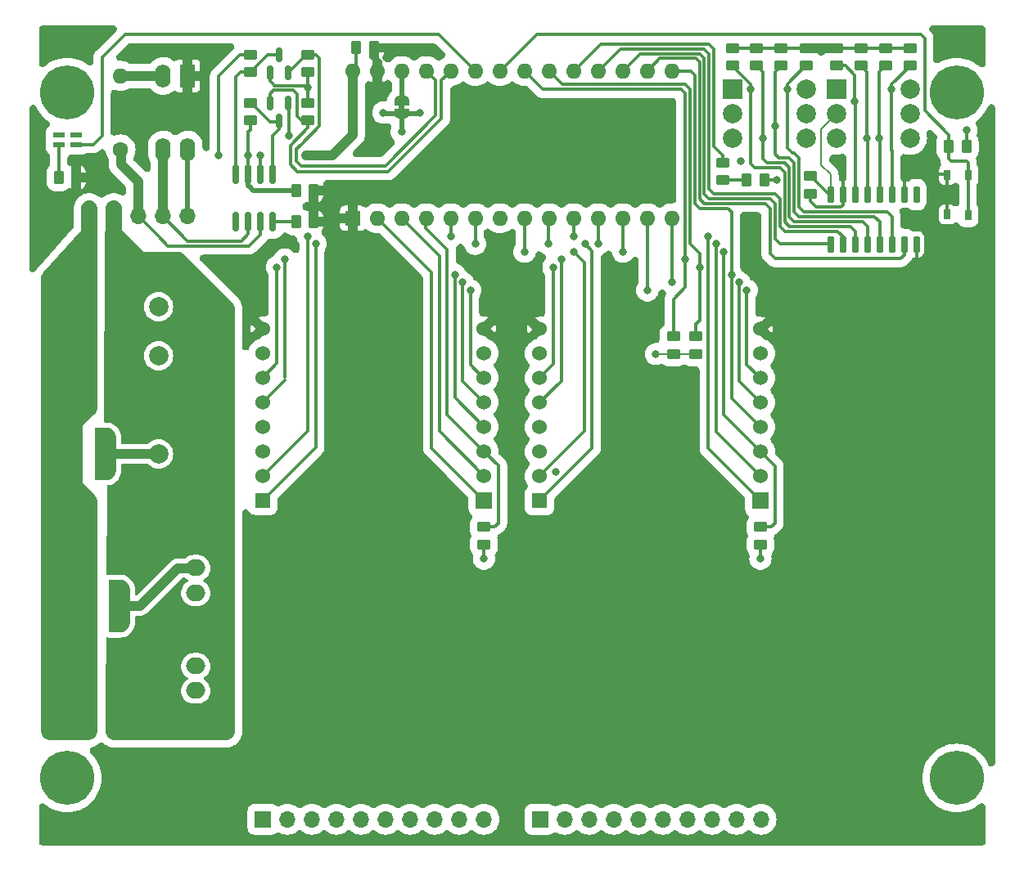
<source format=gtl>
G04 #@! TF.GenerationSoftware,KiCad,Pcbnew,7.0.11*
G04 #@! TF.CreationDate,2024-07-15T12:45:27+02:00*
G04 #@! TF.ProjectId,NOP100,4e4f5031-3030-42e6-9b69-6361645f7063,221101*
G04 #@! TF.SameCoordinates,Original*
G04 #@! TF.FileFunction,Copper,L1,Top*
G04 #@! TF.FilePolarity,Positive*
%FSLAX46Y46*%
G04 Gerber Fmt 4.6, Leading zero omitted, Abs format (unit mm)*
G04 Created by KiCad (PCBNEW 7.0.11) date 2024-07-15 12:45:27*
%MOMM*%
%LPD*%
G01*
G04 APERTURE LIST*
G04 Aperture macros list*
%AMRoundRect*
0 Rectangle with rounded corners*
0 $1 Rounding radius*
0 $2 $3 $4 $5 $6 $7 $8 $9 X,Y pos of 4 corners*
0 Add a 4 corners polygon primitive as box body*
4,1,4,$2,$3,$4,$5,$6,$7,$8,$9,$2,$3,0*
0 Add four circle primitives for the rounded corners*
1,1,$1+$1,$2,$3*
1,1,$1+$1,$4,$5*
1,1,$1+$1,$6,$7*
1,1,$1+$1,$8,$9*
0 Add four rect primitives between the rounded corners*
20,1,$1+$1,$2,$3,$4,$5,0*
20,1,$1+$1,$4,$5,$6,$7,0*
20,1,$1+$1,$6,$7,$8,$9,0*
20,1,$1+$1,$8,$9,$2,$3,0*%
%AMFreePoly0*
4,1,19,0.500000,-0.750000,0.000000,-0.750000,0.000000,-0.744911,-0.071157,-0.744911,-0.207708,-0.704816,-0.327430,-0.627875,-0.420627,-0.520320,-0.479746,-0.390866,-0.500000,-0.250000,-0.500000,0.250000,-0.479746,0.390866,-0.420627,0.520320,-0.327430,0.627875,-0.207708,0.704816,-0.071157,0.744911,0.000000,0.744911,0.000000,0.750000,0.500000,0.750000,0.500000,-0.750000,0.500000,-0.750000,
$1*%
%AMFreePoly1*
4,1,19,0.000000,0.744911,0.071157,0.744911,0.207708,0.704816,0.327430,0.627875,0.420627,0.520320,0.479746,0.390866,0.500000,0.250000,0.500000,-0.250000,0.479746,-0.390866,0.420627,-0.520320,0.327430,-0.627875,0.207708,-0.704816,0.071157,-0.744911,0.000000,-0.744911,0.000000,-0.750000,-0.500000,-0.750000,-0.500000,0.750000,0.000000,0.750000,0.000000,0.744911,0.000000,0.744911,
$1*%
%AMFreePoly2*
4,1,21,-1.075000,1.675000,-1.054344,1.884722,-0.993170,2.086385,-0.893830,2.272238,-0.760140,2.435140,-0.597238,2.568830,-0.411385,2.668170,-0.209722,2.729344,0.000000,2.750000,1.075000,2.750000,1.075000,-2.750000,0.000000,-2.750000,-0.209722,-2.729344,-0.411385,-2.668170,-0.597238,-2.568830,-0.760140,-2.435140,-0.893830,-2.272238,-0.993170,-2.086385,-1.054344,-1.884722,-1.075000,-1.675000,
-1.075000,1.675000,-1.075000,1.675000,$1*%
%AMFreePoly3*
4,1,21,-1.075000,2.750000,0.000000,2.750000,0.209722,2.729344,0.411385,2.668170,0.597238,2.568830,0.760140,2.435140,0.893830,2.272238,0.993170,2.086385,1.054344,1.884722,1.075000,1.675000,1.075000,-1.675000,1.054344,-1.884722,0.993170,-2.086385,0.893830,-2.272238,0.760140,-2.435140,0.597238,-2.568830,0.411385,-2.668170,0.209722,-2.729344,0.000000,-2.750000,-1.075000,-2.750000,
-1.075000,2.750000,-1.075000,2.750000,$1*%
G04 Aperture macros list end*
G04 #@! TA.AperFunction,ComponentPad*
%ADD10C,3.600000*%
G04 #@! TD*
G04 #@! TA.AperFunction,ConnectorPad*
%ADD11C,5.600000*%
G04 #@! TD*
G04 #@! TA.AperFunction,SMDPad,CuDef*
%ADD12RoundRect,0.250000X0.450000X-0.262500X0.450000X0.262500X-0.450000X0.262500X-0.450000X-0.262500X0*%
G04 #@! TD*
G04 #@! TA.AperFunction,ComponentPad*
%ADD13C,2.000000*%
G04 #@! TD*
G04 #@! TA.AperFunction,ComponentPad*
%ADD14R,2.000000X2.000000*%
G04 #@! TD*
G04 #@! TA.AperFunction,SMDPad,CuDef*
%ADD15RoundRect,0.250000X0.262500X0.450000X-0.262500X0.450000X-0.262500X-0.450000X0.262500X-0.450000X0*%
G04 #@! TD*
G04 #@! TA.AperFunction,SMDPad,CuDef*
%ADD16RoundRect,0.250000X-0.450000X0.262500X-0.450000X-0.262500X0.450000X-0.262500X0.450000X0.262500X0*%
G04 #@! TD*
G04 #@! TA.AperFunction,SMDPad,CuDef*
%ADD17RoundRect,0.150000X0.150000X-0.587500X0.150000X0.587500X-0.150000X0.587500X-0.150000X-0.587500X0*%
G04 #@! TD*
G04 #@! TA.AperFunction,SMDPad,CuDef*
%ADD18FreePoly0,90.000000*%
G04 #@! TD*
G04 #@! TA.AperFunction,SMDPad,CuDef*
%ADD19FreePoly1,90.000000*%
G04 #@! TD*
G04 #@! TA.AperFunction,SMDPad,CuDef*
%ADD20R,1.200000X0.600000*%
G04 #@! TD*
G04 #@! TA.AperFunction,SMDPad,CuDef*
%ADD21RoundRect,0.250000X-0.262500X-0.450000X0.262500X-0.450000X0.262500X0.450000X-0.262500X0.450000X0*%
G04 #@! TD*
G04 #@! TA.AperFunction,SMDPad,CuDef*
%ADD22FreePoly2,180.000000*%
G04 #@! TD*
G04 #@! TA.AperFunction,SMDPad,CuDef*
%ADD23FreePoly3,180.000000*%
G04 #@! TD*
G04 #@! TA.AperFunction,SMDPad,CuDef*
%ADD24RoundRect,0.250000X-0.312500X-1.075000X0.312500X-1.075000X0.312500X1.075000X-0.312500X1.075000X0*%
G04 #@! TD*
G04 #@! TA.AperFunction,SMDPad,CuDef*
%ADD25RoundRect,0.150000X-0.150000X0.825000X-0.150000X-0.825000X0.150000X-0.825000X0.150000X0.825000X0*%
G04 #@! TD*
G04 #@! TA.AperFunction,SMDPad,CuDef*
%ADD26RoundRect,0.150000X0.150000X-0.725000X0.150000X0.725000X-0.150000X0.725000X-0.150000X-0.725000X0*%
G04 #@! TD*
G04 #@! TA.AperFunction,ComponentPad*
%ADD27C,1.600000*%
G04 #@! TD*
G04 #@! TA.AperFunction,ComponentPad*
%ADD28O,1.600000X1.600000*%
G04 #@! TD*
G04 #@! TA.AperFunction,SMDPad,CuDef*
%ADD29RoundRect,0.150000X-0.150000X0.587500X-0.150000X-0.587500X0.150000X-0.587500X0.150000X0.587500X0*%
G04 #@! TD*
G04 #@! TA.AperFunction,ComponentPad*
%ADD30R,1.600000X1.600000*%
G04 #@! TD*
G04 #@! TA.AperFunction,ComponentPad*
%ADD31R,1.700000X1.700000*%
G04 #@! TD*
G04 #@! TA.AperFunction,ComponentPad*
%ADD32O,1.700000X1.700000*%
G04 #@! TD*
G04 #@! TA.AperFunction,ComponentPad*
%ADD33R,2.000000X1.700000*%
G04 #@! TD*
G04 #@! TA.AperFunction,ComponentPad*
%ADD34O,2.000000X1.700000*%
G04 #@! TD*
G04 #@! TA.AperFunction,ComponentPad*
%ADD35R,1.600000X2.400000*%
G04 #@! TD*
G04 #@! TA.AperFunction,ComponentPad*
%ADD36O,1.600000X2.400000*%
G04 #@! TD*
G04 #@! TA.AperFunction,ComponentPad*
%ADD37R,1.676400X1.676400*%
G04 #@! TD*
G04 #@! TA.AperFunction,ComponentPad*
%ADD38C,1.524000*%
G04 #@! TD*
G04 #@! TA.AperFunction,ComponentPad*
%ADD39R,1.524000X1.524000*%
G04 #@! TD*
G04 #@! TA.AperFunction,SMDPad,CuDef*
%ADD40R,0.650000X1.050000*%
G04 #@! TD*
G04 #@! TA.AperFunction,ViaPad*
%ADD41C,0.800000*%
G04 #@! TD*
G04 #@! TA.AperFunction,Conductor*
%ADD42C,0.500000*%
G04 #@! TD*
G04 #@! TA.AperFunction,Conductor*
%ADD43C,0.300000*%
G04 #@! TD*
G04 #@! TA.AperFunction,Conductor*
%ADD44C,0.200000*%
G04 #@! TD*
G04 #@! TA.AperFunction,Conductor*
%ADD45C,1.000000*%
G04 #@! TD*
G04 #@! TA.AperFunction,Conductor*
%ADD46C,0.250000*%
G04 #@! TD*
G04 APERTURE END LIST*
G04 #@! TA.AperFunction,EtchedComponent*
G36*
X-11100000Y33700000D02*
G01*
X-11700000Y33700000D01*
X-11700000Y34200000D01*
X-11100000Y34200000D01*
X-11100000Y33700000D01*
G37*
G04 #@! TD.AperFunction*
D10*
X46000000Y35500000D03*
D11*
X46000000Y35500000D03*
D10*
X-46000000Y35500000D03*
D11*
X-46000000Y35500000D03*
D10*
X-46000000Y-35500000D03*
D11*
X-46000000Y-35500000D03*
D10*
X46000000Y-35500000D03*
D11*
X46000000Y-35500000D03*
D12*
X-2900000Y-11325000D03*
X-2900000Y-9500000D03*
D13*
X22790000Y33310000D03*
X30410000Y33310000D03*
D14*
X22790000Y35850000D03*
D13*
X30410000Y30770000D03*
X22790000Y30770000D03*
X30410000Y35850000D03*
D15*
X-20517500Y22110000D03*
X-22342500Y22110000D03*
D13*
X33560000Y33310000D03*
X41180000Y33310000D03*
D14*
X33560000Y35850000D03*
D13*
X41180000Y30770000D03*
X33560000Y30770000D03*
X41180000Y35850000D03*
D12*
X-21081000Y32566500D03*
X-21081000Y34391500D03*
D16*
X16700000Y10225000D03*
X16700000Y8400000D03*
X30900000Y26812500D03*
X30900000Y24987500D03*
D12*
X33560000Y38265000D03*
X33560000Y40090000D03*
D17*
X-25031000Y37541500D03*
X-23131000Y37541500D03*
X-24081000Y39416500D03*
D18*
X-11400000Y33300000D03*
D19*
X-11400000Y34600000D03*
D13*
X-36550000Y-1940000D03*
X-36550000Y600000D03*
X-36550000Y8220000D03*
X-36550000Y13300000D03*
D15*
X-45068500Y26700000D03*
X-46893500Y26700000D03*
D20*
X-46881000Y30100000D03*
X-45081000Y30100000D03*
X-45081000Y31050000D03*
X-46881000Y31050000D03*
D21*
X24287500Y26400000D03*
X26112500Y26400000D03*
D22*
X-40575000Y-17690000D03*
D23*
X-44425000Y-17690000D03*
D16*
X-27081000Y34391500D03*
X-27081000Y32566500D03*
D24*
X-43962500Y-11200000D03*
X-41037500Y-11200000D03*
D25*
X-24730000Y27040000D03*
X-26000000Y27040000D03*
X-27270000Y27040000D03*
X-28540000Y27040000D03*
X-28540000Y22090000D03*
X-27270000Y22090000D03*
X-26000000Y22090000D03*
X-24730000Y22090000D03*
D12*
X38680000Y38265000D03*
X38680000Y40090000D03*
D26*
X32950000Y19750000D03*
X34220000Y19750000D03*
X35490000Y19750000D03*
X36760000Y19750000D03*
X38030000Y19750000D03*
X39300000Y19750000D03*
X40570000Y19750000D03*
X41840000Y19750000D03*
X41840000Y24900000D03*
X40570000Y24900000D03*
X39300000Y24900000D03*
X38030000Y24900000D03*
X36760000Y24900000D03*
X35490000Y24900000D03*
X34220000Y24900000D03*
X32950000Y24900000D03*
D27*
X-40481000Y29579000D03*
D28*
X-40481000Y37199000D03*
D29*
X-23131000Y34416500D03*
X-25031000Y34416500D03*
X-24081000Y32541500D03*
D16*
X-21081000Y39391500D03*
X-21081000Y37566500D03*
D30*
X-16480000Y22460000D03*
D28*
X-13940000Y22460000D03*
X-11400000Y22460000D03*
X-8860000Y22460000D03*
X-6320000Y22460000D03*
X-3780000Y22460000D03*
X-1240000Y22460000D03*
X1300000Y22460000D03*
X3840000Y22460000D03*
X6380000Y22460000D03*
X8920000Y22460000D03*
X11460000Y22460000D03*
X14000000Y22460000D03*
X16540000Y22460000D03*
X16540000Y37700000D03*
X14000000Y37700000D03*
X11460000Y37700000D03*
X8920000Y37700000D03*
X6380000Y37700000D03*
X3840000Y37700000D03*
X1300000Y37700000D03*
X-1240000Y37700000D03*
X-3780000Y37700000D03*
X-6320000Y37700000D03*
X-8860000Y37700000D03*
X-11400000Y37700000D03*
X-13940000Y37700000D03*
X-16480000Y37700000D03*
D31*
X-43740000Y22670000D03*
D32*
X-41200000Y22670000D03*
X-38660000Y22670000D03*
X-36120000Y22670000D03*
X-33580000Y22670000D03*
D12*
X22790000Y38265000D03*
X22790000Y40090000D03*
D21*
X-22342500Y25300000D03*
X-20517500Y25300000D03*
D12*
X30410000Y38265000D03*
X30410000Y40090000D03*
D33*
X-32700000Y-11200000D03*
D34*
X-32700000Y-13740000D03*
X-32700000Y-16320000D03*
X-32700000Y-23900000D03*
X-32700000Y-26440000D03*
D15*
X47012500Y29900000D03*
X45187500Y29900000D03*
D35*
X-33560000Y37200000D03*
D36*
X-36090000Y37200000D03*
X-36090000Y29580000D03*
X-33550000Y29580000D03*
D12*
X36130000Y38265000D03*
X36130000Y40090000D03*
D37*
X25715000Y-6785000D03*
D38*
X25715000Y-4245000D03*
X25715000Y-1705000D03*
X25715000Y835000D03*
X25715000Y3375000D03*
X25715000Y5915000D03*
X25715000Y8455000D03*
X25715000Y10995000D03*
X2855000Y10995000D03*
X2855000Y8455000D03*
X2855000Y5915000D03*
X2855000Y3375000D03*
X2855000Y835000D03*
X2855000Y-1705000D03*
X2855000Y-4245000D03*
D39*
X2855000Y-6785000D03*
D21*
X-16112500Y40100000D03*
X-14287500Y40100000D03*
D24*
X-44025000Y4700000D03*
X-41100000Y4700000D03*
D12*
X25700000Y-11325000D03*
X25700000Y-9500000D03*
X-27081000Y37566500D03*
X-27081000Y39391500D03*
D37*
X-2900000Y-6740000D03*
D38*
X-2900000Y-4200000D03*
X-2900000Y-1660000D03*
X-2900000Y880000D03*
X-2900000Y3420000D03*
X-2900000Y5960000D03*
X-2900000Y8500000D03*
X-2900000Y11040000D03*
X-25760000Y11040000D03*
X-25760000Y8500000D03*
X-25760000Y5960000D03*
X-25760000Y3420000D03*
X-25760000Y880000D03*
X-25760000Y-1660000D03*
X-25760000Y-4200000D03*
D39*
X-25760000Y-6740000D03*
D31*
X2900000Y-39760000D03*
D32*
X5440000Y-39760000D03*
X7980000Y-39760000D03*
X10520000Y-39760000D03*
X13060000Y-39760000D03*
X15600000Y-39760000D03*
X18140000Y-39760000D03*
X20680000Y-39760000D03*
X23220000Y-39760000D03*
X25760000Y-39760000D03*
D22*
X-42000000Y-1940000D03*
D23*
X-45850000Y-1940000D03*
D12*
X27860000Y38265000D03*
X27860000Y40090000D03*
X25310000Y38265000D03*
X25310000Y40090000D03*
X41180000Y38265000D03*
X41180000Y40090000D03*
D16*
X19000000Y10225000D03*
X19000000Y8400000D03*
D31*
X-25750000Y-39760000D03*
D32*
X-23210000Y-39760000D03*
X-20670000Y-39760000D03*
X-18130000Y-39760000D03*
X-15590000Y-39760000D03*
X-13050000Y-39760000D03*
X-10510000Y-39760000D03*
X-7970000Y-39760000D03*
X-5430000Y-39760000D03*
X-2890000Y-39760000D03*
D40*
X47175000Y26975000D03*
X47175000Y22825000D03*
X45025000Y26975000D03*
X45025000Y22850000D03*
D12*
X21800000Y26400000D03*
X21800000Y28225000D03*
D41*
X-42981000Y26700000D03*
X32000000Y40050000D03*
X41840000Y17750000D03*
X4500000Y-3800000D03*
X34200000Y26979000D03*
X23700000Y28400000D03*
X40570000Y26979000D03*
X46000000Y40000000D03*
X-46000000Y40000000D03*
X-20500000Y23700000D03*
X27400000Y26400000D03*
X-25988000Y28976000D03*
X-21314400Y28976000D03*
X-30340000Y28970000D03*
X-27258000Y28976000D03*
X-21081000Y35979000D03*
X25700000Y-12800000D03*
X-2900000Y-12800000D03*
X-23081000Y30979000D03*
X47012500Y31600000D03*
X-9500000Y33400000D03*
X-11400000Y31400000D03*
X14900000Y8400000D03*
X-13300000Y33400000D03*
X20300000Y20600000D03*
X6400000Y20600000D03*
X24685000Y35850000D03*
X25955000Y30770000D03*
X27225000Y32040000D03*
X28495000Y35850000D03*
X39290000Y35850000D03*
X38020000Y30770000D03*
X36750000Y30770000D03*
X35480000Y34580000D03*
X21900000Y19000000D03*
X11500000Y19000000D03*
X-5900000Y16600000D03*
X22700000Y16600000D03*
X14000000Y15000000D03*
X-4300000Y15000000D03*
X24300000Y15000000D03*
X16600000Y15800000D03*
X-5100000Y15800000D03*
X23500000Y15800000D03*
X8900000Y19800000D03*
X21100000Y19800000D03*
X4300000Y17400000D03*
X19400000Y17400000D03*
X-24300000Y17400000D03*
X17900000Y18200000D03*
X5100000Y18200000D03*
X-23500000Y18200000D03*
X-6300000Y20600000D03*
X-21100000Y20600000D03*
X-3800000Y19800000D03*
X-20300000Y19800000D03*
X1300000Y19000000D03*
X6400000Y19000000D03*
X3800000Y19800000D03*
X7600000Y19800000D03*
D42*
X-13900000Y37660000D02*
X-13940000Y37700000D01*
D43*
X40570000Y26979000D02*
X45021000Y26979000D01*
D44*
X-25976500Y27900000D02*
X-25987500Y27911000D01*
D43*
X32000000Y40050000D02*
X33560000Y40050000D01*
X33575000Y40064500D02*
X36115000Y40064500D01*
X26112500Y26400000D02*
X27400000Y26400000D01*
X41840000Y17750000D02*
X41840000Y19750000D01*
D44*
X45021000Y26979000D02*
X45025000Y26975000D01*
X30460000Y40050000D02*
X30430000Y40080000D01*
D43*
X45025000Y26975000D02*
X45025000Y22850000D01*
X-14287500Y40100000D02*
X-14287500Y38047500D01*
D44*
X33560000Y40050000D02*
X33580000Y40070000D01*
D43*
X-20500000Y25300000D02*
X-20500000Y23700000D01*
X36115000Y40064500D02*
X38655000Y40064500D01*
X31500000Y23600000D02*
X34000000Y23600000D01*
D44*
X34220000Y26959000D02*
X34200000Y26979000D01*
D43*
X40570000Y24900000D02*
X40570000Y26979000D01*
D44*
X-20495000Y23695000D02*
X-20500000Y23700000D01*
D43*
X-14287500Y38047500D02*
X-13940000Y37700000D01*
X38655000Y40064500D02*
X41195000Y40064500D01*
X30900000Y24200000D02*
X31500000Y23600000D01*
X32000000Y40050000D02*
X30460000Y40050000D01*
X22780000Y40064500D02*
X25320000Y40064500D01*
X34220000Y23820000D02*
X34000000Y23600000D01*
X27860000Y40064500D02*
X30400000Y40064500D01*
X34220000Y24900000D02*
X34220000Y23820000D01*
X30900000Y24200000D02*
X30900000Y24987500D01*
X34220000Y24900000D02*
X34220000Y26959000D01*
D44*
X-25988000Y28976000D02*
X-26011000Y28953000D01*
D43*
X-42981000Y26700000D02*
X-44981000Y26700000D01*
X-26011000Y28953000D02*
X-26011000Y27041000D01*
X-20495000Y22110000D02*
X-20495000Y23695000D01*
X25320000Y40064500D02*
X27860000Y40064500D01*
D45*
X-16450000Y37670000D02*
X-16480000Y37700000D01*
D42*
X-27281000Y27041000D02*
X-27275000Y27035000D01*
X-27275000Y25825000D02*
X-27075000Y25625000D01*
D43*
X-16112500Y38067500D02*
X-16480000Y37700000D01*
X-16112500Y40100000D02*
X-16112500Y38067500D01*
D45*
X-16450000Y33500000D02*
X-16450000Y37670000D01*
D42*
X-27275000Y27035000D02*
X-27275000Y25825000D01*
X-22325000Y25300000D02*
X-26750000Y25300000D01*
D43*
X-30340000Y28970000D02*
X-30340000Y37160000D01*
X-30340000Y37160000D02*
X-28108500Y39391500D01*
D44*
X-27258000Y27064000D02*
X-27281000Y27041000D01*
D45*
X-16450000Y31109600D02*
X-16450000Y33500000D01*
X-21314400Y28976000D02*
X-18583600Y28976000D01*
X-18583600Y28976000D02*
X-16450000Y31109600D01*
D42*
X-27075000Y25625000D02*
X-26750000Y25300000D01*
D44*
X-26975500Y32532000D02*
X-26974000Y32530500D01*
D43*
X-27258000Y28976000D02*
X-27258000Y31414400D01*
X-27258000Y28976000D02*
X-27258000Y27064000D01*
X-28108500Y39391500D02*
X-27081000Y39391500D01*
X-27081000Y32566500D02*
X-27081000Y31591400D01*
X-27081000Y31591400D02*
X-27258000Y31414400D01*
X-12793988Y27300000D02*
X-22200000Y27300000D01*
X-7300000Y32793988D02*
X-12793988Y27300000D01*
X-22220000Y33020000D02*
X-22220000Y35300000D01*
X-21081000Y32566500D02*
X-21766500Y32566500D01*
X-7300000Y36720000D02*
X-7300000Y32793988D01*
X-21766500Y32566500D02*
X-22220000Y33020000D01*
X-22200000Y27300000D02*
X-22900000Y28000000D01*
X-22220000Y35300000D02*
X-22620000Y35700000D01*
X-25031000Y35309000D02*
X-25031000Y34416500D01*
X-21081000Y31819000D02*
X-21081000Y32566500D01*
X-22900000Y28000000D02*
X-22900000Y30000000D01*
X-22620000Y35700000D02*
X-24640000Y35700000D01*
X-6320000Y37700000D02*
X-7300000Y36720000D01*
X-24640000Y35700000D02*
X-25031000Y35309000D01*
X-22900000Y30000000D02*
X-21081000Y31819000D01*
X-21081000Y39391500D02*
X-20283500Y39391500D01*
X-20283500Y39391500D02*
X-19892000Y39000000D01*
X-7900000Y33100000D02*
X-7900000Y36740000D01*
X-22300000Y28400000D02*
X-21800000Y27900000D01*
X-13100000Y27900000D02*
X-7900000Y33100000D01*
X-21800000Y30100000D02*
X-19898265Y32001735D01*
X-22300000Y29600000D02*
X-22300000Y28400000D01*
X-21281000Y39391500D02*
X-23131000Y37541500D01*
X-21800000Y27900000D02*
X-13100000Y27900000D01*
X-7900000Y36740000D02*
X-8860000Y37700000D01*
X-19898265Y32001735D02*
X-19898265Y32500000D01*
X-21800000Y30100000D02*
X-22300000Y29600000D01*
X-19892000Y39000000D02*
X-19898265Y32500000D01*
D44*
X-21081000Y39391500D02*
X-21281000Y39391500D01*
D43*
X21800000Y29000000D02*
X20900000Y29900000D01*
X20900000Y40000000D02*
X20900000Y30100000D01*
X20900000Y29900000D02*
X20900000Y30100000D01*
X6380000Y37700000D02*
X9180000Y40500000D01*
X9180000Y40500000D02*
X20400000Y40500000D01*
X21800000Y29000000D02*
X21800000Y28225000D01*
X20900000Y40000000D02*
X20400000Y40500000D01*
X-21081000Y35979000D02*
X-21081000Y34391500D01*
X-23081000Y30979000D02*
X-23081000Y34366500D01*
D42*
X-9600000Y33300000D02*
X-9500000Y33400000D01*
D43*
X-21302000Y36200000D02*
X-24600000Y36200000D01*
D44*
X33195000Y32680000D02*
X33135000Y32620000D01*
D43*
X-21081000Y35979000D02*
X-21302000Y36200000D01*
D44*
X32000000Y31700000D02*
X32000000Y27929000D01*
D42*
X-13300000Y33400000D02*
X-13200000Y33300000D01*
D43*
X-21081000Y35979000D02*
X-21081000Y37566500D01*
D42*
X-11400000Y33300000D02*
X-11400000Y31400000D01*
D43*
X-2900000Y-11325000D02*
X-2900000Y-12800000D01*
D42*
X-13200000Y33300000D02*
X-11400000Y33300000D01*
X-11400000Y33300000D02*
X-9600000Y33300000D01*
D44*
X33135000Y32620000D02*
X33135000Y32600000D01*
X-23081000Y34366500D02*
X-23131000Y34416500D01*
X40695000Y32680000D02*
X40755000Y32620000D01*
X31066500Y26979000D02*
X30900000Y26812500D01*
X16700000Y8400000D02*
X19000000Y8400000D01*
D43*
X-24700000Y36300000D02*
X-25031000Y36631000D01*
D44*
X14900000Y8400000D02*
X16700000Y8400000D01*
X33560000Y33310000D02*
X33560000Y33260000D01*
D43*
X32812500Y24900000D02*
X30900000Y26812500D01*
D44*
X32000000Y27929000D02*
X32950000Y26979000D01*
X-21174000Y36201600D02*
X-21162000Y36189600D01*
D43*
X-24600000Y36200000D02*
X-24700000Y36300000D01*
X-25031000Y36631000D02*
X-25031000Y37541500D01*
D44*
X32950000Y24900000D02*
X32812500Y24900000D01*
X33560000Y33260000D02*
X32000000Y31700000D01*
X32862500Y24987500D02*
X32950000Y24900000D01*
D43*
X25700000Y-11325000D02*
X25700000Y-12800000D01*
D44*
X32950000Y26979000D02*
X32950000Y24900000D01*
D43*
X47012500Y31600000D02*
X47012500Y29900000D01*
D45*
X-42000000Y-1940000D02*
X-36550000Y-1940000D01*
D43*
X-13940000Y22460000D02*
X-8300000Y16820000D01*
X-8300000Y16820000D02*
X-8300000Y-1340000D01*
X-8300000Y-1340000D02*
X-2900000Y-6740000D01*
X-7500000Y18560000D02*
X-7500000Y400000D01*
X-11400000Y22460000D02*
X-7500000Y18560000D01*
X-7500000Y400000D02*
X-2900000Y-4200000D01*
X20300000Y-1200000D02*
X20300000Y20600000D01*
D46*
X25715000Y-6785000D02*
X25730000Y-6800000D01*
D43*
X20300000Y-1370000D02*
X25715000Y-6785000D01*
D44*
X25715000Y-6785000D02*
X25700000Y-6800000D01*
D43*
X6400000Y20600000D02*
X6380000Y22460000D01*
X20300000Y-1200000D02*
X20300000Y-1370000D01*
X40570000Y19750000D02*
X40570000Y18670000D01*
X26200000Y24000000D02*
X19900000Y24000000D01*
X19400000Y38600000D02*
X19000000Y39000000D01*
X40570000Y18670000D02*
X40200000Y18300000D01*
X26700000Y18800000D02*
X26700000Y23500000D01*
X26700000Y23500000D02*
X26200000Y24000000D01*
X19000000Y39000000D02*
X15300000Y39000000D01*
X19900000Y24000000D02*
X19400000Y24500000D01*
X27200000Y18300000D02*
X26700000Y18800000D01*
X19400000Y24500000D02*
X19400000Y38600000D01*
X40200000Y18300000D02*
X27200000Y18300000D01*
X15300000Y39000000D02*
X14000000Y37700000D01*
X27200000Y25000000D02*
X20900000Y25000000D01*
X27700000Y21600000D02*
X27700000Y24500000D01*
X27700000Y24500000D02*
X27200000Y25000000D01*
X19900000Y40000000D02*
X11220000Y40000000D01*
X20400000Y39500000D02*
X19900000Y40000000D01*
X20400000Y25500000D02*
X20400000Y39500000D01*
X33700000Y21100000D02*
X28200000Y21100000D01*
X34220000Y20580000D02*
X33700000Y21100000D01*
X28200000Y21100000D02*
X27700000Y21600000D01*
X34220000Y19750000D02*
X34220000Y20580000D01*
X20900000Y25000000D02*
X20400000Y25500000D01*
X11220000Y40000000D02*
X8920000Y37700000D01*
X27200000Y24000000D02*
X26700000Y24500000D01*
X27700000Y19800000D02*
X27200000Y20300000D01*
X32900000Y19800000D02*
X27700000Y19800000D01*
X19900000Y39000000D02*
X19400000Y39500000D01*
X26700000Y24500000D02*
X20400000Y24500000D01*
D44*
X32900000Y19800000D02*
X32950000Y19750000D01*
D43*
X13260000Y39500000D02*
X11460000Y37700000D01*
X19400000Y39500000D02*
X13260000Y39500000D01*
X20400000Y24500000D02*
X19900000Y25000000D01*
X27200000Y20300000D02*
X27200000Y24000000D01*
X19900000Y25000000D02*
X19900000Y39000000D01*
X24685000Y35850000D02*
X24685000Y28115000D01*
X24685000Y36334500D02*
X24685000Y35850000D01*
X25100000Y27700000D02*
X27700000Y27700000D01*
X28700000Y21600000D02*
X28200000Y22100000D01*
X35490000Y19750000D02*
X35490000Y21090000D01*
X28200000Y22100000D02*
X28200000Y27200000D01*
D46*
X24700000Y35835000D02*
X24685000Y35850000D01*
D43*
X34980000Y21600000D02*
X28700000Y21600000D01*
X27700000Y27700000D02*
X28200000Y27200000D01*
X35490000Y21090000D02*
X34980000Y21600000D01*
X22780000Y38239500D02*
X24685000Y36334500D01*
X24685000Y28115000D02*
X25100000Y27700000D01*
X25320000Y38239500D02*
X25955000Y37604500D01*
X26400000Y28200000D02*
X25955000Y28645000D01*
X36760000Y21640000D02*
X36300000Y22100000D01*
X28200000Y28200000D02*
X26400000Y28200000D01*
X28700000Y22600000D02*
X28700000Y27700000D01*
X29200000Y22100000D02*
X28700000Y22600000D01*
X25955000Y37604500D02*
X25955000Y30770000D01*
X25955000Y28645000D02*
X25955000Y30770000D01*
X36760000Y19750000D02*
X36760000Y21640000D01*
X28700000Y27700000D02*
X28200000Y28200000D01*
X36300000Y22100000D02*
X29200000Y22100000D01*
X28700000Y28700000D02*
X29200000Y28200000D01*
X38030000Y19750000D02*
X38030000Y22070000D01*
X38030000Y22070000D02*
X37500000Y22600000D01*
X27600000Y28700000D02*
X28700000Y28700000D01*
X29700000Y22600000D02*
X29200000Y23100000D01*
X27200000Y29100000D02*
X27200000Y29200000D01*
X27225000Y37604500D02*
X27225000Y32040000D01*
X27225000Y32040000D02*
X27200000Y29200000D01*
X27860000Y38239500D02*
X27225000Y37604500D01*
X29200000Y23100000D02*
X29200000Y28200000D01*
X27600000Y28700000D02*
X27200000Y29100000D01*
X37500000Y22600000D02*
X29700000Y22600000D01*
X29700000Y23600000D02*
X30200000Y23100000D01*
X28495000Y36334500D02*
X28495000Y35850000D01*
X29000000Y29200000D02*
X28500000Y29700000D01*
X29200000Y29200000D02*
X29700000Y28700000D01*
X38800000Y23100000D02*
X39300000Y22600000D01*
X28495000Y35850000D02*
X28500000Y29800000D01*
X29700000Y28700000D02*
X29700000Y23600000D01*
X39300000Y22600000D02*
X39300000Y19750000D01*
X30400000Y38239500D02*
X28495000Y36334500D01*
X30200000Y23100000D02*
X38800000Y23100000D01*
X29200000Y29200000D02*
X29000000Y29200000D01*
X28500000Y29700000D02*
X28500000Y29800000D01*
X41225000Y38235000D02*
X39290000Y36300000D01*
X39290000Y35850000D02*
X39290000Y29500000D01*
X39300000Y24900000D02*
X39300000Y29490000D01*
D44*
X41230000Y38235000D02*
X41225000Y38235000D01*
D43*
X39290000Y35850000D02*
X39290000Y36300000D01*
D44*
X39300000Y29490000D02*
X39290000Y29500000D01*
D43*
X38020000Y37620000D02*
X38020000Y30770000D01*
X38655000Y38255000D02*
X38020000Y37620000D01*
X38030000Y24900000D02*
X38030000Y30760000D01*
D44*
X38030000Y30760000D02*
X38020000Y30770000D01*
X38660000Y38255000D02*
X38655000Y38255000D01*
D43*
X36760000Y24900000D02*
X36760000Y30760000D01*
D44*
X36760000Y30760000D02*
X36750000Y30770000D01*
D43*
X36750000Y37610000D02*
X36750000Y30770000D01*
D44*
X36120000Y38245000D02*
X36120000Y38240000D01*
D43*
X36120000Y38240000D02*
X36750000Y37610000D01*
X35480000Y37280000D02*
X35480000Y34580000D01*
X34515000Y38245000D02*
X35480000Y37280000D01*
X35490000Y24900000D02*
X35490000Y34570000D01*
X33580000Y38245000D02*
X34515000Y38245000D01*
D44*
X35490000Y34570000D02*
X35480000Y34580000D01*
D43*
X27200000Y-3190000D02*
X27200000Y-9100000D01*
X25720000Y-1700000D02*
X25715000Y-1705000D01*
D44*
X25140000Y-9540000D02*
X25100000Y-9500000D01*
D43*
X26800000Y-9500000D02*
X25700000Y-9500000D01*
X21900000Y19000000D02*
X21900000Y3400000D01*
X11500000Y19000000D02*
X11500000Y21900000D01*
X25715000Y-1705000D02*
X21900000Y2110000D01*
X21900000Y2110000D02*
X21900000Y3400000D01*
X27200000Y-9100000D02*
X26800000Y-9500000D01*
X25715000Y-1705000D02*
X27200000Y-3190000D01*
X11500000Y22500000D02*
X11460000Y22460000D01*
X-8900000Y21400000D02*
X-8900000Y22420000D01*
X-1800000Y-9500000D02*
X-2900000Y-9500000D01*
X-1400000Y-9100000D02*
X-1800000Y-9500000D01*
X-8800000Y22520000D02*
X-8860000Y22460000D01*
X-6700000Y19200000D02*
X-6700000Y2140000D01*
D44*
X-8900000Y22420000D02*
X-8860000Y22460000D01*
D43*
X-6700000Y2140000D02*
X-2900000Y-1660000D01*
X-8900000Y21400000D02*
X-6700000Y19200000D01*
X-2900000Y-1660000D02*
X-1400000Y-3160000D01*
X-2860000Y-9540000D02*
X-2900000Y-9500000D01*
X-1400000Y-3160000D02*
X-1400000Y-9100000D01*
X22700000Y23100000D02*
X22300000Y23500000D01*
X18900000Y37300000D02*
X18500000Y37700000D01*
X18900000Y24000000D02*
X18900000Y37300000D01*
X22700000Y16600000D02*
X22700000Y23100000D01*
X22300000Y23500000D02*
X19400000Y23500000D01*
X18500000Y37700000D02*
X16540000Y37700000D01*
X18900000Y24000000D02*
X19400000Y23500000D01*
X25715000Y835000D02*
X22700000Y3850000D01*
X-5900000Y3880000D02*
X-5900000Y16600000D01*
X-2900000Y880000D02*
X-5900000Y3880000D01*
X22700000Y16600000D02*
X22700000Y5000000D01*
D44*
X16581000Y37715000D02*
X16570000Y37715000D01*
D43*
X22700000Y3850000D02*
X22700000Y5000000D01*
X42300000Y41500000D02*
X2560000Y41500000D01*
X42700000Y33590000D02*
X42700000Y41100000D01*
X42700000Y41100000D02*
X42300000Y41500000D01*
X45400000Y28400000D02*
X47000000Y28400000D01*
X45187500Y31102500D02*
X42700000Y33590000D01*
X47000000Y28400000D02*
X47175000Y28225000D01*
X47175000Y28225000D02*
X47175000Y26975000D01*
X45187500Y29900000D02*
X45187500Y31102500D01*
X47175000Y22825000D02*
X47175000Y26975000D01*
X2560000Y41500000D02*
X-1240000Y37700000D01*
X45187500Y28612500D02*
X45400000Y28400000D01*
X45187500Y29900000D02*
X45187500Y28612500D01*
D44*
X47012500Y27137500D02*
X47175000Y26975000D01*
D43*
X14000000Y22460000D02*
X14000000Y15000000D01*
D44*
X25715000Y5915000D02*
X25700000Y5900000D01*
D43*
X-4300000Y15000000D02*
X-4300000Y7300000D01*
D44*
X14000000Y22445000D02*
X14030000Y22475000D01*
D43*
X24300000Y15000000D02*
X24300000Y7330000D01*
X-4300000Y7300000D02*
X-2960000Y5960000D01*
D44*
X-2960000Y5960000D02*
X-2900000Y5960000D01*
D43*
X24300000Y7330000D02*
X25715000Y5915000D01*
X23500000Y5590000D02*
X23500000Y5800000D01*
X16600000Y15800000D02*
X16600000Y22445000D01*
X25715000Y3375000D02*
X23500000Y5590000D01*
X-5100000Y5620000D02*
X-2900000Y3420000D01*
X23500000Y5800000D02*
X23500000Y15800000D01*
D44*
X16600000Y22445000D02*
X16570000Y22475000D01*
D43*
X-5100000Y15800000D02*
X-5100000Y5620000D01*
X8900000Y19600000D02*
X8900000Y22440000D01*
D44*
X8920000Y22460000D02*
X8940000Y22460000D01*
D43*
X25715000Y-4245000D02*
X21100000Y370000D01*
D44*
X8900000Y22440000D02*
X8920000Y22460000D01*
D43*
X21100000Y19800000D02*
X21100000Y1800000D01*
X21100000Y370000D02*
X21100000Y1800000D01*
X-25760000Y5960000D02*
X-24300000Y7420000D01*
X19400000Y12300000D02*
X19400000Y17400000D01*
X-24300000Y7420000D02*
X-24300000Y17000000D01*
X4300000Y17400000D02*
X4300000Y7360000D01*
X18400000Y35800000D02*
X17900000Y36300000D01*
X5240000Y36300000D02*
X3840000Y37700000D01*
X19000000Y11500000D02*
X19000000Y10225000D01*
X19400000Y17400000D02*
X19400000Y18800000D01*
X19400000Y18800000D02*
X18400000Y19800000D01*
X4300000Y7360000D02*
X2855000Y5915000D01*
X19400000Y11900000D02*
X19400000Y12300000D01*
X18400000Y19800000D02*
X18400000Y35800000D01*
X17900000Y36300000D02*
X5240000Y36300000D01*
X19000000Y11500000D02*
X19400000Y11900000D01*
X17500000Y35800000D02*
X3200000Y35800000D01*
X17900000Y18200000D02*
X17900000Y35400000D01*
X3200000Y35800000D02*
X1300000Y37700000D01*
X17900000Y35400000D02*
X17500000Y35800000D01*
X5100000Y18200000D02*
X5100000Y5620000D01*
X-25760000Y3420000D02*
X-23500000Y5680000D01*
D44*
X-23500000Y5680000D02*
X-23500000Y6000000D01*
D43*
X16700000Y14100000D02*
X17900000Y15300000D01*
X-23500000Y18165000D02*
X-23500000Y6000000D01*
X17900000Y15300000D02*
X17900000Y18200000D01*
X16700000Y10225000D02*
X16700000Y14100000D01*
X5100000Y5620000D02*
X2855000Y3375000D01*
D44*
X1300000Y37700000D02*
X1325000Y37675000D01*
D43*
X-21100000Y460000D02*
X-25760000Y-4200000D01*
D44*
X-6320000Y22460000D02*
X-6320000Y22420000D01*
D43*
X-21100000Y20600000D02*
X-21100000Y460000D01*
X-6300000Y20600000D02*
X-6300000Y22440000D01*
D44*
X-6300000Y22440000D02*
X-6320000Y22460000D01*
D43*
X-3800000Y19800000D02*
X-3800000Y22440000D01*
X-20300000Y19800000D02*
X-20300000Y-1280000D01*
D44*
X-3780000Y22460000D02*
X-3760000Y22460000D01*
D43*
X-20300000Y-1280000D02*
X-25760000Y-6740000D01*
D44*
X-3780000Y22460000D02*
X-3800000Y22440000D01*
D46*
X-46852500Y26986000D02*
X-46850000Y26983500D01*
D43*
X-46881000Y30100000D02*
X-46893500Y26700000D01*
X-3780000Y37700000D02*
X-7580000Y41500000D01*
X-7580000Y41500000D02*
X-8200000Y41500000D01*
D46*
X-45081000Y30100000D02*
X-45027500Y30090000D01*
D43*
X-42400000Y31035000D02*
X-43335000Y30100000D01*
X-8200000Y41500000D02*
X-40000000Y41500000D01*
X-42400000Y39100000D02*
X-42400000Y31035000D01*
X-43335000Y30100000D02*
X-45081000Y30100000D01*
X-40000000Y41500000D02*
X-42400000Y39100000D01*
D45*
X-32460000Y-11000000D02*
X-32437500Y-10977500D01*
X-41037500Y22507500D02*
X-41200000Y22670000D01*
X-40448250Y28024000D02*
X-38670250Y26246000D01*
D44*
X-36638250Y20658000D02*
X-36638250Y20638250D01*
D43*
X-36638250Y20638250D02*
X-35600000Y19600000D01*
X-27200000Y19600000D02*
X-26011000Y20789000D01*
X-26011000Y20789000D02*
X-26011000Y22091000D01*
X-36638250Y20658000D02*
X-38670250Y22690000D01*
X-35600000Y19600000D02*
X-27200000Y19600000D01*
D45*
X-38670250Y26246000D02*
X-38670250Y22690000D01*
X-40448250Y29548000D02*
X-40448250Y28024000D01*
D43*
X-27281000Y20819000D02*
X-27281000Y22091000D01*
X-28000000Y20100000D02*
X-27281000Y20819000D01*
D45*
X-36120000Y22670000D02*
X-36120000Y29550000D01*
D43*
X-36130250Y22690000D02*
X-33540250Y20100000D01*
D45*
X-36120000Y29550000D02*
X-36090000Y29580000D01*
D43*
X-33540250Y20100000D02*
X-28000000Y20100000D01*
D45*
X-33580000Y29550000D02*
X-33550000Y29580000D01*
D42*
X-33580000Y29550000D02*
X-33580000Y22670000D01*
D43*
X-24741000Y27041000D02*
X-24741000Y31035800D01*
X-24081000Y31695800D02*
X-24741000Y31035800D01*
X-24081000Y32541500D02*
X-24081000Y31695800D01*
D44*
X-26983000Y34346500D02*
X-26974000Y34355500D01*
D43*
X-26974000Y34355500D02*
X-25050500Y32432000D01*
X-25050500Y32432000D02*
X-24108500Y32432000D01*
X-28540000Y27040000D02*
X-28540000Y37060000D01*
X-28033500Y37566500D02*
X-27081000Y37566500D01*
X-25231000Y39416500D02*
X-27081000Y37566500D01*
X-28540000Y37060000D02*
X-28033500Y37566500D01*
X-24081000Y39416500D02*
X-25231000Y39416500D01*
D44*
X-24732000Y22100000D02*
X-24741000Y22091000D01*
D43*
X-22325000Y22100000D02*
X-24732000Y22100000D01*
X21800000Y26400000D02*
X24287500Y26400000D01*
D45*
X-36091000Y37199000D02*
X-36090000Y37200000D01*
X-40481000Y37199000D02*
X-36091000Y37199000D01*
D43*
X7500000Y400000D02*
X7500000Y17900000D01*
X1300000Y19000000D02*
X1300000Y22460000D01*
X2855000Y-4245000D02*
X7500000Y400000D01*
X7500000Y17900000D02*
X6400000Y19000000D01*
X8300000Y19100000D02*
X7600000Y19800000D01*
D44*
X3800000Y22420000D02*
X3840000Y22460000D01*
D43*
X2855000Y-6785000D02*
X8300000Y-1340000D01*
X3800000Y19800000D02*
X3800000Y22420000D01*
X8300000Y-1340000D02*
X8300000Y19100000D01*
D42*
X-11400000Y34600000D02*
X-11400000Y37700000D01*
D45*
X-38500000Y-17700000D02*
X-40575000Y-17700000D01*
X-32700000Y-13750000D02*
X-34550000Y-13750000D01*
X-34550000Y-13750000D02*
X-38500000Y-17700000D01*
G04 #@! TA.AperFunction,Conductor*
G36*
X-41186145Y24298439D02*
G01*
X-41172470Y24296898D01*
X-41024744Y24280253D01*
X-40997673Y24274075D01*
X-40844384Y24220437D01*
X-40819367Y24208389D01*
X-40681862Y24121989D01*
X-40660153Y24104676D01*
X-40545323Y23989846D01*
X-40528010Y23968137D01*
X-40441610Y23830632D01*
X-40429562Y23805615D01*
X-40375924Y23652326D01*
X-40369746Y23625254D01*
X-40350780Y23456922D01*
X-40350000Y23443039D01*
X-40350000Y21250000D01*
X-40057106Y20957106D01*
X-40057102Y20957101D01*
X-38392898Y19292897D01*
X-38392892Y19292892D01*
X-38100000Y19000000D01*
X-35907323Y19000000D01*
X-35851610Y18985695D01*
X-35851590Y18985748D01*
X-35851176Y18985584D01*
X-35847588Y18984663D01*
X-35844340Y18982877D01*
X-35844334Y18982875D01*
X-35823409Y18977501D01*
X-35805015Y18971204D01*
X-35785172Y18962618D01*
X-35739457Y18955378D01*
X-35728021Y18953010D01*
X-35683192Y18941500D01*
X-35683188Y18941500D01*
X-35661586Y18941500D01*
X-35642190Y18939974D01*
X-35620848Y18936594D01*
X-35574764Y18940950D01*
X-35563097Y18941500D01*
X-34308010Y18941500D01*
X-34272014Y18936160D01*
X-34243213Y18927423D01*
X-34220756Y18918121D01*
X-34069414Y18837227D01*
X-34049202Y18823722D01*
X-33911813Y18710969D01*
X-33902797Y18702797D01*
X-28947202Y13747202D01*
X-28939030Y13738186D01*
X-28826277Y13600797D01*
X-28812773Y13580586D01*
X-28789323Y13536714D01*
X-28731878Y13429243D01*
X-28722576Y13406788D01*
X-28672757Y13242556D01*
X-28668018Y13218728D01*
X-28652708Y13063285D01*
X-28650597Y13041847D01*
X-28650000Y13029693D01*
X-28650000Y-30593907D01*
X-28650597Y-30606061D01*
X-28668018Y-30782941D01*
X-28672757Y-30806769D01*
X-28722575Y-30970998D01*
X-28731878Y-30993456D01*
X-28812772Y-31144798D01*
X-28826277Y-31165010D01*
X-28935145Y-31297666D01*
X-28952333Y-31314854D01*
X-29084989Y-31423722D01*
X-29105201Y-31437227D01*
X-29256543Y-31518121D01*
X-29279001Y-31527424D01*
X-29443224Y-31577240D01*
X-29467065Y-31581982D01*
X-29643939Y-31599403D01*
X-29656093Y-31600000D01*
X-41037895Y-31600000D01*
X-41050093Y-31599398D01*
X-41113321Y-31593146D01*
X-41227629Y-31581845D01*
X-41251557Y-31577067D01*
X-41416338Y-31526879D01*
X-41438866Y-31517508D01*
X-41590636Y-31436021D01*
X-41610894Y-31422419D01*
X-41743768Y-31312790D01*
X-41760970Y-31295485D01*
X-41869797Y-31161966D01*
X-41883278Y-31141627D01*
X-41963856Y-30989373D01*
X-41973092Y-30966789D01*
X-42022296Y-30801707D01*
X-42026931Y-30777750D01*
X-42043422Y-30600115D01*
X-42043951Y-30587912D01*
X-42018817Y-26382135D01*
X-34212184Y-26382135D01*
X-34202369Y-26613178D01*
X-34153649Y-26839238D01*
X-34067426Y-27053813D01*
X-33946179Y-27250730D01*
X-33793398Y-27424324D01*
X-33613476Y-27569600D01*
X-33411591Y-27682380D01*
X-33193550Y-27759419D01*
X-33132153Y-27769946D01*
X-32965634Y-27798499D01*
X-32965626Y-27798499D01*
X-32965625Y-27798500D01*
X-32965624Y-27798500D01*
X-32492287Y-27798500D01*
X-32492269Y-27798499D01*
X-32319586Y-27783802D01*
X-32095793Y-27725530D01*
X-32095789Y-27725529D01*
X-31885080Y-27630283D01*
X-31885068Y-27630276D01*
X-31693486Y-27500790D01*
X-31693481Y-27500786D01*
X-31693477Y-27500783D01*
X-31526524Y-27340772D01*
X-31389015Y-27154847D01*
X-31389013Y-27154844D01*
X-31284905Y-26948358D01*
X-31217188Y-26727240D01*
X-31187815Y-26497862D01*
X-31197630Y-26266827D01*
X-31197630Y-26266821D01*
X-31246351Y-26040759D01*
X-31332572Y-25826190D01*
X-31453820Y-25629270D01*
X-31606599Y-25455679D01*
X-31606605Y-25455672D01*
X-31786517Y-25310404D01*
X-31786528Y-25310397D01*
X-31842968Y-25278867D01*
X-31891894Y-25228987D01*
X-31906086Y-25160574D01*
X-31881038Y-25095348D01*
X-31851930Y-25067879D01*
X-31693486Y-24960790D01*
X-31693481Y-24960786D01*
X-31693477Y-24960783D01*
X-31526524Y-24800772D01*
X-31389015Y-24614847D01*
X-31389013Y-24614844D01*
X-31284905Y-24408358D01*
X-31217188Y-24187240D01*
X-31187815Y-23957862D01*
X-31197630Y-23726827D01*
X-31197630Y-23726821D01*
X-31246351Y-23500759D01*
X-31332572Y-23286190D01*
X-31453820Y-23089270D01*
X-31606599Y-22915679D01*
X-31606605Y-22915672D01*
X-31786517Y-22770404D01*
X-31786523Y-22770399D01*
X-31988405Y-22657621D01*
X-32206446Y-22580582D01*
X-32206456Y-22580579D01*
X-32434365Y-22541500D01*
X-32434375Y-22541500D01*
X-32907713Y-22541500D01*
X-32907730Y-22541500D01*
X-33080413Y-22556197D01*
X-33304206Y-22614469D01*
X-33304210Y-22614470D01*
X-33514919Y-22709716D01*
X-33514931Y-22709723D01*
X-33706513Y-22839209D01*
X-33706518Y-22839214D01*
X-33706523Y-22839217D01*
X-33873476Y-22999228D01*
X-34010985Y-23185153D01*
X-34115095Y-23391643D01*
X-34182811Y-23612757D01*
X-34212184Y-23842135D01*
X-34202369Y-24073178D01*
X-34153649Y-24299238D01*
X-34067426Y-24513813D01*
X-33946179Y-24710730D01*
X-33793398Y-24884324D01*
X-33613476Y-25029600D01*
X-33557033Y-25061131D01*
X-33508106Y-25111010D01*
X-33493913Y-25179423D01*
X-33518960Y-25244649D01*
X-33548069Y-25272120D01*
X-33706512Y-25379209D01*
X-33706516Y-25379212D01*
X-33706523Y-25379217D01*
X-33873476Y-25539228D01*
X-34010985Y-25725153D01*
X-34115095Y-25931643D01*
X-34182811Y-26152757D01*
X-34212184Y-26382135D01*
X-42018817Y-26382135D01*
X-41986861Y-21034928D01*
X-41966776Y-20968007D01*
X-41913699Y-20922569D01*
X-41844483Y-20913039D01*
X-41819527Y-20919488D01*
X-41759201Y-20941989D01*
X-41698638Y-20948500D01*
X-40512792Y-20948499D01*
X-40326520Y-20933840D01*
X-40147617Y-20890889D01*
X-40084158Y-20875654D01*
X-39853882Y-20780271D01*
X-39641366Y-20650040D01*
X-39641361Y-20650037D01*
X-39573152Y-20591781D01*
X-39451834Y-20488166D01*
X-39363337Y-20384549D01*
X-39289962Y-20298638D01*
X-39289959Y-20298633D01*
X-39159728Y-20086117D01*
X-39064345Y-19855841D01*
X-39006160Y-19613482D01*
X-38991500Y-19427214D01*
X-38991500Y-18832500D01*
X-38971815Y-18765461D01*
X-38919011Y-18719706D01*
X-38867500Y-18708500D01*
X-38555642Y-18708500D01*
X-38543489Y-18709097D01*
X-38540490Y-18709392D01*
X-38500000Y-18713380D01*
X-38302299Y-18693909D01*
X-38112196Y-18636241D01*
X-38112194Y-18636240D01*
X-37937001Y-18542598D01*
X-37936994Y-18542594D01*
X-37783432Y-18416568D01*
X-37755707Y-18382785D01*
X-37747534Y-18373768D01*
X-34168584Y-14794819D01*
X-34107261Y-14761334D01*
X-34080903Y-14758500D01*
X-33794884Y-14758500D01*
X-33727845Y-14778185D01*
X-33716985Y-14786022D01*
X-33613476Y-14869600D01*
X-33524631Y-14919232D01*
X-33475704Y-14969112D01*
X-33461512Y-15037525D01*
X-33486560Y-15102751D01*
X-33515668Y-15130221D01*
X-33706512Y-15259209D01*
X-33706516Y-15259212D01*
X-33706523Y-15259217D01*
X-33873476Y-15419228D01*
X-34010985Y-15605153D01*
X-34115095Y-15811643D01*
X-34182811Y-16032757D01*
X-34212184Y-16262135D01*
X-34202369Y-16493178D01*
X-34153649Y-16719238D01*
X-34067426Y-16933813D01*
X-33946179Y-17130730D01*
X-33793398Y-17304324D01*
X-33613476Y-17449600D01*
X-33411591Y-17562380D01*
X-33193550Y-17639419D01*
X-33132153Y-17649946D01*
X-32965634Y-17678499D01*
X-32965626Y-17678499D01*
X-32965625Y-17678500D01*
X-32965624Y-17678500D01*
X-32492287Y-17678500D01*
X-32492269Y-17678499D01*
X-32319586Y-17663802D01*
X-32095793Y-17605530D01*
X-32095789Y-17605529D01*
X-31885080Y-17510283D01*
X-31885068Y-17510276D01*
X-31693486Y-17380790D01*
X-31693481Y-17380786D01*
X-31693477Y-17380783D01*
X-31526524Y-17220772D01*
X-31389015Y-17034847D01*
X-31389013Y-17034844D01*
X-31284905Y-16828358D01*
X-31217188Y-16607240D01*
X-31187815Y-16377862D01*
X-31197630Y-16146827D01*
X-31197630Y-16146821D01*
X-31246351Y-15920759D01*
X-31332572Y-15706190D01*
X-31453820Y-15509270D01*
X-31606599Y-15335679D01*
X-31606605Y-15335672D01*
X-31786517Y-15190404D01*
X-31786523Y-15190400D01*
X-31875370Y-15140766D01*
X-31924295Y-15090886D01*
X-31938487Y-15022472D01*
X-31913439Y-14957247D01*
X-31884331Y-14929778D01*
X-31693486Y-14800790D01*
X-31693481Y-14800786D01*
X-31693477Y-14800783D01*
X-31526524Y-14640772D01*
X-31389015Y-14454847D01*
X-31384635Y-14446160D01*
X-31284905Y-14248358D01*
X-31217188Y-14027240D01*
X-31187815Y-13797862D01*
X-31197630Y-13566827D01*
X-31197630Y-13566821D01*
X-31246351Y-13340759D01*
X-31332572Y-13126190D01*
X-31453820Y-12929270D01*
X-31606599Y-12755679D01*
X-31606605Y-12755672D01*
X-31786517Y-12610404D01*
X-31786523Y-12610399D01*
X-31988405Y-12497621D01*
X-32206446Y-12420582D01*
X-32206456Y-12420579D01*
X-32434365Y-12381500D01*
X-32434375Y-12381500D01*
X-32907713Y-12381500D01*
X-32907730Y-12381500D01*
X-33080413Y-12396197D01*
X-33304206Y-12454469D01*
X-33304210Y-12454470D01*
X-33514919Y-12549716D01*
X-33514931Y-12549723D01*
X-33706521Y-12679215D01*
X-33735534Y-12707022D01*
X-33797554Y-12739198D01*
X-33821335Y-12741500D01*
X-34494358Y-12741500D01*
X-34506511Y-12740903D01*
X-34550000Y-12736620D01*
X-34747698Y-12756090D01*
X-34842751Y-12784924D01*
X-34937803Y-12813758D01*
X-34937804Y-12813758D01*
X-34937805Y-12813759D01*
X-35019356Y-12857348D01*
X-35019357Y-12857349D01*
X-35113004Y-12907405D01*
X-35113005Y-12907406D01*
X-35113007Y-12907407D01*
X-35266567Y-13033431D01*
X-35294287Y-13067208D01*
X-35302460Y-13076225D01*
X-38779820Y-16553585D01*
X-38841143Y-16587070D01*
X-38910835Y-16582086D01*
X-38966768Y-16540214D01*
X-38991185Y-16474750D01*
X-38991501Y-16465904D01*
X-38991501Y-15952784D01*
X-39006159Y-15766522D01*
X-39064345Y-15524158D01*
X-39159728Y-15293882D01*
X-39289959Y-15081366D01*
X-39289962Y-15081361D01*
X-39451834Y-14891834D01*
X-39641361Y-14729962D01*
X-39641366Y-14729959D01*
X-39853882Y-14599728D01*
X-40084158Y-14504345D01*
X-40326517Y-14446160D01*
X-40512785Y-14431500D01*
X-40512791Y-14431500D01*
X-41698638Y-14431500D01*
X-41698654Y-14431500D01*
X-41759202Y-14438011D01*
X-41759203Y-14438011D01*
X-41779453Y-14445564D01*
X-41849144Y-14450548D01*
X-41910467Y-14417063D01*
X-41943952Y-14355740D01*
X-41946784Y-14328641D01*
X-41900018Y-6502908D01*
X-41900000Y-6500000D01*
X-41900000Y-5310150D01*
X-41880315Y-5243111D01*
X-41827511Y-5197356D01*
X-41785727Y-5186532D01*
X-41782999Y-5186317D01*
X-41751520Y-5183840D01*
X-41569749Y-5140200D01*
X-41509158Y-5125654D01*
X-41278882Y-5030271D01*
X-41066366Y-4900040D01*
X-41066361Y-4900037D01*
X-40998152Y-4841781D01*
X-40876834Y-4738166D01*
X-40788337Y-4634549D01*
X-40714962Y-4548638D01*
X-40714959Y-4548633D01*
X-40584728Y-4336117D01*
X-40489345Y-4105841D01*
X-40431160Y-3863482D01*
X-40416500Y-3677214D01*
X-40416500Y-3072500D01*
X-40396815Y-3005461D01*
X-40344011Y-2959706D01*
X-40292500Y-2948500D01*
X-37729634Y-2948500D01*
X-37662595Y-2968185D01*
X-37635344Y-2991968D01*
X-37629859Y-2998388D01*
X-37619969Y-3009969D01*
X-37439416Y-3164176D01*
X-37236963Y-3288240D01*
X-37236960Y-3288241D01*
X-37236959Y-3288242D01*
X-37090717Y-3348816D01*
X-37017594Y-3379105D01*
X-36786711Y-3434535D01*
X-36550000Y-3453165D01*
X-36313289Y-3434535D01*
X-36082406Y-3379105D01*
X-36082404Y-3379104D01*
X-36082402Y-3379104D01*
X-35863040Y-3288242D01*
X-35863037Y-3288240D01*
X-35660589Y-3164179D01*
X-35660586Y-3164178D01*
X-35619797Y-3129340D01*
X-35480031Y-3009969D01*
X-35325824Y-2829416D01*
X-35325821Y-2829413D01*
X-35325820Y-2829410D01*
X-35201759Y-2626962D01*
X-35201757Y-2626959D01*
X-35110895Y-2407597D01*
X-35110895Y-2407595D01*
X-35055465Y-2176714D01*
X-35036835Y-1940000D01*
X-35055465Y-1703285D01*
X-35110895Y-1472404D01*
X-35110895Y-1472402D01*
X-35201757Y-1253040D01*
X-35201759Y-1253037D01*
X-35325820Y-1050589D01*
X-35325821Y-1050586D01*
X-35480031Y-870031D01*
X-35660586Y-715821D01*
X-35660589Y-715820D01*
X-35863037Y-591759D01*
X-35863040Y-591757D01*
X-36082403Y-500895D01*
X-36313285Y-445465D01*
X-36550000Y-426835D01*
X-36786714Y-445465D01*
X-37017595Y-500895D01*
X-37017597Y-500895D01*
X-37236959Y-591757D01*
X-37236962Y-591759D01*
X-37439410Y-715820D01*
X-37439413Y-715821D01*
X-37500596Y-768076D01*
X-37619969Y-870031D01*
X-37619974Y-870037D01*
X-37635344Y-888032D01*
X-37693852Y-926225D01*
X-37729634Y-931500D01*
X-40292501Y-931500D01*
X-40359540Y-911815D01*
X-40405295Y-859011D01*
X-40416501Y-807500D01*
X-40416501Y-202784D01*
X-40431159Y-16522D01*
X-40489345Y225841D01*
X-40584728Y456117D01*
X-40714959Y668633D01*
X-40714962Y668638D01*
X-40807390Y776857D01*
X-40876834Y858166D01*
X-40998152Y961781D01*
X-41066361Y1020037D01*
X-41066366Y1020040D01*
X-41278882Y1150271D01*
X-41509158Y1245654D01*
X-41621087Y1272525D01*
X-41751520Y1303840D01*
X-41937791Y1318500D01*
X-42076000Y1318500D01*
X-42143039Y1338185D01*
X-42188794Y1390989D01*
X-42200000Y1442500D01*
X-42200000Y2396575D01*
X-42199994Y2400000D01*
X-42199992Y2400405D01*
X-42199978Y2403198D01*
X-42199977Y2403425D01*
X-42163340Y7752404D01*
X-42160137Y8220000D01*
X-38063165Y8220000D01*
X-38044535Y7983289D01*
X-37989105Y7752406D01*
X-37989104Y7752404D01*
X-37989104Y7752402D01*
X-37898242Y7533040D01*
X-37898240Y7533037D01*
X-37774179Y7330589D01*
X-37774178Y7330586D01*
X-37774176Y7330584D01*
X-37619969Y7150031D01*
X-37500596Y7048076D01*
X-37439413Y6995821D01*
X-37439410Y6995820D01*
X-37236962Y6871759D01*
X-37236959Y6871757D01*
X-37017596Y6780895D01*
X-36786714Y6725465D01*
X-36550000Y6706835D01*
X-36313285Y6725465D01*
X-36082404Y6780895D01*
X-36082402Y6780895D01*
X-35863040Y6871757D01*
X-35863037Y6871759D01*
X-35660589Y6995820D01*
X-35660586Y6995821D01*
X-35480031Y7150031D01*
X-35325821Y7330586D01*
X-35325820Y7330589D01*
X-35201759Y7533037D01*
X-35201757Y7533040D01*
X-35110895Y7752402D01*
X-35110895Y7752404D01*
X-35055465Y7983285D01*
X-35036835Y8220000D01*
X-35055465Y8456714D01*
X-35110895Y8687595D01*
X-35110895Y8687597D01*
X-35201757Y8906959D01*
X-35201759Y8906962D01*
X-35325820Y9109410D01*
X-35325821Y9109413D01*
X-35378076Y9170596D01*
X-35480031Y9289969D01*
X-35660584Y9444176D01*
X-35660586Y9444178D01*
X-35660589Y9444179D01*
X-35863037Y9568240D01*
X-35863040Y9568242D01*
X-36082403Y9659104D01*
X-36082404Y9659104D01*
X-36082406Y9659105D01*
X-36313289Y9714535D01*
X-36550000Y9733165D01*
X-36786711Y9714535D01*
X-37017594Y9659105D01*
X-37017596Y9659104D01*
X-37017597Y9659104D01*
X-37236959Y9568242D01*
X-37236960Y9568241D01*
X-37236963Y9568240D01*
X-37439416Y9444176D01*
X-37619969Y9289969D01*
X-37774176Y9109416D01*
X-37898240Y8906963D01*
X-37989105Y8687594D01*
X-38044535Y8456711D01*
X-38063165Y8220000D01*
X-42160137Y8220000D01*
X-42125342Y13300000D01*
X-38063165Y13300000D01*
X-38044535Y13063289D01*
X-37989105Y12832406D01*
X-37989104Y12832404D01*
X-37989104Y12832402D01*
X-37898242Y12613040D01*
X-37898240Y12613037D01*
X-37774179Y12410589D01*
X-37774178Y12410586D01*
X-37774176Y12410584D01*
X-37619969Y12230031D01*
X-37500596Y12128076D01*
X-37439413Y12075821D01*
X-37439410Y12075820D01*
X-37236962Y11951759D01*
X-37236959Y11951757D01*
X-37017596Y11860895D01*
X-36786714Y11805465D01*
X-36550000Y11786835D01*
X-36313285Y11805465D01*
X-36082404Y11860895D01*
X-36082402Y11860895D01*
X-35863040Y11951757D01*
X-35863037Y11951759D01*
X-35660589Y12075820D01*
X-35660586Y12075821D01*
X-35480031Y12230031D01*
X-35325821Y12410586D01*
X-35325820Y12410589D01*
X-35201759Y12613037D01*
X-35201757Y12613040D01*
X-35110895Y12832402D01*
X-35110895Y12832404D01*
X-35055465Y13063285D01*
X-35036835Y13300000D01*
X-35055465Y13536714D01*
X-35110895Y13767595D01*
X-35110895Y13767597D01*
X-35201757Y13986959D01*
X-35201759Y13986962D01*
X-35325820Y14189410D01*
X-35325821Y14189413D01*
X-35378076Y14250596D01*
X-35480031Y14369969D01*
X-35660584Y14524176D01*
X-35660586Y14524178D01*
X-35660589Y14524179D01*
X-35863037Y14648240D01*
X-35863040Y14648242D01*
X-36082403Y14739104D01*
X-36082404Y14739104D01*
X-36082406Y14739105D01*
X-36313289Y14794535D01*
X-36550000Y14813165D01*
X-36786711Y14794535D01*
X-37017594Y14739105D01*
X-37017596Y14739104D01*
X-37017597Y14739104D01*
X-37236959Y14648242D01*
X-37236960Y14648241D01*
X-37236963Y14648240D01*
X-37439416Y14524176D01*
X-37619969Y14369969D01*
X-37774176Y14189416D01*
X-37898240Y13986963D01*
X-37989105Y13767594D01*
X-38044535Y13536711D01*
X-38063165Y13300000D01*
X-42125342Y13300000D01*
X-42088307Y18707107D01*
X-42055868Y23443089D01*
X-42055002Y23456899D01*
X-42034896Y23625687D01*
X-42028585Y23652604D01*
X-41973926Y23806155D01*
X-41961810Y23831004D01*
X-41874482Y23968638D01*
X-41857159Y23990187D01*
X-41741512Y24105043D01*
X-41719847Y24122216D01*
X-41581623Y24208597D01*
X-41556691Y24220543D01*
X-41402759Y24274153D01*
X-41375799Y24280279D01*
X-41213852Y24298446D01*
X-41186145Y24298439D01*
G37*
G04 #@! TD.AperFunction*
G04 #@! TA.AperFunction,Conductor*
G36*
X135234Y36612688D02*
G01*
X246063Y36559073D01*
X272893Y36538190D01*
X385818Y36441742D01*
X593909Y36314224D01*
X593913Y36314222D01*
X612527Y36306512D01*
X819388Y36220828D01*
X819390Y36220827D01*
X819394Y36220826D01*
X1056689Y36163855D01*
X1056700Y36163853D01*
X1299999Y36144706D01*
X1300000Y36144706D01*
X1300006Y36144706D01*
X1389353Y36151737D01*
X1512006Y36141062D01*
X1624547Y36091140D01*
X1683151Y36043348D01*
X2492329Y35234169D01*
X2515775Y35206718D01*
X2527109Y35194131D01*
X2572644Y35153130D01*
X2586816Y35139682D01*
X2596614Y35129885D01*
X2596622Y35129878D01*
X2607381Y35121165D01*
X2622249Y35108466D01*
X2667781Y35067469D01*
X2681470Y35057523D01*
X2692696Y35049808D01*
X2706855Y35040614D01*
X2761451Y35012795D01*
X2778648Y35003458D01*
X2831707Y34972825D01*
X2847187Y34965932D01*
X2859747Y34960730D01*
X2875506Y34954681D01*
X2934705Y34938818D01*
X2953469Y34933260D01*
X3011745Y34914325D01*
X3028237Y34910819D01*
X3041672Y34908329D01*
X3058365Y34905685D01*
X3119544Y34902479D01*
X3139035Y34900946D01*
X3152802Y34899500D01*
X3152808Y34899500D01*
X3166620Y34899500D01*
X3186189Y34898988D01*
X3209902Y34897745D01*
X3247388Y34895781D01*
X3247390Y34895781D01*
X3264329Y34896668D01*
X3300306Y34899500D01*
X16625500Y34899500D01*
X16746938Y34879236D01*
X16855216Y34820639D01*
X16938600Y34730059D01*
X16988056Y34617312D01*
X16999500Y34525500D01*
X16999500Y24383721D01*
X16979236Y24262283D01*
X16920639Y24154005D01*
X16830059Y24070621D01*
X16717312Y24021165D01*
X16596157Y24010874D01*
X16540000Y24015294D01*
X16296698Y23996146D01*
X16296691Y23996144D01*
X16296689Y23996144D01*
X16233247Y23980912D01*
X16059388Y23939172D01*
X15833911Y23845777D01*
X15625821Y23718259D01*
X15512889Y23621806D01*
X15407392Y23558351D01*
X15287001Y23532588D01*
X15164768Y23547311D01*
X15053938Y23600925D01*
X15027121Y23621797D01*
X14914179Y23718259D01*
X14706089Y23845777D01*
X14480612Y23939172D01*
X14243302Y23996146D01*
X14056162Y24010874D01*
X14000001Y24015294D01*
X13999999Y24015294D01*
X13918899Y24008911D01*
X13756698Y23996146D01*
X13756691Y23996144D01*
X13756689Y23996144D01*
X13693247Y23980912D01*
X13519388Y23939172D01*
X13293911Y23845777D01*
X13085821Y23718259D01*
X12972889Y23621806D01*
X12867392Y23558351D01*
X12747001Y23532588D01*
X12624768Y23547311D01*
X12513938Y23600925D01*
X12487121Y23621797D01*
X12374179Y23718259D01*
X12166089Y23845777D01*
X11940612Y23939172D01*
X11703302Y23996146D01*
X11516162Y24010874D01*
X11460001Y24015294D01*
X11459999Y24015294D01*
X11378899Y24008911D01*
X11216698Y23996146D01*
X11216691Y23996144D01*
X11216689Y23996144D01*
X11153247Y23980912D01*
X10979388Y23939172D01*
X10753911Y23845777D01*
X10545821Y23718259D01*
X10432889Y23621806D01*
X10327392Y23558351D01*
X10207001Y23532588D01*
X10084768Y23547311D01*
X9973938Y23600925D01*
X9947121Y23621797D01*
X9834179Y23718259D01*
X9626089Y23845777D01*
X9400612Y23939172D01*
X9163302Y23996146D01*
X8976162Y24010874D01*
X8920001Y24015294D01*
X8919999Y24015294D01*
X8838899Y24008911D01*
X8676698Y23996146D01*
X8676691Y23996144D01*
X8676689Y23996144D01*
X8613247Y23980912D01*
X8439388Y23939172D01*
X8213911Y23845777D01*
X8005821Y23718259D01*
X7892889Y23621806D01*
X7787392Y23558351D01*
X7667001Y23532588D01*
X7544768Y23547311D01*
X7433938Y23600925D01*
X7407121Y23621797D01*
X7294179Y23718259D01*
X7086089Y23845777D01*
X6860612Y23939172D01*
X6623302Y23996146D01*
X6436162Y24010874D01*
X6380001Y24015294D01*
X6379999Y24015294D01*
X6298899Y24008911D01*
X6136698Y23996146D01*
X6136691Y23996144D01*
X6136689Y23996144D01*
X6073247Y23980912D01*
X5899388Y23939172D01*
X5673911Y23845777D01*
X5465821Y23718259D01*
X5352889Y23621806D01*
X5247392Y23558351D01*
X5127001Y23532588D01*
X5004768Y23547311D01*
X4893938Y23600925D01*
X4867121Y23621797D01*
X4754179Y23718259D01*
X4546089Y23845777D01*
X4320612Y23939172D01*
X4083302Y23996146D01*
X3896162Y24010874D01*
X3840001Y24015294D01*
X3839999Y24015294D01*
X3758899Y24008911D01*
X3596698Y23996146D01*
X3596691Y23996144D01*
X3596689Y23996144D01*
X3533247Y23980912D01*
X3359388Y23939172D01*
X3133911Y23845777D01*
X2925821Y23718259D01*
X2812889Y23621806D01*
X2707392Y23558351D01*
X2587001Y23532588D01*
X2464768Y23547311D01*
X2353938Y23600925D01*
X2327121Y23621797D01*
X2214179Y23718259D01*
X2006089Y23845777D01*
X1780612Y23939172D01*
X1543302Y23996146D01*
X1356162Y24010874D01*
X1300001Y24015294D01*
X1299999Y24015294D01*
X1218899Y24008911D01*
X1056698Y23996146D01*
X1056691Y23996144D01*
X1056689Y23996144D01*
X993247Y23980912D01*
X819388Y23939172D01*
X593911Y23845777D01*
X385821Y23718259D01*
X272889Y23621806D01*
X167392Y23558351D01*
X47001Y23532588D01*
X-75232Y23547311D01*
X-186062Y23600925D01*
X-212878Y23621797D01*
X-325821Y23718259D01*
X-533911Y23845777D01*
X-759388Y23939172D01*
X-933247Y23980912D01*
X-996689Y23996144D01*
X-996691Y23996144D01*
X-996698Y23996146D01*
X-1158899Y24008911D01*
X-1239999Y24015294D01*
X-1240001Y24015294D01*
X-1296162Y24010874D01*
X-1483302Y23996146D01*
X-1720612Y23939172D01*
X-1946089Y23845777D01*
X-2154179Y23718259D01*
X-2267110Y23621806D01*
X-2372608Y23558351D01*
X-2492999Y23532588D01*
X-2615232Y23547311D01*
X-2726062Y23600925D01*
X-2752878Y23621797D01*
X-2865821Y23718259D01*
X-3073911Y23845777D01*
X-3299388Y23939172D01*
X-3473247Y23980912D01*
X-3536689Y23996144D01*
X-3536691Y23996144D01*
X-3536698Y23996146D01*
X-3698899Y24008911D01*
X-3779999Y24015294D01*
X-3780001Y24015294D01*
X-3836162Y24010874D01*
X-4023302Y23996146D01*
X-4260612Y23939172D01*
X-4486089Y23845777D01*
X-4694179Y23718259D01*
X-4807110Y23621806D01*
X-4912608Y23558351D01*
X-5032999Y23532588D01*
X-5155232Y23547311D01*
X-5266062Y23600925D01*
X-5292878Y23621797D01*
X-5405821Y23718259D01*
X-5613911Y23845777D01*
X-5839388Y23939172D01*
X-6013247Y23980912D01*
X-6076689Y23996144D01*
X-6076691Y23996144D01*
X-6076698Y23996146D01*
X-6238899Y24008911D01*
X-6319999Y24015294D01*
X-6320001Y24015294D01*
X-6376162Y24010874D01*
X-6563302Y23996146D01*
X-6800612Y23939172D01*
X-7026089Y23845777D01*
X-7234179Y23718259D01*
X-7347110Y23621806D01*
X-7452608Y23558351D01*
X-7572999Y23532588D01*
X-7695232Y23547311D01*
X-7806062Y23600925D01*
X-7832878Y23621797D01*
X-7945821Y23718259D01*
X-8153911Y23845777D01*
X-8379388Y23939172D01*
X-8553247Y23980912D01*
X-8616689Y23996144D01*
X-8616691Y23996144D01*
X-8616698Y23996146D01*
X-8778899Y24008911D01*
X-8859999Y24015294D01*
X-8860001Y24015294D01*
X-8916162Y24010874D01*
X-9103302Y23996146D01*
X-9340612Y23939172D01*
X-9566089Y23845777D01*
X-9774179Y23718259D01*
X-9887110Y23621806D01*
X-9992608Y23558351D01*
X-10112999Y23532588D01*
X-10235232Y23547311D01*
X-10346062Y23600925D01*
X-10372878Y23621797D01*
X-10485821Y23718259D01*
X-10693911Y23845777D01*
X-10919388Y23939172D01*
X-11093247Y23980912D01*
X-11156689Y23996144D01*
X-11156691Y23996144D01*
X-11156698Y23996146D01*
X-11318899Y24008911D01*
X-11399999Y24015294D01*
X-11400001Y24015294D01*
X-11456162Y24010874D01*
X-11643302Y23996146D01*
X-11880612Y23939172D01*
X-12106089Y23845777D01*
X-12314179Y23718259D01*
X-12427110Y23621806D01*
X-12532608Y23558351D01*
X-12652999Y23532588D01*
X-12775232Y23547311D01*
X-12886062Y23600925D01*
X-12912878Y23621797D01*
X-13025821Y23718259D01*
X-13233911Y23845777D01*
X-13459388Y23939172D01*
X-13633247Y23980912D01*
X-13696689Y23996144D01*
X-13696691Y23996144D01*
X-13696698Y23996146D01*
X-13858899Y24008911D01*
X-13939999Y24015294D01*
X-13940001Y24015294D01*
X-13996162Y24010874D01*
X-14183302Y23996146D01*
X-14420612Y23939172D01*
X-14646089Y23845777D01*
X-14854179Y23718259D01*
X-14908629Y23671753D01*
X-15014128Y23608298D01*
X-15134519Y23582534D01*
X-15256752Y23597257D01*
X-15367582Y23650871D01*
X-15375655Y23656748D01*
X-15437906Y23703350D01*
X-15437912Y23703353D01*
X-15572618Y23753596D01*
X-15572628Y23753598D01*
X-15632171Y23760000D01*
X-15980000Y23760000D01*
X-15980000Y21160000D01*
X-15632171Y21160000D01*
X-15572628Y21166401D01*
X-15572618Y21166403D01*
X-15437912Y21216646D01*
X-15437907Y21216649D01*
X-15375653Y21263253D01*
X-15266294Y21319806D01*
X-15144497Y21337786D01*
X-15023461Y21315245D01*
X-14916303Y21254624D01*
X-14908629Y21248245D01*
X-14854181Y21201742D01*
X-14786064Y21160000D01*
X-14646089Y21074223D01*
X-14420612Y20980828D01*
X-14420606Y20980826D01*
X-14420605Y20980826D01*
X-14183310Y20923855D01*
X-14183299Y20923853D01*
X-13940001Y20904706D01*
X-13940000Y20904706D01*
X-13939994Y20904706D01*
X-13850645Y20911737D01*
X-13727992Y20901062D01*
X-13615451Y20851140D01*
X-13556847Y20803348D01*
X-9310042Y16556543D01*
X-9238502Y16456345D01*
X-9203372Y16338346D01*
X-9200500Y16292085D01*
X-9200500Y-1239694D01*
X-9203331Y-1275670D01*
X-9204217Y-1292604D01*
X-9204219Y-1292612D01*
X-9201311Y-1348108D01*
X-9201012Y-1353811D01*
X-9200500Y-1373380D01*
X-9200500Y-1387192D01*
X-9199057Y-1400917D01*
X-9197520Y-1420439D01*
X-9194786Y-1472613D01*
X-9194313Y-1481643D01*
X-9191643Y-1498493D01*
X-9189215Y-1511593D01*
X-9185676Y-1528248D01*
X-9185674Y-1528253D01*
X-9185674Y-1528256D01*
X-9166727Y-1586567D01*
X-9161185Y-1605278D01*
X-9145320Y-1664488D01*
X-9145319Y-1664489D01*
X-9139200Y-1680430D01*
X-9134128Y-1692672D01*
X-9127182Y-1708272D01*
X-9127179Y-1708284D01*
X-9096538Y-1761353D01*
X-9087201Y-1778549D01*
X-9059383Y-1833149D01*
X-9059377Y-1833155D01*
X-9050092Y-1847455D01*
X-9042576Y-1858391D01*
X-9032537Y-1872207D01*
X-9032533Y-1872216D01*
X-8991500Y-1917786D01*
X-8978830Y-1932622D01*
X-8970119Y-1943380D01*
X-8960881Y-1952617D01*
X-8960354Y-1953144D01*
X-8946887Y-1967333D01*
X-8905871Y-2012888D01*
X-8905860Y-2012895D01*
X-8893220Y-2024277D01*
X-8865825Y-2047672D01*
X-6713498Y-4200000D01*
X-4598241Y-6315257D01*
X-4526701Y-6415456D01*
X-4491571Y-6533454D01*
X-4488699Y-6579715D01*
X-4488699Y-7628208D01*
X-4478199Y-7730997D01*
X-4423014Y-7897534D01*
X-4330912Y-8046856D01*
X-4206856Y-8170912D01*
X-4206853Y-8170913D01*
X-4205836Y-8171931D01*
X-4134295Y-8272129D01*
X-4099165Y-8390128D01*
X-4104253Y-8513139D01*
X-4149006Y-8627834D01*
X-4180439Y-8672738D01*
X-4189697Y-8684092D01*
X-4189700Y-8684096D01*
X-4283906Y-8864444D01*
X-4283907Y-8864445D01*
X-4283908Y-8864449D01*
X-4283909Y-8864451D01*
X-4339886Y-9060082D01*
X-4350500Y-9179463D01*
X-4350499Y-9820536D01*
X-4339886Y-9939918D01*
X-4283909Y-10135549D01*
X-4254669Y-10191526D01*
X-4229694Y-10239338D01*
X-4191430Y-10356357D01*
X-4193235Y-10479461D01*
X-4229693Y-10585660D01*
X-4283909Y-10689451D01*
X-4339886Y-10885082D01*
X-4350500Y-11004463D01*
X-4350499Y-11645536D01*
X-4339886Y-11764918D01*
X-4283909Y-11960549D01*
X-4283907Y-11960551D01*
X-4283907Y-11960554D01*
X-4283905Y-11960555D01*
X-4189698Y-12140907D01*
X-4104571Y-12245306D01*
X-4043537Y-12352224D01*
X-4020524Y-12473170D01*
X-4032993Y-12570619D01*
X-4032579Y-12570697D01*
X-4033925Y-12577897D01*
X-4034705Y-12583999D01*
X-4035756Y-12587690D01*
X-4055429Y-12800000D01*
X-4035756Y-13012310D01*
X-3977405Y-13217389D01*
X-3882366Y-13408255D01*
X-3753872Y-13578407D01*
X-3596302Y-13722052D01*
X-3415019Y-13834298D01*
X-3216198Y-13911321D01*
X-3006610Y-13950500D01*
X-2793390Y-13950500D01*
X-2583807Y-13911322D01*
X-2583806Y-13911321D01*
X-2583802Y-13911321D01*
X-2384981Y-13834298D01*
X-2384979Y-13834297D01*
X-2384978Y-13834297D01*
X-2259445Y-13756569D01*
X-2203698Y-13722052D01*
X-2203696Y-13722050D01*
X-2203690Y-13722046D01*
X-2046128Y-13578407D01*
X-1917635Y-13408257D01*
X-1822594Y-13217387D01*
X-1764244Y-13012309D01*
X-1744571Y-12800000D01*
X-1764244Y-12587688D01*
X-1765295Y-12583997D01*
X-1765837Y-12579168D01*
X-1767421Y-12570697D01*
X-1766801Y-12570581D01*
X-1779036Y-12461649D01*
X-1752306Y-12341469D01*
X-1695428Y-12245306D01*
X-1679691Y-12226006D01*
X-1610302Y-12140907D01*
X-1610300Y-12140904D01*
X-1610299Y-12140903D01*
X-1516093Y-11960555D01*
X-1516092Y-11960554D01*
X-1460114Y-11764919D01*
X-1449500Y-11645537D01*
X-1449500Y-11004467D01*
X-1460114Y-10885082D01*
X-1512103Y-10703387D01*
X-1526026Y-10581060D01*
X-1499476Y-10460840D01*
X-1435329Y-10355755D01*
X-1340537Y-10277192D01*
X-1322323Y-10267266D01*
X-1322313Y-10267261D01*
X-1306851Y-10259383D01*
X-1306841Y-10259374D01*
X-1292592Y-10250122D01*
X-1281533Y-10242522D01*
X-1267783Y-10232532D01*
X-1267782Y-10232531D01*
X-1222233Y-10191519D01*
X-1207355Y-10178813D01*
X-1196638Y-10170135D01*
X-1196616Y-10170115D01*
X-1186844Y-10160343D01*
X-1172649Y-10146873D01*
X-1127109Y-10105868D01*
X-1115772Y-10093278D01*
X-1092323Y-10065822D01*
X-834177Y-9807676D01*
X-806746Y-9784248D01*
X-794127Y-9772887D01*
X-753128Y-9727352D01*
X-739650Y-9713149D01*
X-729881Y-9703380D01*
X-721180Y-9692636D01*
X-708476Y-9677762D01*
X-667468Y-9632217D01*
X-657493Y-9618487D01*
X-649871Y-9607397D01*
X-640609Y-9593136D01*
X-612795Y-9538548D01*
X-603453Y-9521342D01*
X-572823Y-9468289D01*
X-565919Y-9452783D01*
X-560763Y-9440335D01*
X-554681Y-9424491D01*
X-538822Y-9365305D01*
X-533261Y-9346533D01*
X-514326Y-9288257D01*
X-510811Y-9271722D01*
X-508336Y-9258368D01*
X-505688Y-9241649D01*
X-502480Y-9180459D01*
X-500947Y-9160972D01*
X-499500Y-9147195D01*
X-499500Y-9133358D01*
X-498987Y-9113783D01*
X-496172Y-9060082D01*
X-495781Y-9052612D01*
X-496668Y-9035670D01*
X-499500Y-8999694D01*
X-499500Y-3260305D01*
X-496669Y-3224345D01*
X-495780Y-3207385D01*
X-498987Y-3146214D01*
X-499500Y-3126640D01*
X-499500Y-3112807D01*
X-500947Y-3099032D01*
X-502480Y-3079543D01*
X-505687Y-3018356D01*
X-508332Y-3001657D01*
X-510818Y-2988247D01*
X-514326Y-2971742D01*
X-533262Y-2913463D01*
X-538822Y-2894692D01*
X-554678Y-2835514D01*
X-560735Y-2819737D01*
X-565935Y-2807181D01*
X-572824Y-2791709D01*
X-603457Y-2738651D01*
X-612797Y-2721449D01*
X-640614Y-2666855D01*
X-649827Y-2652668D01*
X-657522Y-2641472D01*
X-667470Y-2627780D01*
X-708478Y-2582234D01*
X-721170Y-2567374D01*
X-729865Y-2556638D01*
X-729886Y-2556613D01*
X-739673Y-2546826D01*
X-753121Y-2532654D01*
X-794127Y-2487113D01*
X-806734Y-2475761D01*
X-834173Y-2452326D01*
X-1278684Y-2007815D01*
X-1350224Y-1907617D01*
X-1385354Y-1789618D01*
X-1387073Y-1714018D01*
X-1382823Y-1660007D01*
X-1382823Y-1659998D01*
X-1401502Y-1422657D01*
X-1457078Y-1191168D01*
X-1457080Y-1191161D01*
X-1548184Y-971217D01*
X-1548184Y-971216D01*
X-1672577Y-768227D01*
X-1788162Y-632895D01*
X-1788164Y-632892D01*
X-1851621Y-527391D01*
X-1877384Y-407000D01*
X-1862661Y-284767D01*
X-1809046Y-173937D01*
X-1788168Y-147112D01*
X-1672578Y-11774D01*
X-1649679Y25593D01*
X-1548184Y191216D01*
X-1548184Y191217D01*
X-1457080Y411161D01*
X-1457078Y411168D01*
X-1401502Y642657D01*
X-1382823Y879998D01*
X-1382823Y880001D01*
X-1401502Y1117342D01*
X-1457078Y1348831D01*
X-1457080Y1348838D01*
X-1548184Y1568782D01*
X-1548184Y1568783D01*
X-1672577Y1771772D01*
X-1672578Y1771774D01*
X-1788164Y1907107D01*
X-1851621Y2012609D01*
X-1877384Y2133000D01*
X-1862661Y2255233D01*
X-1809046Y2366063D01*
X-1788168Y2392887D01*
X-1672578Y2528226D01*
X-1672577Y2528227D01*
X-1548184Y2731216D01*
X-1548184Y2731217D01*
X-1457080Y2951161D01*
X-1457078Y2951168D01*
X-1401502Y3182657D01*
X-1382823Y3419998D01*
X-1382823Y3420001D01*
X-1401502Y3657342D01*
X-1457078Y3888831D01*
X-1457080Y3888838D01*
X-1548184Y4108782D01*
X-1548184Y4108783D01*
X-1672577Y4311772D01*
X-1672578Y4311774D01*
X-1788164Y4447107D01*
X-1851621Y4552609D01*
X-1877384Y4673000D01*
X-1862661Y4795233D01*
X-1809046Y4906063D01*
X-1788168Y4932887D01*
X-1672578Y5068226D01*
X-1660593Y5087783D01*
X-1548184Y5271216D01*
X-1548184Y5271217D01*
X-1457080Y5491161D01*
X-1457078Y5491168D01*
X-1401502Y5722657D01*
X-1382823Y5959998D01*
X-1382823Y5960001D01*
X-1401502Y6197342D01*
X-1457078Y6428831D01*
X-1457080Y6428838D01*
X-1548184Y6648782D01*
X-1548184Y6648783D01*
X-1672577Y6851772D01*
X-1672578Y6851774D01*
X-1788164Y6987107D01*
X-1851621Y7092609D01*
X-1877384Y7213000D01*
X-1862661Y7335233D01*
X-1809046Y7446063D01*
X-1788168Y7472887D01*
X-1672578Y7608226D01*
X-1672151Y7608922D01*
X-1548184Y7811216D01*
X-1548184Y7811217D01*
X-1457080Y8031161D01*
X-1457078Y8031168D01*
X-1401502Y8262657D01*
X-1382823Y8499998D01*
X-1382823Y8500001D01*
X-1401502Y8737342D01*
X-1457078Y8968831D01*
X-1457080Y8968838D01*
X-1548184Y9188782D01*
X-1548184Y9188783D01*
X-1672579Y9391776D01*
X-1827190Y9572801D01*
X-1827194Y9572806D01*
X-1955535Y9682420D01*
X-2008223Y9727420D01*
X-2211216Y9851815D01*
X-2431159Y9942918D01*
X-2431160Y9942918D01*
X-2431167Y9942921D01*
X-2432368Y9943209D01*
X-2433400Y9943646D01*
X-2445134Y9947459D01*
X-2444802Y9948480D01*
X-2545719Y9991258D01*
X-2609526Y10042419D01*
X-3289958Y10722851D01*
X-3361498Y10823049D01*
X-3396628Y10941048D01*
X-3399500Y10987309D01*
X-3399500Y11073593D01*
X-3348264Y11073593D01*
X-3338251Y10939972D01*
X-3289297Y10815240D01*
X-3205752Y10710478D01*
X-3095040Y10634996D01*
X-2966998Y10595500D01*
X-2866688Y10595500D01*
X-2767501Y10610450D01*
X-2646776Y10668588D01*
X-2548550Y10759728D01*
X-2481553Y10875772D01*
X-2451736Y11006407D01*
X-2454253Y11039999D01*
X-2192892Y11039999D01*
X-1725490Y10572597D01*
X-1709579Y10606718D01*
X-1709576Y10606727D01*
X-1652424Y10820020D01*
X-1637116Y10995000D01*
X1588179Y10995000D01*
X1607424Y10775020D01*
X1664576Y10561727D01*
X1664579Y10561718D01*
X1680490Y10527597D01*
X2147892Y10994999D01*
X2114298Y11028593D01*
X2406736Y11028593D01*
X2416749Y10894972D01*
X2465703Y10770240D01*
X2549248Y10665478D01*
X2659960Y10589996D01*
X2788002Y10550500D01*
X2888312Y10550500D01*
X2987499Y10565450D01*
X3108224Y10623588D01*
X3206450Y10714728D01*
X3273447Y10830772D01*
X3303264Y10961407D01*
X3293251Y11095028D01*
X3244297Y11219760D01*
X3160752Y11324522D01*
X3050040Y11400004D01*
X2921998Y11439500D01*
X2821688Y11439500D01*
X2722501Y11424550D01*
X2601776Y11366412D01*
X2503550Y11275272D01*
X2436553Y11159228D01*
X2406736Y11028593D01*
X2114298Y11028593D01*
X1680490Y11462402D01*
X1680489Y11462401D01*
X1664580Y11428283D01*
X1664575Y11428271D01*
X1607424Y11214979D01*
X1588179Y10995000D01*
X-1637116Y10995000D01*
X-1633179Y11040000D01*
X-1652424Y11259979D01*
X-1709575Y11473271D01*
X-1709580Y11473283D01*
X-1725489Y11507401D01*
X-1725490Y11507402D01*
X-2192892Y11039999D01*
X-2454253Y11039999D01*
X-2461749Y11140028D01*
X-2510703Y11264760D01*
X-2594248Y11369522D01*
X-2704960Y11445004D01*
X-2833002Y11484500D01*
X-2933312Y11484500D01*
X-3032499Y11469550D01*
X-3153224Y11411412D01*
X-3251450Y11320272D01*
X-3318447Y11204228D01*
X-3348264Y11073593D01*
X-3399500Y11073593D01*
X-3399500Y11092691D01*
X-3379236Y11214129D01*
X-3320639Y11322407D01*
X-3289958Y11357149D01*
X-2900000Y11747107D01*
X-2432597Y12214509D01*
X-2466724Y12230423D01*
X-2680022Y12287575D01*
X-2680019Y12287575D01*
X-2899997Y12306820D01*
X-2992901Y12298692D01*
X-3115643Y12308295D01*
X-3228616Y12357231D01*
X-3319579Y12440198D01*
X-3378673Y12548205D01*
X-3399496Y12669549D01*
X-3399500Y12671269D01*
X-3399500Y14157984D01*
X-3379236Y14279422D01*
X-3323959Y14383369D01*
X-3317635Y14391742D01*
X-3222594Y14582612D01*
X-3164244Y14787690D01*
X-3144571Y15000000D01*
X-3164244Y15212309D01*
X-3222594Y15417387D01*
X-3317635Y15608257D01*
X-3446128Y15778407D01*
X-3603690Y15922046D01*
X-3603697Y15922051D01*
X-3603698Y15922052D01*
X-3784981Y16034298D01*
X-3831323Y16052251D01*
X-3937236Y16115011D01*
X-4017036Y16208765D01*
X-4031011Y16234290D01*
X-4033020Y16238324D01*
X-4117634Y16408255D01*
X-4117635Y16408257D01*
X-4246128Y16578407D01*
X-4403690Y16722046D01*
X-4403697Y16722051D01*
X-4403698Y16722052D01*
X-4548515Y16811719D01*
X-4584976Y16834295D01*
X-4584981Y16834298D01*
X-4631323Y16852251D01*
X-4737236Y16915011D01*
X-4817036Y17008765D01*
X-4831011Y17034290D01*
X-4883508Y17139719D01*
X-4917634Y17208255D01*
X-4917635Y17208256D01*
X-4917635Y17208257D01*
X-5046128Y17378407D01*
X-5203690Y17522046D01*
X-5203697Y17522051D01*
X-5203698Y17522052D01*
X-5353851Y17615023D01*
X-5384976Y17634295D01*
X-5384981Y17634298D01*
X-5560608Y17702335D01*
X-5666519Y17765096D01*
X-5746318Y17858850D01*
X-5791352Y17973435D01*
X-5799500Y18051078D01*
X-5799500Y19099694D01*
X-5796668Y19135670D01*
X-5795781Y19152611D01*
X-5798988Y19213811D01*
X-5799500Y19233380D01*
X-5799500Y19247191D01*
X-5800944Y19260932D01*
X-5802480Y19280454D01*
X-5804825Y19325214D01*
X-5790942Y19447545D01*
X-5738090Y19558741D01*
X-5651996Y19646750D01*
X-5628230Y19662758D01*
X-5603695Y19677949D01*
X-5540097Y19735927D01*
X-5436701Y19802763D01*
X-5317205Y19832405D01*
X-5194560Y19821640D01*
X-5082055Y19771637D01*
X-4991882Y19687812D01*
X-4933813Y19579250D01*
X-4928421Y19561912D01*
X-4921150Y19536357D01*
X-4877406Y19382613D01*
X-4877405Y19382611D01*
X-4782366Y19191745D01*
X-4782364Y19191743D01*
X-4782364Y19191742D01*
X-4653871Y19021592D01*
X-4496309Y18877953D01*
X-4496302Y18877948D01*
X-4315020Y18765702D01*
X-4231286Y18733264D01*
X-4116198Y18688679D01*
X-4116196Y18688678D01*
X-4116192Y18688677D01*
X-3906610Y18649500D01*
X-3693390Y18649500D01*
X-3483807Y18688677D01*
X-3483799Y18688680D01*
X-3284980Y18765702D01*
X-3284978Y18765702D01*
X-3103697Y18877948D01*
X-3103690Y18877953D01*
X-2946128Y19021592D01*
X-2817635Y19191742D01*
X-2722594Y19382612D01*
X-2664244Y19587690D01*
X-2644571Y19800000D01*
X-2664244Y20012309D01*
X-2722594Y20217387D01*
X-2817636Y20408259D01*
X-2823955Y20416626D01*
X-2880968Y20525746D01*
X-2899500Y20642015D01*
X-2899500Y21000559D01*
X-2879236Y21121997D01*
X-2820639Y21230275D01*
X-2768402Y21284944D01*
X-2752902Y21298183D01*
X-2647401Y21361644D01*
X-2527011Y21387411D01*
X-2404777Y21372691D01*
X-2293946Y21319079D01*
X-2267107Y21298190D01*
X-2154181Y21201742D01*
X-2086064Y21160000D01*
X-1946089Y21074223D01*
X-1720612Y20980828D01*
X-1720606Y20980826D01*
X-1720605Y20980826D01*
X-1483310Y20923855D01*
X-1483299Y20923853D01*
X-1240001Y20904706D01*
X-1240000Y20904706D01*
X-1239999Y20904706D01*
X-996700Y20923853D01*
X-996689Y20923855D01*
X-759394Y20980826D01*
X-759390Y20980827D01*
X-759388Y20980828D01*
X-571353Y21058714D01*
X-533913Y21074222D01*
X-533909Y21074224D01*
X-325818Y21201742D01*
X-217392Y21294347D01*
X-111890Y21357805D01*
X8502Y21383568D01*
X130735Y21368843D01*
X241564Y21315228D01*
X328979Y21228532D01*
X383508Y21118149D01*
X399500Y21009954D01*
X399500Y19842015D01*
X379236Y19720577D01*
X323955Y19616626D01*
X317636Y19608259D01*
X222594Y19417387D01*
X192415Y19311319D01*
X164244Y19212310D01*
X155880Y19122046D01*
X144571Y19000000D01*
X164244Y18787690D01*
X222594Y18582612D01*
X317635Y18391742D01*
X446128Y18221592D01*
X603690Y18077953D01*
X603697Y18077948D01*
X784979Y17965702D01*
X983799Y17888680D01*
X983807Y17888677D01*
X1193390Y17849500D01*
X1406610Y17849500D01*
X1616192Y17888677D01*
X1616196Y17888678D01*
X1616198Y17888679D01*
X1815019Y17965702D01*
X1815021Y17965702D01*
X1996302Y18077948D01*
X1996309Y18077953D01*
X2153871Y18221592D01*
X2190271Y18269792D01*
X2259487Y18361449D01*
X2282364Y18391742D01*
X2282364Y18391743D01*
X2282366Y18391745D01*
X2377405Y18582611D01*
X2377406Y18582613D01*
X2403384Y18673915D01*
X2428414Y18761888D01*
X2481137Y18873142D01*
X2567128Y18961250D01*
X2677070Y19016664D01*
X2799047Y19033377D01*
X2919841Y19009578D01*
X3026364Y18947847D01*
X3040097Y18935927D01*
X3103696Y18877949D01*
X3103697Y18877948D01*
X3284979Y18765702D01*
X3290966Y18763383D01*
X3297955Y18759241D01*
X3300458Y18757995D01*
X3300366Y18757812D01*
X3396882Y18700618D01*
X3476680Y18606864D01*
X3521713Y18492278D01*
X3527099Y18369279D01*
X3492256Y18251196D01*
X3454318Y18189253D01*
X3317635Y18008257D01*
X3222594Y17817387D01*
X3191114Y17706746D01*
X3164244Y17612310D01*
X3155880Y17522046D01*
X3144571Y17400000D01*
X3164244Y17187690D01*
X3222594Y16982612D01*
X3317635Y16791742D01*
X3323959Y16783369D01*
X3380970Y16674248D01*
X3399500Y16557984D01*
X3399500Y12622332D01*
X3379236Y12500894D01*
X3320639Y12392616D01*
X3230059Y12309232D01*
X3117312Y12259776D01*
X2994615Y12249609D01*
X2992902Y12249755D01*
X2854998Y12261820D01*
X2635020Y12242575D01*
X2421724Y12185423D01*
X2387597Y12169509D01*
X2855000Y11702107D01*
X3289958Y11267149D01*
X3361498Y11166951D01*
X3396628Y11048952D01*
X3399500Y11002691D01*
X3399500Y10987309D01*
X3379236Y10865871D01*
X3320639Y10757593D01*
X3289958Y10722851D01*
X2564526Y9997419D01*
X2464328Y9925879D01*
X2400035Y9902763D01*
X2400134Y9902459D01*
X2390322Y9899271D01*
X2387370Y9898209D01*
X2386167Y9897921D01*
X2386160Y9897918D01*
X2386159Y9897918D01*
X2340499Y9879005D01*
X2166216Y9806815D01*
X1983401Y9694785D01*
X1963223Y9682420D01*
X1880070Y9611400D01*
X1782194Y9527806D01*
X1768113Y9511319D01*
X1627579Y9346776D01*
X1503184Y9143783D01*
X1503184Y9143782D01*
X1412080Y8923838D01*
X1412078Y8923831D01*
X1356502Y8692342D01*
X1337823Y8455001D01*
X1337823Y8454998D01*
X1356502Y8217657D01*
X1412078Y7986168D01*
X1412080Y7986161D01*
X1503184Y7766217D01*
X1503184Y7766216D01*
X1627577Y7563227D01*
X1627578Y7563226D01*
X1743164Y7427892D01*
X1806621Y7322391D01*
X1832384Y7202000D01*
X1817661Y7079767D01*
X1764046Y6968937D01*
X1743168Y6942112D01*
X1627578Y6806774D01*
X1627577Y6806772D01*
X1503184Y6603783D01*
X1503184Y6603782D01*
X1412080Y6383838D01*
X1412078Y6383831D01*
X1356502Y6152342D01*
X1337823Y5915001D01*
X1337823Y5914998D01*
X1356502Y5677657D01*
X1412078Y5446168D01*
X1412080Y5446161D01*
X1503184Y5226217D01*
X1503184Y5226216D01*
X1627577Y5023227D01*
X1647478Y4999926D01*
X1743164Y4887892D01*
X1806621Y4782391D01*
X1832384Y4662000D01*
X1817661Y4539767D01*
X1764046Y4428937D01*
X1743168Y4402112D01*
X1627578Y4266774D01*
X1627577Y4266772D01*
X1503184Y4063783D01*
X1503184Y4063782D01*
X1412080Y3843838D01*
X1412078Y3843831D01*
X1356502Y3612342D01*
X1337823Y3375001D01*
X1337823Y3374998D01*
X1356502Y3137657D01*
X1412078Y2906168D01*
X1412080Y2906161D01*
X1503184Y2686217D01*
X1503184Y2686216D01*
X1627577Y2483227D01*
X1627578Y2483226D01*
X1743164Y2347892D01*
X1806621Y2242391D01*
X1832384Y2122000D01*
X1817661Y1999767D01*
X1764046Y1888937D01*
X1743168Y1862112D01*
X1627578Y1726774D01*
X1627577Y1726772D01*
X1503184Y1523783D01*
X1503184Y1523782D01*
X1412080Y1303838D01*
X1412078Y1303831D01*
X1356502Y1072342D01*
X1337823Y835001D01*
X1337823Y834998D01*
X1356502Y597657D01*
X1412078Y366168D01*
X1412080Y366161D01*
X1503184Y146217D01*
X1503184Y146216D01*
X1600001Y-11772D01*
X1627578Y-56774D01*
X1743164Y-192107D01*
X1806621Y-297609D01*
X1832384Y-418000D01*
X1817661Y-540233D01*
X1764046Y-651063D01*
X1743168Y-677887D01*
X1743162Y-677895D01*
X1627577Y-813227D01*
X1503184Y-1016216D01*
X1503184Y-1016217D01*
X1412080Y-1236161D01*
X1412078Y-1236168D01*
X1356502Y-1467657D01*
X1337823Y-1704998D01*
X1337823Y-1705001D01*
X1356502Y-1942342D01*
X1412078Y-2173831D01*
X1412080Y-2173838D01*
X1503184Y-2393782D01*
X1503184Y-2393783D01*
X1503185Y-2393784D01*
X1627578Y-2596774D01*
X1743164Y-2732107D01*
X1806621Y-2837609D01*
X1832384Y-2958000D01*
X1817661Y-3080233D01*
X1764046Y-3191063D01*
X1743168Y-3217887D01*
X1681318Y-3290305D01*
X1627577Y-3353227D01*
X1503184Y-3556216D01*
X1503184Y-3556217D01*
X1412080Y-3776161D01*
X1412078Y-3776168D01*
X1356502Y-4007657D01*
X1337823Y-4244998D01*
X1337823Y-4245001D01*
X1356502Y-4482342D01*
X1412078Y-4713831D01*
X1412080Y-4713838D01*
X1503184Y-4933782D01*
X1503186Y-4933786D01*
X1583819Y-5065366D01*
X1629993Y-5179496D01*
X1636606Y-5302435D01*
X1602943Y-5420860D01*
X1532651Y-5521939D01*
X1529394Y-5525237D01*
X1500291Y-5554340D01*
X1500286Y-5554346D01*
X1408186Y-5703665D01*
X1353001Y-5870203D01*
X1353000Y-5870209D01*
X1342500Y-5972987D01*
X1342500Y-7597005D01*
X1353001Y-7699799D01*
X1408184Y-7866331D01*
X1472533Y-7970657D01*
X1500288Y-8015656D01*
X1624344Y-8139712D01*
X1773666Y-8231814D01*
X1940203Y-8286999D01*
X2042991Y-8297500D01*
X3667008Y-8297499D01*
X3769797Y-8286999D01*
X3936334Y-8231814D01*
X4085656Y-8139712D01*
X4209712Y-8015656D01*
X4301814Y-7866334D01*
X4356999Y-7699797D01*
X4367500Y-7597009D01*
X4367499Y-6700913D01*
X4387763Y-6579477D01*
X4446360Y-6471199D01*
X4477033Y-6436464D01*
X8865828Y-2047670D01*
X8893230Y-2024268D01*
X8905864Y-2012893D01*
X8905871Y-2012888D01*
X8946878Y-1967343D01*
X8960320Y-1953178D01*
X8970120Y-1943380D01*
X8978837Y-1932613D01*
X8991525Y-1917757D01*
X9032533Y-1872216D01*
X9032536Y-1872209D01*
X9042518Y-1858471D01*
X9050135Y-1847388D01*
X9059379Y-1833153D01*
X9059383Y-1833149D01*
X9087201Y-1778549D01*
X9096538Y-1761353D01*
X9127179Y-1708284D01*
X9127182Y-1708272D01*
X9134128Y-1692672D01*
X9139201Y-1680426D01*
X9145319Y-1664489D01*
X9145320Y-1664488D01*
X9161179Y-1605301D01*
X9166733Y-1586547D01*
X9185674Y-1528256D01*
X9185674Y-1528251D01*
X9185676Y-1528247D01*
X9189209Y-1511626D01*
X9191653Y-1498437D01*
X9194312Y-1481652D01*
X9194312Y-1481647D01*
X9194313Y-1481645D01*
X9197520Y-1420436D01*
X9199057Y-1400917D01*
X9200500Y-1387192D01*
X9200500Y-1373380D01*
X9201012Y-1353811D01*
X9201311Y-1348108D01*
X9204219Y-1292612D01*
X9204217Y-1292604D01*
X9203331Y-1275670D01*
X9200500Y-1239694D01*
X9200500Y18427312D01*
X9220764Y18548750D01*
X9279361Y18657028D01*
X9369941Y18740412D01*
X9407785Y18762099D01*
X9415020Y18765701D01*
X9596302Y18877948D01*
X9596303Y18877949D01*
X9620822Y18900301D01*
X9741800Y19010588D01*
X9845196Y19077425D01*
X9964690Y19107068D01*
X10087336Y19096305D01*
X10199841Y19046303D01*
X10290015Y18962479D01*
X10348085Y18853918D01*
X10361394Y18802935D01*
X10364243Y18787693D01*
X10422594Y18582612D01*
X10517635Y18391742D01*
X10646128Y18221592D01*
X10803690Y18077953D01*
X10803697Y18077948D01*
X10984979Y17965702D01*
X11183799Y17888680D01*
X11183807Y17888677D01*
X11393390Y17849500D01*
X11606610Y17849500D01*
X11816192Y17888677D01*
X11816196Y17888678D01*
X11816198Y17888679D01*
X12015019Y17965702D01*
X12015021Y17965702D01*
X12196302Y18077948D01*
X12196309Y18077953D01*
X12353872Y18221592D01*
X12427043Y18318485D01*
X12516397Y18403182D01*
X12628411Y18454276D01*
X12750945Y18466231D01*
X12870723Y18437752D01*
X12974763Y18371924D01*
X13051792Y18275881D01*
X13093462Y18160030D01*
X13099500Y18093098D01*
X13099500Y15842015D01*
X13079236Y15720577D01*
X13023955Y15616626D01*
X13017636Y15608259D01*
X12922594Y15417387D01*
X12864244Y15212309D01*
X12844571Y15000000D01*
X12864244Y14787690D01*
X12922594Y14582612D01*
X13017635Y14391742D01*
X13146128Y14221592D01*
X13303690Y14077953D01*
X13303697Y14077948D01*
X13484979Y13965702D01*
X13683799Y13888680D01*
X13683807Y13888677D01*
X13893390Y13849500D01*
X14106610Y13849500D01*
X14316192Y13888677D01*
X14316196Y13888678D01*
X14316198Y13888679D01*
X14515019Y13965702D01*
X14515021Y13965702D01*
X14696302Y14077948D01*
X14696309Y14077953D01*
X14853871Y14221592D01*
X14881665Y14258396D01*
X14982366Y14391745D01*
X15077405Y14582611D01*
X15135756Y14787690D01*
X15135757Y14787707D01*
X15138603Y14802924D01*
X15180837Y14918570D01*
X15258333Y15014237D01*
X15362693Y15079557D01*
X15482608Y15107453D01*
X15605083Y15094901D01*
X15716847Y15043261D01*
X15758200Y15010586D01*
X15816021Y14957874D01*
X15892112Y14861086D01*
X15932652Y14744835D01*
X15933249Y14621720D01*
X15893839Y14505082D01*
X15887949Y14494487D01*
X15872821Y14468285D01*
X15865921Y14452788D01*
X15860773Y14440359D01*
X15854675Y14424476D01*
X15838815Y14365287D01*
X15833257Y14346522D01*
X15814325Y14288256D01*
X15810800Y14271669D01*
X15808340Y14258396D01*
X15805686Y14241641D01*
X15802479Y14180445D01*
X15800944Y14160937D01*
X15799500Y14147195D01*
X15799500Y14133380D01*
X15798988Y14113811D01*
X15795781Y14052611D01*
X15796668Y14035670D01*
X15799500Y13999694D01*
X15799500Y11588721D01*
X15779236Y11467283D01*
X15720639Y11359005D01*
X15661848Y11298867D01*
X15558965Y11214977D01*
X15538890Y11198608D01*
X15538889Y11198607D01*
X15410301Y11040906D01*
X15410299Y11040903D01*
X15316093Y10860555D01*
X15316092Y10860554D01*
X15260114Y10664919D01*
X15249500Y10545537D01*
X15249500Y10545528D01*
X15249501Y9924501D01*
X15229237Y9803063D01*
X15170640Y9694785D01*
X15080060Y9611400D01*
X14967313Y9561944D01*
X14875501Y9550500D01*
X14793390Y9550500D01*
X14672005Y9527809D01*
X14583802Y9511321D01*
X14384981Y9434298D01*
X14384979Y9434297D01*
X14384978Y9434297D01*
X14259445Y9356569D01*
X14203698Y9322052D01*
X14203697Y9322051D01*
X14203690Y9322046D01*
X14046128Y9178407D01*
X13917635Y9008257D01*
X13822594Y8817387D01*
X13804587Y8754098D01*
X13764244Y8612310D01*
X13749667Y8455000D01*
X13744571Y8400000D01*
X13764244Y8187690D01*
X13822594Y7982612D01*
X13917635Y7791742D01*
X14046128Y7621592D01*
X14203690Y7477953D01*
X14203697Y7477948D01*
X14384979Y7365702D01*
X14583799Y7288680D01*
X14583807Y7288677D01*
X14793390Y7249500D01*
X15006610Y7249500D01*
X15216192Y7288677D01*
X15216204Y7288681D01*
X15347610Y7339587D01*
X15468167Y7364559D01*
X15590301Y7349033D01*
X15688518Y7303124D01*
X15696597Y7297799D01*
X15876944Y7203593D01*
X15876945Y7203592D01*
X16072580Y7147614D01*
X16112375Y7144076D01*
X16191963Y7137000D01*
X16191966Y7137000D01*
X16191967Y7137000D01*
X17208032Y7137000D01*
X17327418Y7147614D01*
X17523053Y7203592D01*
X17676840Y7283924D01*
X17793859Y7322187D01*
X17916963Y7320381D01*
X18023160Y7283924D01*
X18176946Y7203592D01*
X18372580Y7147614D01*
X18491962Y7137000D01*
X18491963Y7137000D01*
X19025500Y7137000D01*
X19146938Y7116736D01*
X19255216Y7058139D01*
X19338600Y6967559D01*
X19388056Y6854812D01*
X19399500Y6763000D01*
X19399500Y-1269694D01*
X19396668Y-1305670D01*
X19395781Y-1322609D01*
X19395781Y-1322612D01*
X19397251Y-1350671D01*
X19398988Y-1383811D01*
X19399500Y-1403380D01*
X19399500Y-1417195D01*
X19400944Y-1430937D01*
X19402479Y-1450445D01*
X19405686Y-1511641D01*
X19408340Y-1528396D01*
X19410800Y-1541669D01*
X19414325Y-1558256D01*
X19433257Y-1616522D01*
X19438815Y-1635287D01*
X19454675Y-1694476D01*
X19460773Y-1710359D01*
X19465921Y-1722788D01*
X19472823Y-1738289D01*
X19503453Y-1791342D01*
X19512795Y-1808548D01*
X19540609Y-1863136D01*
X19549871Y-1877397D01*
X19557493Y-1888487D01*
X19567468Y-1902217D01*
X19608476Y-1947762D01*
X19621180Y-1962636D01*
X19629881Y-1973380D01*
X19639650Y-1983149D01*
X19653128Y-1997352D01*
X19694127Y-2042887D01*
X19706746Y-2054248D01*
X19734177Y-2077676D01*
X24016758Y-6360257D01*
X24088298Y-6460455D01*
X24123428Y-6578454D01*
X24126300Y-6624715D01*
X24126300Y-7673205D01*
X24136801Y-7775999D01*
X24191984Y-7942531D01*
X24284086Y-8091853D01*
X24284089Y-8091857D01*
X24380689Y-8188457D01*
X24452229Y-8288655D01*
X24487359Y-8406654D01*
X24482271Y-8529666D01*
X24437517Y-8644360D01*
X24419897Y-8669534D01*
X24410299Y-8684096D01*
X24316093Y-8864444D01*
X24316092Y-8864445D01*
X24260114Y-9060080D01*
X24249500Y-9179462D01*
X24249500Y-9450233D01*
X24248266Y-9480586D01*
X24244798Y-9523164D01*
X24246077Y-9532546D01*
X24249500Y-9583030D01*
X24249500Y-9820531D01*
X24260114Y-9939918D01*
X24316092Y-10135553D01*
X24370306Y-10239340D01*
X24408569Y-10356360D01*
X24406763Y-10479463D01*
X24370306Y-10585660D01*
X24316092Y-10689446D01*
X24260114Y-10885080D01*
X24249500Y-11004462D01*
X24249500Y-11645532D01*
X24260114Y-11764918D01*
X24316092Y-11960554D01*
X24316093Y-11960555D01*
X24410299Y-12140903D01*
X24410300Y-12140904D01*
X24410302Y-12140907D01*
X24479691Y-12226006D01*
X24495428Y-12245306D01*
X24556464Y-12352228D01*
X24579475Y-12473175D01*
X24567006Y-12570619D01*
X24567421Y-12570697D01*
X24566076Y-12577888D01*
X24565295Y-12583997D01*
X24564244Y-12587688D01*
X24544571Y-12800000D01*
X24564244Y-13012309D01*
X24622594Y-13217387D01*
X24717635Y-13408257D01*
X24846128Y-13578407D01*
X25003690Y-13722046D01*
X25003696Y-13722050D01*
X25003698Y-13722052D01*
X25184981Y-13834298D01*
X25383802Y-13911321D01*
X25593390Y-13950500D01*
X25806610Y-13950500D01*
X26016198Y-13911321D01*
X26215019Y-13834298D01*
X26396302Y-13722052D01*
X26553872Y-13578407D01*
X26682366Y-13408255D01*
X26777405Y-13217389D01*
X26835756Y-13012310D01*
X26855429Y-12800000D01*
X26835756Y-12587690D01*
X26834706Y-12584000D01*
X26834164Y-12579177D01*
X26832579Y-12570697D01*
X26833198Y-12570581D01*
X26820963Y-12461660D01*
X26847689Y-12341479D01*
X26904571Y-12245306D01*
X26989698Y-12140907D01*
X27083906Y-11960555D01*
X27083907Y-11960554D01*
X27083907Y-11960551D01*
X27083909Y-11960549D01*
X27139886Y-11764918D01*
X27150500Y-11645537D01*
X27150499Y-11004464D01*
X27139886Y-10885082D01*
X27087897Y-10703387D01*
X27073973Y-10581061D01*
X27100522Y-10460841D01*
X27164669Y-10355756D01*
X27259461Y-10277193D01*
X27277656Y-10267276D01*
X27293149Y-10259383D01*
X27293152Y-10259380D01*
X27293155Y-10259379D01*
X27307455Y-10250092D01*
X27318391Y-10242576D01*
X27332207Y-10232537D01*
X27332216Y-10232533D01*
X27377786Y-10191500D01*
X27392622Y-10178830D01*
X27403380Y-10170119D01*
X27413152Y-10160346D01*
X27427333Y-10146887D01*
X27472888Y-10105871D01*
X27472895Y-10105860D01*
X27484277Y-10093220D01*
X27507672Y-10065825D01*
X27765825Y-9807672D01*
X27793220Y-9784277D01*
X27805860Y-9772895D01*
X27805871Y-9772888D01*
X27846887Y-9727333D01*
X27860354Y-9713144D01*
X27870119Y-9703380D01*
X27878830Y-9692622D01*
X27891500Y-9677786D01*
X27932533Y-9632216D01*
X27932537Y-9632207D01*
X27942576Y-9618391D01*
X27950092Y-9607455D01*
X27959377Y-9593155D01*
X27959383Y-9593149D01*
X27987203Y-9538548D01*
X27996545Y-9521342D01*
X28027179Y-9468284D01*
X28027182Y-9468272D01*
X28034120Y-9452691D01*
X28039207Y-9440411D01*
X28045320Y-9424487D01*
X28061180Y-9365292D01*
X28066741Y-9346521D01*
X28085674Y-9288256D01*
X28089208Y-9271626D01*
X28091651Y-9258448D01*
X28094311Y-9241653D01*
X28094311Y-9241648D01*
X28094312Y-9241646D01*
X28097519Y-9180445D01*
X28099054Y-9160945D01*
X28100500Y-9147192D01*
X28100500Y-9133358D01*
X28101013Y-9113783D01*
X28103828Y-9060082D01*
X28104219Y-9052612D01*
X28103331Y-9035670D01*
X28100500Y-8999694D01*
X28100500Y-3290305D01*
X28103330Y-3254345D01*
X28104219Y-3237385D01*
X28101013Y-3176214D01*
X28100500Y-3156640D01*
X28100500Y-3142815D01*
X28100500Y-3142808D01*
X28099055Y-3129059D01*
X28097519Y-3109562D01*
X28094312Y-3048354D01*
X28094308Y-3048341D01*
X28091652Y-3031568D01*
X28089201Y-3018340D01*
X28085674Y-3001752D01*
X28085674Y-3001744D01*
X28066738Y-2943468D01*
X28061174Y-2924684D01*
X28045320Y-2865512D01*
X28045319Y-2865510D01*
X28039218Y-2849616D01*
X28034107Y-2837279D01*
X28027180Y-2821718D01*
X28001827Y-2777806D01*
X27996540Y-2768650D01*
X27987203Y-2751452D01*
X27959385Y-2696855D01*
X27959383Y-2696851D01*
X27959379Y-2696847D01*
X27950122Y-2682592D01*
X27942522Y-2671533D01*
X27932532Y-2657783D01*
X27891519Y-2612233D01*
X27878813Y-2597355D01*
X27870135Y-2586638D01*
X27870115Y-2586616D01*
X27860343Y-2576844D01*
X27846873Y-2562649D01*
X27805868Y-2517109D01*
X27793278Y-2505772D01*
X27765822Y-2482323D01*
X27336314Y-2052815D01*
X27264774Y-1952617D01*
X27229644Y-1834618D01*
X27227925Y-1759021D01*
X27232177Y-1705000D01*
X27213498Y-1467661D01*
X27157921Y-1236167D01*
X27156448Y-1232612D01*
X27106286Y-1111509D01*
X27066815Y-1016216D01*
X26942422Y-813226D01*
X26826833Y-677889D01*
X26763378Y-572392D01*
X26737615Y-452002D01*
X26752338Y-329768D01*
X26805952Y-218939D01*
X26826823Y-192122D01*
X26942422Y-56774D01*
X27066815Y146216D01*
X27157921Y366167D01*
X27213498Y597661D01*
X27232177Y835000D01*
X27213498Y1072339D01*
X27157921Y1303833D01*
X27066815Y1523784D01*
X26942422Y1726774D01*
X26826833Y1862110D01*
X26763378Y1967608D01*
X26737615Y2087998D01*
X26752338Y2210232D01*
X26805952Y2321061D01*
X26826823Y2347877D01*
X26942422Y2483226D01*
X27066815Y2686216D01*
X27157921Y2906167D01*
X27213498Y3137661D01*
X27232177Y3375000D01*
X27213498Y3612339D01*
X27157921Y3843833D01*
X27066815Y4063784D01*
X26942422Y4266774D01*
X26826833Y4402110D01*
X26763378Y4507608D01*
X26737615Y4627998D01*
X26752338Y4750232D01*
X26805952Y4861061D01*
X26826823Y4887877D01*
X26942422Y5023226D01*
X27066815Y5226216D01*
X27157921Y5446167D01*
X27213498Y5677661D01*
X27232177Y5915000D01*
X27213498Y6152339D01*
X27157921Y6383833D01*
X27066815Y6603784D01*
X26942422Y6806774D01*
X26826833Y6942110D01*
X26763378Y7047608D01*
X26737615Y7167998D01*
X26752338Y7290232D01*
X26805952Y7401061D01*
X26826823Y7427877D01*
X26942422Y7563226D01*
X27066815Y7766216D01*
X27148608Y7963683D01*
X27157919Y7986161D01*
X27157921Y7986168D01*
X27158021Y7986582D01*
X27213498Y8217661D01*
X27232177Y8455000D01*
X27213498Y8692339D01*
X27157921Y8923833D01*
X27066815Y9143784D01*
X26942422Y9346774D01*
X26787806Y9527806D01*
X26606774Y9682422D01*
X26403784Y9806815D01*
X26289757Y9854045D01*
X26183846Y9897916D01*
X26183843Y9897916D01*
X26183833Y9897921D01*
X26182633Y9898208D01*
X26181603Y9898645D01*
X26169866Y9902459D01*
X26170197Y9903480D01*
X26069289Y9946252D01*
X26005472Y9997419D01*
X25310042Y10692850D01*
X25238502Y10793049D01*
X25203372Y10911047D01*
X25200500Y10957308D01*
X25200500Y11028593D01*
X25266736Y11028593D01*
X25276749Y10894972D01*
X25325703Y10770240D01*
X25409248Y10665478D01*
X25519960Y10589996D01*
X25648002Y10550500D01*
X25748312Y10550500D01*
X25847499Y10565450D01*
X25968224Y10623588D01*
X26066450Y10714728D01*
X26133447Y10830772D01*
X26163264Y10961407D01*
X26160747Y10994999D01*
X26422107Y10994999D01*
X26889509Y10527597D01*
X26905423Y10561724D01*
X26962575Y10775020D01*
X26981820Y10995000D01*
X26962575Y11214977D01*
X26905422Y11428276D01*
X26889508Y11462401D01*
X26422107Y10995000D01*
X26422107Y10994999D01*
X26160747Y10994999D01*
X26153251Y11095028D01*
X26104297Y11219760D01*
X26020752Y11324522D01*
X25910040Y11400004D01*
X25781998Y11439500D01*
X25681688Y11439500D01*
X25582501Y11424550D01*
X25461776Y11366412D01*
X25363550Y11275272D01*
X25296553Y11159228D01*
X25266736Y11028593D01*
X25200500Y11028593D01*
X25200500Y11032691D01*
X25220764Y11154129D01*
X25279361Y11262407D01*
X25310042Y11297149D01*
X26182401Y12169508D01*
X26148276Y12185422D01*
X25934977Y12242575D01*
X25715001Y12261820D01*
X25607098Y12252380D01*
X25484356Y12261983D01*
X25371383Y12310920D01*
X25280420Y12393887D01*
X25221326Y12501895D01*
X25200504Y12623238D01*
X25200500Y12624957D01*
X25200500Y14157984D01*
X25220764Y14279422D01*
X25276041Y14383369D01*
X25282364Y14391742D01*
X25282364Y14391743D01*
X25282366Y14391745D01*
X25377405Y14582611D01*
X25435756Y14787690D01*
X25455429Y15000000D01*
X25435756Y15212310D01*
X25377405Y15417389D01*
X25282366Y15608255D01*
X25153872Y15778407D01*
X24996302Y15922052D01*
X24815019Y16034298D01*
X24804552Y16038352D01*
X24768678Y16052251D01*
X24662761Y16115014D01*
X24582962Y16208768D01*
X24568988Y16234292D01*
X24482366Y16408255D01*
X24353872Y16578407D01*
X24196302Y16722052D01*
X24049912Y16812692D01*
X24015021Y16834297D01*
X24015016Y16834299D01*
X23968678Y16852251D01*
X23862761Y16915014D01*
X23782962Y17008768D01*
X23768988Y17034292D01*
X23756120Y17060135D01*
X23682366Y17208255D01*
X23682364Y17208256D01*
X23682364Y17208258D01*
X23676045Y17216626D01*
X23619032Y17325746D01*
X23600500Y17442015D01*
X23600500Y22725500D01*
X23620764Y22846938D01*
X23679361Y22955216D01*
X23769941Y23038600D01*
X23882688Y23088056D01*
X23974500Y23099500D01*
X25425500Y23099500D01*
X25546938Y23079236D01*
X25655216Y23020639D01*
X25738600Y22930059D01*
X25788056Y22817312D01*
X25799500Y22725500D01*
X25799500Y18900301D01*
X25796669Y18864345D01*
X25795781Y18847391D01*
X25798988Y18786187D01*
X25799500Y18766618D01*
X25799500Y18752796D01*
X25800946Y18739030D01*
X25802479Y18719546D01*
X25805686Y18658357D01*
X25808334Y18641640D01*
X25810808Y18628291D01*
X25814325Y18611745D01*
X25833264Y18553453D01*
X25838820Y18534696D01*
X25854679Y18475514D01*
X25860740Y18459725D01*
X25865937Y18447176D01*
X25872824Y18431709D01*
X25903457Y18378651D01*
X25912797Y18361449D01*
X25940614Y18306855D01*
X25949827Y18292668D01*
X25957522Y18281472D01*
X25967470Y18267780D01*
X26008478Y18222234D01*
X26021170Y18207374D01*
X26029865Y18196638D01*
X26029886Y18196613D01*
X26039673Y18186826D01*
X26053121Y18172654D01*
X26094127Y18127113D01*
X26106735Y18115761D01*
X26134172Y18092327D01*
X26492330Y17734168D01*
X26515759Y17706737D01*
X26527112Y17694128D01*
X26572640Y17653135D01*
X26586831Y17639668D01*
X26596617Y17629881D01*
X26607381Y17621165D01*
X26622250Y17608464D01*
X26667776Y17567473D01*
X26681470Y17557523D01*
X26692696Y17549808D01*
X26706855Y17540614D01*
X26761451Y17512795D01*
X26778648Y17503458D01*
X26831707Y17472825D01*
X26847187Y17465932D01*
X26859747Y17460730D01*
X26875506Y17454681D01*
X26934705Y17438818D01*
X26953469Y17433260D01*
X27011745Y17414325D01*
X27028237Y17410819D01*
X27041672Y17408329D01*
X27058365Y17405685D01*
X27119544Y17402479D01*
X27139035Y17400946D01*
X27152802Y17399500D01*
X27152808Y17399500D01*
X27166620Y17399500D01*
X27186189Y17398988D01*
X27209902Y17397745D01*
X27247388Y17395781D01*
X27247390Y17395781D01*
X27264329Y17396668D01*
X27300306Y17399500D01*
X40099694Y17399500D01*
X40135670Y17396668D01*
X40152610Y17395781D01*
X40152611Y17395781D01*
X40152612Y17395781D01*
X40188581Y17397665D01*
X40213812Y17398988D01*
X40233381Y17399500D01*
X40247196Y17399500D01*
X40260937Y17400944D01*
X40280445Y17402479D01*
X40341641Y17405686D01*
X40358396Y17408340D01*
X40371669Y17410800D01*
X40388256Y17414325D01*
X40446522Y17433257D01*
X40465287Y17438815D01*
X40524476Y17454675D01*
X40540359Y17460773D01*
X40552788Y17465921D01*
X40568289Y17472823D01*
X40621342Y17503453D01*
X40638548Y17512795D01*
X40693136Y17540609D01*
X40693145Y17540615D01*
X40693149Y17540617D01*
X40693151Y17540619D01*
X40707397Y17549871D01*
X40718487Y17557493D01*
X40732217Y17567468D01*
X40777762Y17608476D01*
X40792636Y17621180D01*
X40803380Y17629881D01*
X40813149Y17639650D01*
X40827352Y17653128D01*
X40872887Y17694127D01*
X40884248Y17706746D01*
X40907676Y17734177D01*
X41135822Y17962323D01*
X41163278Y17985772D01*
X41175868Y17997109D01*
X41216873Y18042649D01*
X41230343Y18056844D01*
X41240115Y18066616D01*
X41240135Y18066638D01*
X41248813Y18077355D01*
X41261526Y18092241D01*
X41261604Y18092327D01*
X41302533Y18137784D01*
X41302534Y18137785D01*
X41312522Y18151533D01*
X41320122Y18162592D01*
X41329377Y18176844D01*
X41329383Y18176851D01*
X41329386Y18176858D01*
X41340057Y18193289D01*
X41341995Y18192029D01*
X41399480Y18269792D01*
X41500847Y18339667D01*
X41619410Y18372842D01*
X41659532Y18375000D01*
X42055643Y18375000D01*
X42092480Y18377898D01*
X42092493Y18377901D01*
X42250197Y18423718D01*
X42391554Y18507316D01*
X42391556Y18507317D01*
X42507682Y18623443D01*
X42507683Y18623445D01*
X42591281Y18764802D01*
X42637098Y18922506D01*
X42637101Y18922519D01*
X42640000Y18959357D01*
X42640000Y20540642D01*
X42637101Y20577480D01*
X42637098Y20577493D01*
X42591281Y20735197D01*
X42507683Y20876554D01*
X42507682Y20876556D01*
X42391556Y20992682D01*
X42391554Y20992683D01*
X42250197Y21076281D01*
X42092493Y21122098D01*
X42092480Y21122101D01*
X42055643Y21125000D01*
X41624357Y21125000D01*
X41587519Y21122101D01*
X41568717Y21118667D01*
X41568058Y21122274D01*
X41479570Y21111829D01*
X41359241Y21137878D01*
X41262093Y21194748D01*
X41213149Y21234383D01*
X41044488Y21320320D01*
X40861645Y21369312D01*
X40783021Y21375500D01*
X40574498Y21375499D01*
X40453064Y21395763D01*
X40344786Y21454359D01*
X40261401Y21544939D01*
X40211945Y21657686D01*
X40200500Y21749499D01*
X40200500Y22499694D01*
X40203331Y22535670D01*
X40204219Y22552611D01*
X40201012Y22613811D01*
X40200500Y22633380D01*
X40200500Y22647188D01*
X40200500Y22647192D01*
X40199056Y22660928D01*
X40197519Y22680453D01*
X40194313Y22741645D01*
X40194312Y22741647D01*
X40194312Y22741652D01*
X40191653Y22758437D01*
X40189209Y22771626D01*
X40185676Y22788247D01*
X40185674Y22788251D01*
X40185674Y22788256D01*
X40166733Y22846547D01*
X40161179Y22865301D01*
X40145321Y22924484D01*
X40145320Y22924488D01*
X40145317Y22924492D01*
X40139201Y22940426D01*
X40134128Y22952672D01*
X40127181Y22968276D01*
X40127179Y22968284D01*
X40127175Y22968290D01*
X40119204Y22986197D01*
X40121036Y22987012D01*
X40086482Y23079304D01*
X40083091Y23202374D01*
X40119844Y23319876D01*
X40192759Y23419079D01*
X40293935Y23489231D01*
X40412406Y23522730D01*
X40453546Y23525000D01*
X40785643Y23525000D01*
X40822480Y23527898D01*
X40841283Y23531333D01*
X40841941Y23527729D01*
X40930489Y23538167D01*
X41050814Y23512098D01*
X41147905Y23455252D01*
X41196849Y23415618D01*
X41196850Y23415617D01*
X41365514Y23329679D01*
X41466700Y23302567D01*
X41525320Y23286860D01*
X41548359Y23280687D01*
X41626979Y23274500D01*
X42053019Y23274500D01*
X42053020Y23274501D01*
X42131639Y23280687D01*
X42131648Y23280688D01*
X42314486Y23329679D01*
X42483147Y23415616D01*
X42483149Y23415617D01*
X42630257Y23534743D01*
X42749383Y23681851D01*
X42835320Y23850512D01*
X42884312Y24033355D01*
X42890500Y24111979D01*
X42890499Y25688020D01*
X42884312Y25766645D01*
X42835320Y25949488D01*
X42749383Y26118149D01*
X42630257Y26265257D01*
X42483149Y26384383D01*
X42314488Y26470320D01*
X42131645Y26519312D01*
X42053021Y26525500D01*
X41626980Y26525499D01*
X41548355Y26519312D01*
X41365512Y26470320D01*
X41196851Y26384383D01*
X41147905Y26344747D01*
X41040780Y26284074D01*
X40919756Y26261471D01*
X40841855Y26271798D01*
X40841283Y26268667D01*
X40822480Y26272101D01*
X40785643Y26275000D01*
X40574500Y26275000D01*
X40453062Y26295264D01*
X40344784Y26353861D01*
X40261400Y26444441D01*
X40211944Y26557188D01*
X40200500Y26649000D01*
X40200500Y28733499D01*
X40220764Y28854937D01*
X40279361Y28963215D01*
X40369941Y29046599D01*
X40482688Y29096055D01*
X40605385Y29106222D01*
X40684738Y29090883D01*
X40789375Y29058606D01*
X40789387Y29058603D01*
X40946874Y29034865D01*
X41048818Y29019500D01*
X41048821Y29019500D01*
X41311178Y29019500D01*
X41311182Y29019500D01*
X41447106Y29039987D01*
X41570612Y29058603D01*
X41570620Y29058605D01*
X41821320Y29135936D01*
X41821323Y29135937D01*
X42057698Y29249769D01*
X42057703Y29249771D01*
X42274476Y29397565D01*
X42274482Y29397569D01*
X42466805Y29576019D01*
X42630382Y29781138D01*
X42630385Y29781142D01*
X42761566Y30008352D01*
X42761568Y30008357D01*
X42857420Y30252584D01*
X42915802Y30508370D01*
X42924287Y30621594D01*
X42935408Y30769997D01*
X42935408Y30770002D01*
X42924581Y30914481D01*
X42915802Y31031630D01*
X42888502Y31151233D01*
X42881236Y31274135D01*
X42914269Y31392737D01*
X42984022Y31494188D01*
X43082937Y31567492D01*
X43200294Y31604708D01*
X43323377Y31601801D01*
X43438846Y31559087D01*
X43517583Y31498916D01*
X43903102Y31113397D01*
X43974642Y31013199D01*
X44009772Y30895200D01*
X44004684Y30772188D01*
X43995425Y30741536D01*
X43996309Y30741284D01*
X43935114Y30527419D01*
X43924500Y30408037D01*
X43924500Y29391967D01*
X43935114Y29272581D01*
X43991092Y29076945D01*
X43991093Y29076944D01*
X44085299Y28896596D01*
X44085301Y28896594D01*
X44206387Y28748093D01*
X44267423Y28641171D01*
X44290017Y28531327D01*
X44293186Y28470857D01*
X44295834Y28454140D01*
X44298308Y28440791D01*
X44301825Y28424245D01*
X44320764Y28365953D01*
X44326320Y28347196D01*
X44342179Y28288014D01*
X44348240Y28272225D01*
X44353437Y28259676D01*
X44368294Y28226309D01*
X44365757Y28225179D01*
X44398681Y28137217D01*
X44402060Y28014147D01*
X44365295Y27896648D01*
X44331010Y27841425D01*
X44256649Y27742093D01*
X44256646Y27742087D01*
X44206403Y27607381D01*
X44206401Y27607371D01*
X44200000Y27547829D01*
X44200000Y26402170D01*
X44206401Y26342628D01*
X44206403Y26342618D01*
X44256646Y26207912D01*
X44256647Y26207911D01*
X44342811Y26092811D01*
X44457911Y26006647D01*
X44457912Y26006646D01*
X44592618Y25956403D01*
X44592628Y25956401D01*
X44652171Y25950000D01*
X45397829Y25950000D01*
X45457371Y25956401D01*
X45457381Y25956403D01*
X45592087Y26006646D01*
X45592092Y26006648D01*
X45676368Y26069738D01*
X45785727Y26126291D01*
X45907524Y26144271D01*
X46028560Y26121730D01*
X46135718Y26061109D01*
X46217387Y25968979D01*
X46264716Y25855323D01*
X46274500Y25770337D01*
X46274500Y24054662D01*
X46254236Y23933224D01*
X46195639Y23824946D01*
X46105059Y23741562D01*
X45992312Y23692106D01*
X45869615Y23681939D01*
X45750266Y23712163D01*
X45676366Y23755263D01*
X45592093Y23818350D01*
X45592087Y23818353D01*
X45457381Y23868596D01*
X45457371Y23868598D01*
X45397829Y23875000D01*
X44652171Y23875000D01*
X44592628Y23868598D01*
X44592618Y23868596D01*
X44457912Y23818353D01*
X44457911Y23818352D01*
X44342811Y23732188D01*
X44256647Y23617088D01*
X44256646Y23617087D01*
X44206403Y23482381D01*
X44206401Y23482371D01*
X44200000Y23422829D01*
X44200000Y22277170D01*
X44206401Y22217628D01*
X44206403Y22217618D01*
X44256646Y22082912D01*
X44256647Y22082911D01*
X44342811Y21967811D01*
X44457911Y21881647D01*
X44457912Y21881646D01*
X44592618Y21831403D01*
X44592628Y21831401D01*
X44652171Y21825000D01*
X45397829Y21825000D01*
X45457371Y21831401D01*
X45457381Y21831403D01*
X45592087Y21881646D01*
X45592092Y21881649D01*
X45698324Y21961175D01*
X45807683Y22017728D01*
X45929479Y22035709D01*
X46050515Y22013168D01*
X46157674Y21952548D01*
X46239343Y21860419D01*
X46240775Y21858115D01*
X46257284Y21831349D01*
X46257289Y21831342D01*
X46381342Y21707289D01*
X46381346Y21707286D01*
X46530665Y21615186D01*
X46697203Y21560001D01*
X46697209Y21560000D01*
X46799987Y21549500D01*
X46799991Y21549500D01*
X47550005Y21549500D01*
X47652799Y21560001D01*
X47819331Y21615184D01*
X47968653Y21707286D01*
X47968657Y21707289D01*
X48092710Y21831342D01*
X48092713Y21831346D01*
X48160437Y21941145D01*
X48184814Y21980666D01*
X48239999Y22147203D01*
X48250500Y22249991D01*
X48250499Y23400008D01*
X48239999Y23502797D01*
X48207483Y23600925D01*
X48184815Y23669333D01*
X48131182Y23756286D01*
X48084678Y23870282D01*
X48075500Y23952626D01*
X48075500Y25847373D01*
X48095764Y25968811D01*
X48131181Y26043712D01*
X48184813Y26130665D01*
X48184814Y26130666D01*
X48239999Y26297203D01*
X48250500Y26399991D01*
X48250499Y27550008D01*
X48239999Y27652797D01*
X48210335Y27742317D01*
X48184815Y27819333D01*
X48131182Y27906286D01*
X48084678Y28020282D01*
X48075500Y28102626D01*
X48075500Y28124694D01*
X48078331Y28160670D01*
X48079217Y28177601D01*
X48079219Y28177612D01*
X48076012Y28238786D01*
X48075500Y28258358D01*
X48075500Y28272185D01*
X48075500Y28272192D01*
X48074052Y28285961D01*
X48072519Y28305445D01*
X48069312Y28366646D01*
X48069311Y28366648D01*
X48069311Y28366653D01*
X48066651Y28383448D01*
X48064208Y28396626D01*
X48060674Y28413256D01*
X48041737Y28471534D01*
X48036175Y28490311D01*
X48034688Y28495862D01*
X48023185Y28538792D01*
X48011331Y28661334D01*
X48039908Y28781088D01*
X48094587Y28871929D01*
X48095390Y28872913D01*
X48114698Y28896593D01*
X48120285Y28907288D01*
X48208906Y29076944D01*
X48208907Y29076945D01*
X48208909Y29076951D01*
X48264886Y29272582D01*
X48275500Y29391963D01*
X48275499Y30408036D01*
X48264886Y30527418D01*
X48208909Y30723049D01*
X48208907Y30723051D01*
X48208907Y30723054D01*
X48208906Y30723055D01*
X48116240Y30900456D01*
X48077976Y31017476D01*
X48079781Y31140579D01*
X48088015Y31175967D01*
X48120927Y31291641D01*
X48148256Y31387690D01*
X48167929Y31600000D01*
X48148256Y31812310D01*
X48089905Y32017389D01*
X48008464Y32180945D01*
X47972478Y32298676D01*
X47976668Y32421721D01*
X48020583Y32536739D01*
X48099466Y32631266D01*
X48107892Y32638296D01*
X48379002Y32857837D01*
X48379012Y32857846D01*
X48642154Y33120988D01*
X48642162Y33120997D01*
X48876355Y33410200D01*
X49079040Y33722309D01*
X49079043Y33722313D01*
X49224739Y34008257D01*
X49247995Y34053899D01*
X49251975Y34062839D01*
X49254104Y34061891D01*
X49307813Y34153136D01*
X49401333Y34233210D01*
X49515786Y34278579D01*
X49638768Y34284327D01*
X49756954Y34249831D01*
X49857535Y34178830D01*
X49929612Y34079017D01*
X49965374Y33961209D01*
X49968500Y33912956D01*
X49968500Y-33912956D01*
X49948236Y-34034394D01*
X49889639Y-34142672D01*
X49799059Y-34226056D01*
X49686312Y-34275512D01*
X49563615Y-34285679D01*
X49444266Y-34255455D01*
X49341197Y-34188117D01*
X49265577Y-34090960D01*
X49252525Y-34062604D01*
X49251979Y-34062848D01*
X49247996Y-34053902D01*
X49238056Y-34034394D01*
X49079043Y-33722314D01*
X48876357Y-33410204D01*
X48642157Y-33120991D01*
X48379009Y-32857843D01*
X48314060Y-32805248D01*
X48089799Y-32623644D01*
X47777690Y-32420959D01*
X47777687Y-32420957D01*
X47750716Y-32407214D01*
X47446108Y-32252008D01*
X47098674Y-32118640D01*
X47098672Y-32118639D01*
X47098671Y-32118639D01*
X46900003Y-32065406D01*
X46739213Y-32022322D01*
X46739205Y-32022320D01*
X46739204Y-32022320D01*
X46739201Y-32022319D01*
X46739194Y-32022318D01*
X46371649Y-31964105D01*
X46371630Y-31964103D01*
X46000009Y-31944627D01*
X45999991Y-31944627D01*
X45628369Y-31964103D01*
X45628350Y-31964105D01*
X45260805Y-32022318D01*
X45260786Y-32022322D01*
X44901325Y-32118640D01*
X44650111Y-32215073D01*
X44558100Y-32250393D01*
X44553895Y-32252007D01*
X44222323Y-32420952D01*
X44222310Y-32420959D01*
X43910196Y-32623648D01*
X43620997Y-32857837D01*
X43357837Y-33120997D01*
X43123648Y-33410196D01*
X42920959Y-33722310D01*
X42920952Y-33722323D01*
X42752007Y-34053895D01*
X42618640Y-34401325D01*
X42522322Y-34760786D01*
X42522318Y-34760805D01*
X42464105Y-35128350D01*
X42464103Y-35128369D01*
X42444627Y-35499991D01*
X42444627Y-35500008D01*
X42464103Y-35871630D01*
X42464105Y-35871649D01*
X42522318Y-36239194D01*
X42522322Y-36239213D01*
X42618640Y-36598674D01*
X42752008Y-36946108D01*
X42920952Y-37277677D01*
X42920959Y-37277690D01*
X43123644Y-37589799D01*
X43357837Y-37879002D01*
X43357846Y-37879012D01*
X43620988Y-38142154D01*
X43620997Y-38142162D01*
X43910200Y-38376355D01*
X44010272Y-38441342D01*
X44222313Y-38579043D01*
X44312075Y-38624779D01*
X44553891Y-38747991D01*
X44553895Y-38747992D01*
X44553900Y-38747995D01*
X44901329Y-38881361D01*
X45260796Y-38977680D01*
X45628362Y-39035896D01*
X45790953Y-39044417D01*
X45999991Y-39055373D01*
X46000000Y-39055373D01*
X46000009Y-39055373D01*
X46196749Y-39045061D01*
X46371638Y-39035896D01*
X46739204Y-38977680D01*
X47098671Y-38881361D01*
X47446100Y-38747995D01*
X47777687Y-38579043D01*
X48089796Y-38376357D01*
X48359138Y-38158248D01*
X48466261Y-38097576D01*
X48587285Y-38074973D01*
X48709091Y-38092890D01*
X48818479Y-38149388D01*
X48903596Y-38238342D01*
X48955217Y-38350114D01*
X48968500Y-38448903D01*
X48968500Y-42096500D01*
X48948236Y-42217938D01*
X48889639Y-42326216D01*
X48799059Y-42409600D01*
X48686312Y-42459056D01*
X48594500Y-42470500D01*
X-48556500Y-42470500D01*
X-48677938Y-42450236D01*
X-48786216Y-42391639D01*
X-48869600Y-42301059D01*
X-48919056Y-42188312D01*
X-48930500Y-42096500D01*
X-48930500Y-38479675D01*
X-48910236Y-38358237D01*
X-48851639Y-38249959D01*
X-48761059Y-38166575D01*
X-48648312Y-38117119D01*
X-48525615Y-38106952D01*
X-48406266Y-38137176D01*
X-48321134Y-38189023D01*
X-48089799Y-38376355D01*
X-48089796Y-38376356D01*
X-48089796Y-38376357D01*
X-47777687Y-38579043D01*
X-47446100Y-38747995D01*
X-47098671Y-38881361D01*
X-46739204Y-38977680D01*
X-46371638Y-39035896D01*
X-46196749Y-39045061D01*
X-46000009Y-39055373D01*
X-46000000Y-39055373D01*
X-45999991Y-39055373D01*
X-45790953Y-39044417D01*
X-45628362Y-39035896D01*
X-45260796Y-38977680D01*
X-44901329Y-38881361D01*
X-44845658Y-38859991D01*
X-27350500Y-38859991D01*
X-27350499Y-40660008D01*
X-27339999Y-40762797D01*
X-27284814Y-40929334D01*
X-27192712Y-41078656D01*
X-27068656Y-41202712D01*
X-26919334Y-41294814D01*
X-26752797Y-41349999D01*
X-26650009Y-41360500D01*
X-24849992Y-41360499D01*
X-24747203Y-41349999D01*
X-24734175Y-41345682D01*
X-24580668Y-41294815D01*
X-24580664Y-41294813D01*
X-24431344Y-41202712D01*
X-24431341Y-41202709D01*
X-24414257Y-41189201D01*
X-24411604Y-41192555D01*
X-24344909Y-41144935D01*
X-24226910Y-41109805D01*
X-24103898Y-41114893D01*
X-23989204Y-41159647D01*
X-23985453Y-41161912D01*
X-23938859Y-41190466D01*
X-23706111Y-41286873D01*
X-23461152Y-41345682D01*
X-23461151Y-41345682D01*
X-23461148Y-41345683D01*
X-23238848Y-41363178D01*
X-23210001Y-41365449D01*
X-23210000Y-41365449D01*
X-23209999Y-41365449D01*
X-23177407Y-41362883D01*
X-22958852Y-41345683D01*
X-22958848Y-41345682D01*
X-22958846Y-41345682D01*
X-22790487Y-41305262D01*
X-22713889Y-41286873D01*
X-22567120Y-41226079D01*
X-22481145Y-41190468D01*
X-22481141Y-41190466D01*
X-22406923Y-41144985D01*
X-22266341Y-41058836D01*
X-22182891Y-40987563D01*
X-22077391Y-40924107D01*
X-21957000Y-40898344D01*
X-21834767Y-40913067D01*
X-21723937Y-40966682D01*
X-21697112Y-40987559D01*
X-21613659Y-41058836D01*
X-21398859Y-41190466D01*
X-21166111Y-41286873D01*
X-20921152Y-41345682D01*
X-20921151Y-41345682D01*
X-20921148Y-41345683D01*
X-20698848Y-41363178D01*
X-20670001Y-41365449D01*
X-20670000Y-41365449D01*
X-20669999Y-41365449D01*
X-20637407Y-41362883D01*
X-20418852Y-41345683D01*
X-20418848Y-41345682D01*
X-20418846Y-41345682D01*
X-20250487Y-41305262D01*
X-20173889Y-41286873D01*
X-20027120Y-41226079D01*
X-19941145Y-41190468D01*
X-19941141Y-41190466D01*
X-19866923Y-41144985D01*
X-19726341Y-41058836D01*
X-19642891Y-40987563D01*
X-19537391Y-40924107D01*
X-19417000Y-40898344D01*
X-19294767Y-40913067D01*
X-19183937Y-40966682D01*
X-19157112Y-40987559D01*
X-19073659Y-41058836D01*
X-18858859Y-41190466D01*
X-18626111Y-41286873D01*
X-18381152Y-41345682D01*
X-18381151Y-41345682D01*
X-18381148Y-41345683D01*
X-18158848Y-41363178D01*
X-18130001Y-41365449D01*
X-18130000Y-41365449D01*
X-18129999Y-41365449D01*
X-18097407Y-41362883D01*
X-17878852Y-41345683D01*
X-17878848Y-41345682D01*
X-17878846Y-41345682D01*
X-17710487Y-41305262D01*
X-17633889Y-41286873D01*
X-17487120Y-41226079D01*
X-17401145Y-41190468D01*
X-17401141Y-41190466D01*
X-17326923Y-41144985D01*
X-17186341Y-41058836D01*
X-17102891Y-40987563D01*
X-16997391Y-40924107D01*
X-16877000Y-40898344D01*
X-16754767Y-40913067D01*
X-16643937Y-40966682D01*
X-16617112Y-40987559D01*
X-16533659Y-41058836D01*
X-16318859Y-41190466D01*
X-16086111Y-41286873D01*
X-15841152Y-41345682D01*
X-15841151Y-41345682D01*
X-15841148Y-41345683D01*
X-15618848Y-41363178D01*
X-15590001Y-41365449D01*
X-15590000Y-41365449D01*
X-15589999Y-41365449D01*
X-15557407Y-41362883D01*
X-15338852Y-41345683D01*
X-15338848Y-41345682D01*
X-15338846Y-41345682D01*
X-15170487Y-41305262D01*
X-15093889Y-41286873D01*
X-14947120Y-41226079D01*
X-14861145Y-41190468D01*
X-14861141Y-41190466D01*
X-14786923Y-41144985D01*
X-14646341Y-41058836D01*
X-14562891Y-40987563D01*
X-14457391Y-40924107D01*
X-14337000Y-40898344D01*
X-14214767Y-40913067D01*
X-14103937Y-40966682D01*
X-14077112Y-40987559D01*
X-13993659Y-41058836D01*
X-13778859Y-41190466D01*
X-13546111Y-41286873D01*
X-13301152Y-41345682D01*
X-13301151Y-41345682D01*
X-13301148Y-41345683D01*
X-13078848Y-41363178D01*
X-13050001Y-41365449D01*
X-13050000Y-41365449D01*
X-13049999Y-41365449D01*
X-13017407Y-41362883D01*
X-12798852Y-41345683D01*
X-12798848Y-41345682D01*
X-12798846Y-41345682D01*
X-12630487Y-41305262D01*
X-12553889Y-41286873D01*
X-12407120Y-41226079D01*
X-12321145Y-41190468D01*
X-12321141Y-41190466D01*
X-12246923Y-41144985D01*
X-12106341Y-41058836D01*
X-12022891Y-40987563D01*
X-11917391Y-40924107D01*
X-11797000Y-40898344D01*
X-11674767Y-40913067D01*
X-11563937Y-40966682D01*
X-11537112Y-40987559D01*
X-11453659Y-41058836D01*
X-11238859Y-41190466D01*
X-11006111Y-41286873D01*
X-10761152Y-41345682D01*
X-10761151Y-41345682D01*
X-10761148Y-41345683D01*
X-10538848Y-41363178D01*
X-10510001Y-41365449D01*
X-10510000Y-41365449D01*
X-10509999Y-41365449D01*
X-10477407Y-41362883D01*
X-10258852Y-41345683D01*
X-10258848Y-41345682D01*
X-10258846Y-41345682D01*
X-10090487Y-41305262D01*
X-10013889Y-41286873D01*
X-9867120Y-41226079D01*
X-9781145Y-41190468D01*
X-9781141Y-41190466D01*
X-9706923Y-41144985D01*
X-9566341Y-41058836D01*
X-9482891Y-40987563D01*
X-9377391Y-40924107D01*
X-9257000Y-40898344D01*
X-9134767Y-40913067D01*
X-9023937Y-40966682D01*
X-8997112Y-40987559D01*
X-8913659Y-41058836D01*
X-8698859Y-41190466D01*
X-8466111Y-41286873D01*
X-8221152Y-41345682D01*
X-8221151Y-41345682D01*
X-8221148Y-41345683D01*
X-7998848Y-41363178D01*
X-7970001Y-41365449D01*
X-7970000Y-41365449D01*
X-7969999Y-41365449D01*
X-7937407Y-41362883D01*
X-7718852Y-41345683D01*
X-7718848Y-41345682D01*
X-7718846Y-41345682D01*
X-7550487Y-41305262D01*
X-7473889Y-41286873D01*
X-7327120Y-41226079D01*
X-7241145Y-41190468D01*
X-7241141Y-41190466D01*
X-7166923Y-41144985D01*
X-7026341Y-41058836D01*
X-6942891Y-40987563D01*
X-6837391Y-40924107D01*
X-6717000Y-40898344D01*
X-6594767Y-40913067D01*
X-6483937Y-40966682D01*
X-6457112Y-40987559D01*
X-6373659Y-41058836D01*
X-6158859Y-41190466D01*
X-5926111Y-41286873D01*
X-5681152Y-41345682D01*
X-5681151Y-41345682D01*
X-5681148Y-41345683D01*
X-5458848Y-41363178D01*
X-5430001Y-41365449D01*
X-5430000Y-41365449D01*
X-5429999Y-41365449D01*
X-5397407Y-41362883D01*
X-5178852Y-41345683D01*
X-5178848Y-41345682D01*
X-5178846Y-41345682D01*
X-5010487Y-41305262D01*
X-4933889Y-41286873D01*
X-4787120Y-41226079D01*
X-4701145Y-41190468D01*
X-4701141Y-41190466D01*
X-4626923Y-41144985D01*
X-4486341Y-41058836D01*
X-4402891Y-40987563D01*
X-4297391Y-40924107D01*
X-4177000Y-40898344D01*
X-4054767Y-40913067D01*
X-3943937Y-40966682D01*
X-3917112Y-40987559D01*
X-3833659Y-41058836D01*
X-3618859Y-41190466D01*
X-3386111Y-41286873D01*
X-3141152Y-41345682D01*
X-3141151Y-41345682D01*
X-3141148Y-41345683D01*
X-2918848Y-41363178D01*
X-2890001Y-41365449D01*
X-2890000Y-41365449D01*
X-2889999Y-41365449D01*
X-2857407Y-41362883D01*
X-2638852Y-41345683D01*
X-2638848Y-41345682D01*
X-2638846Y-41345682D01*
X-2470487Y-41305262D01*
X-2393889Y-41286873D01*
X-2247120Y-41226079D01*
X-2161145Y-41190468D01*
X-2161141Y-41190466D01*
X-2086841Y-41144935D01*
X-1946341Y-41058836D01*
X-1946340Y-41058835D01*
X-1946338Y-41058834D01*
X-1754779Y-40895227D01*
X-1754772Y-40895220D01*
X-1591165Y-40703661D01*
X-1564412Y-40660005D01*
X1299500Y-40660005D01*
X1310001Y-40762799D01*
X1365184Y-40929331D01*
X1365186Y-40929334D01*
X1457288Y-41078656D01*
X1581344Y-41202712D01*
X1730666Y-41294814D01*
X1897203Y-41349999D01*
X1999991Y-41360500D01*
X3800008Y-41360499D01*
X3902797Y-41349999D01*
X4069334Y-41294814D01*
X4218656Y-41202712D01*
X4218662Y-41202705D01*
X4235743Y-41189201D01*
X4238398Y-41192559D01*
X4304988Y-41144985D01*
X4422976Y-41109819D01*
X4545989Y-41114870D01*
X4660697Y-41159588D01*
X4664708Y-41162012D01*
X4709077Y-41189201D01*
X4711141Y-41190466D01*
X4711145Y-41190468D01*
X4797120Y-41226079D01*
X4943889Y-41286873D01*
X5066370Y-41316278D01*
X5188847Y-41345682D01*
X5188848Y-41345682D01*
X5188852Y-41345683D01*
X5407407Y-41362883D01*
X5439999Y-41365449D01*
X5440000Y-41365449D01*
X5440001Y-41365449D01*
X5468848Y-41363178D01*
X5691148Y-41345683D01*
X5691151Y-41345682D01*
X5691153Y-41345682D01*
X5767746Y-41327293D01*
X5936111Y-41286873D01*
X6168859Y-41190466D01*
X6383659Y-41058836D01*
X6467108Y-40987563D01*
X6572609Y-40924107D01*
X6693000Y-40898344D01*
X6815233Y-40913067D01*
X6926063Y-40966682D01*
X6952887Y-40987559D01*
X7036341Y-41058836D01*
X7176923Y-41144985D01*
X7251141Y-41190466D01*
X7251145Y-41190468D01*
X7337120Y-41226079D01*
X7483889Y-41286873D01*
X7606370Y-41316278D01*
X7728847Y-41345682D01*
X7728848Y-41345682D01*
X7728852Y-41345683D01*
X7947407Y-41362883D01*
X7979999Y-41365449D01*
X7980000Y-41365449D01*
X7980001Y-41365449D01*
X8008848Y-41363178D01*
X8231148Y-41345683D01*
X8231151Y-41345682D01*
X8231153Y-41345682D01*
X8307746Y-41327293D01*
X8476111Y-41286873D01*
X8708859Y-41190466D01*
X8923659Y-41058836D01*
X9007108Y-40987563D01*
X9112609Y-40924107D01*
X9233000Y-40898344D01*
X9355233Y-40913067D01*
X9466063Y-40966682D01*
X9492887Y-40987559D01*
X9576341Y-41058836D01*
X9716923Y-41144985D01*
X9791141Y-41190466D01*
X9791145Y-41190468D01*
X9877120Y-41226079D01*
X10023889Y-41286873D01*
X10146370Y-41316278D01*
X10268847Y-41345682D01*
X10268848Y-41345682D01*
X10268852Y-41345683D01*
X10487407Y-41362883D01*
X10519999Y-41365449D01*
X10520000Y-41365449D01*
X10520001Y-41365449D01*
X10548848Y-41363178D01*
X10771148Y-41345683D01*
X10771151Y-41345682D01*
X10771153Y-41345682D01*
X10847746Y-41327293D01*
X11016111Y-41286873D01*
X11248859Y-41190466D01*
X11463659Y-41058836D01*
X11547108Y-40987563D01*
X11652609Y-40924107D01*
X11773000Y-40898344D01*
X11895233Y-40913067D01*
X12006063Y-40966682D01*
X12032887Y-40987559D01*
X12116341Y-41058836D01*
X12256923Y-41144985D01*
X12331141Y-41190466D01*
X12331145Y-41190468D01*
X12417120Y-41226079D01*
X12563889Y-41286873D01*
X12686370Y-41316278D01*
X12808847Y-41345682D01*
X12808848Y-41345682D01*
X12808852Y-41345683D01*
X13027407Y-41362883D01*
X13059999Y-41365449D01*
X13060000Y-41365449D01*
X13060001Y-41365449D01*
X13088848Y-41363178D01*
X13311148Y-41345683D01*
X13311151Y-41345682D01*
X13311153Y-41345682D01*
X13387746Y-41327293D01*
X13556111Y-41286873D01*
X13788859Y-41190466D01*
X14003659Y-41058836D01*
X14087108Y-40987563D01*
X14192609Y-40924107D01*
X14313000Y-40898344D01*
X14435233Y-40913067D01*
X14546063Y-40966682D01*
X14572887Y-40987559D01*
X14656341Y-41058836D01*
X14796923Y-41144985D01*
X14871141Y-41190466D01*
X14871145Y-41190468D01*
X14957120Y-41226079D01*
X15103889Y-41286873D01*
X15226370Y-41316278D01*
X15348847Y-41345682D01*
X15348848Y-41345682D01*
X15348852Y-41345683D01*
X15567407Y-41362883D01*
X15599999Y-41365449D01*
X15600000Y-41365449D01*
X15600001Y-41365449D01*
X15628848Y-41363178D01*
X15851148Y-41345683D01*
X15851151Y-41345682D01*
X15851153Y-41345682D01*
X15927746Y-41327293D01*
X16096111Y-41286873D01*
X16328859Y-41190466D01*
X16543659Y-41058836D01*
X16627108Y-40987563D01*
X16732609Y-40924107D01*
X16853000Y-40898344D01*
X16975233Y-40913067D01*
X17086063Y-40966682D01*
X17112887Y-40987559D01*
X17196341Y-41058836D01*
X17336923Y-41144985D01*
X17411141Y-41190466D01*
X17411145Y-41190468D01*
X17497120Y-41226079D01*
X17643889Y-41286873D01*
X17766370Y-41316278D01*
X17888847Y-41345682D01*
X17888848Y-41345682D01*
X17888852Y-41345683D01*
X18107407Y-41362883D01*
X18139999Y-41365449D01*
X18140000Y-41365449D01*
X18140001Y-41365449D01*
X18168848Y-41363178D01*
X18391148Y-41345683D01*
X18391151Y-41345682D01*
X18391153Y-41345682D01*
X18467746Y-41327293D01*
X18636111Y-41286873D01*
X18868859Y-41190466D01*
X19083659Y-41058836D01*
X19167108Y-40987563D01*
X19272609Y-40924107D01*
X19393000Y-40898344D01*
X19515233Y-40913067D01*
X19626063Y-40966682D01*
X19652887Y-40987559D01*
X19736341Y-41058836D01*
X19876923Y-41144985D01*
X19951141Y-41190466D01*
X19951145Y-41190468D01*
X20037120Y-41226079D01*
X20183889Y-41286873D01*
X20306370Y-41316278D01*
X20428847Y-41345682D01*
X20428848Y-41345682D01*
X20428852Y-41345683D01*
X20647407Y-41362883D01*
X20679999Y-41365449D01*
X20680000Y-41365449D01*
X20680001Y-41365449D01*
X20708848Y-41363178D01*
X20931148Y-41345683D01*
X20931151Y-41345682D01*
X20931153Y-41345682D01*
X21007746Y-41327293D01*
X21176111Y-41286873D01*
X21408859Y-41190466D01*
X21623659Y-41058836D01*
X21707108Y-40987563D01*
X21812609Y-40924107D01*
X21933000Y-40898344D01*
X22055233Y-40913067D01*
X22166063Y-40966682D01*
X22192887Y-40987559D01*
X22276341Y-41058836D01*
X22416923Y-41144985D01*
X22491141Y-41190466D01*
X22491145Y-41190468D01*
X22577120Y-41226079D01*
X22723889Y-41286873D01*
X22846370Y-41316278D01*
X22968847Y-41345682D01*
X22968848Y-41345682D01*
X22968852Y-41345683D01*
X23187407Y-41362883D01*
X23219999Y-41365449D01*
X23220000Y-41365449D01*
X23220001Y-41365449D01*
X23248848Y-41363178D01*
X23471148Y-41345683D01*
X23471151Y-41345682D01*
X23471153Y-41345682D01*
X23547746Y-41327293D01*
X23716111Y-41286873D01*
X23948859Y-41190466D01*
X24163659Y-41058836D01*
X24247108Y-40987563D01*
X24352609Y-40924107D01*
X24473000Y-40898344D01*
X24595233Y-40913067D01*
X24706063Y-40966682D01*
X24732887Y-40987559D01*
X24816341Y-41058836D01*
X24956923Y-41144985D01*
X25031141Y-41190466D01*
X25031145Y-41190468D01*
X25117120Y-41226079D01*
X25263889Y-41286873D01*
X25386370Y-41316278D01*
X25508847Y-41345682D01*
X25508848Y-41345682D01*
X25508852Y-41345683D01*
X25727407Y-41362883D01*
X25759999Y-41365449D01*
X25760000Y-41365449D01*
X25760001Y-41365449D01*
X25788848Y-41363178D01*
X26011148Y-41345683D01*
X26011151Y-41345682D01*
X26011153Y-41345682D01*
X26087746Y-41327293D01*
X26256111Y-41286873D01*
X26488859Y-41190466D01*
X26703659Y-41058836D01*
X26895224Y-40895224D01*
X27058836Y-40703659D01*
X27190466Y-40488859D01*
X27286873Y-40256111D01*
X27345683Y-40011148D01*
X27365449Y-39760000D01*
X27345683Y-39508852D01*
X27286873Y-39263889D01*
X27190466Y-39031141D01*
X27058836Y-38816341D01*
X27058835Y-38816340D01*
X27058834Y-38816338D01*
X26895227Y-38624779D01*
X26895220Y-38624772D01*
X26703661Y-38461165D01*
X26488858Y-38329533D01*
X26488854Y-38329531D01*
X26256111Y-38233127D01*
X26256105Y-38233125D01*
X26011152Y-38174317D01*
X26011153Y-38174317D01*
X25760001Y-38154551D01*
X25759999Y-38154551D01*
X25508846Y-38174317D01*
X25263894Y-38233125D01*
X25263888Y-38233127D01*
X25031145Y-38329531D01*
X25031141Y-38329533D01*
X24816338Y-38461165D01*
X24732892Y-38532435D01*
X24627389Y-38595893D01*
X24506998Y-38621656D01*
X24384765Y-38606931D01*
X24273936Y-38553316D01*
X24247108Y-38532435D01*
X24163661Y-38461165D01*
X23948858Y-38329533D01*
X23948854Y-38329531D01*
X23716111Y-38233127D01*
X23716105Y-38233125D01*
X23471152Y-38174317D01*
X23471153Y-38174317D01*
X23220001Y-38154551D01*
X23219999Y-38154551D01*
X22968846Y-38174317D01*
X22723894Y-38233125D01*
X22723888Y-38233127D01*
X22491145Y-38329531D01*
X22491141Y-38329533D01*
X22276338Y-38461165D01*
X22192892Y-38532435D01*
X22087389Y-38595893D01*
X21966998Y-38621656D01*
X21844765Y-38606931D01*
X21733936Y-38553316D01*
X21707108Y-38532435D01*
X21623661Y-38461165D01*
X21408858Y-38329533D01*
X21408854Y-38329531D01*
X21176111Y-38233127D01*
X21176105Y-38233125D01*
X20931152Y-38174317D01*
X20931153Y-38174317D01*
X20680001Y-38154551D01*
X20679999Y-38154551D01*
X20428846Y-38174317D01*
X20183894Y-38233125D01*
X20183888Y-38233127D01*
X19951145Y-38329531D01*
X19951141Y-38329533D01*
X19736338Y-38461165D01*
X19652892Y-38532435D01*
X19547389Y-38595893D01*
X19426998Y-38621656D01*
X19304765Y-38606931D01*
X19193936Y-38553316D01*
X19167108Y-38532435D01*
X19083661Y-38461165D01*
X18868858Y-38329533D01*
X18868854Y-38329531D01*
X18636111Y-38233127D01*
X18636105Y-38233125D01*
X18391152Y-38174317D01*
X18391153Y-38174317D01*
X18140001Y-38154551D01*
X18139999Y-38154551D01*
X17888846Y-38174317D01*
X17643894Y-38233125D01*
X17643888Y-38233127D01*
X17411145Y-38329531D01*
X17411141Y-38329533D01*
X17196338Y-38461165D01*
X17112892Y-38532435D01*
X17007389Y-38595893D01*
X16886998Y-38621656D01*
X16764765Y-38606931D01*
X16653936Y-38553316D01*
X16627108Y-38532435D01*
X16543661Y-38461165D01*
X16328858Y-38329533D01*
X16328854Y-38329531D01*
X16096111Y-38233127D01*
X16096105Y-38233125D01*
X15851152Y-38174317D01*
X15851153Y-38174317D01*
X15600001Y-38154551D01*
X15599999Y-38154551D01*
X15348846Y-38174317D01*
X15103894Y-38233125D01*
X15103888Y-38233127D01*
X14871145Y-38329531D01*
X14871141Y-38329533D01*
X14656338Y-38461165D01*
X14572892Y-38532435D01*
X14467389Y-38595893D01*
X14346998Y-38621656D01*
X14224765Y-38606931D01*
X14113936Y-38553316D01*
X14087108Y-38532435D01*
X14003661Y-38461165D01*
X13788858Y-38329533D01*
X13788854Y-38329531D01*
X13556111Y-38233127D01*
X13556105Y-38233125D01*
X13311152Y-38174317D01*
X13311153Y-38174317D01*
X13060001Y-38154551D01*
X13059999Y-38154551D01*
X12808846Y-38174317D01*
X12563894Y-38233125D01*
X12563888Y-38233127D01*
X12331145Y-38329531D01*
X12331141Y-38329533D01*
X12116338Y-38461165D01*
X12032892Y-38532435D01*
X11927389Y-38595893D01*
X11806998Y-38621656D01*
X11684765Y-38606931D01*
X11573936Y-38553316D01*
X11547108Y-38532435D01*
X11463661Y-38461165D01*
X11248858Y-38329533D01*
X11248854Y-38329531D01*
X11016111Y-38233127D01*
X11016105Y-38233125D01*
X10771152Y-38174317D01*
X10771153Y-38174317D01*
X10520001Y-38154551D01*
X10519999Y-38154551D01*
X10268846Y-38174317D01*
X10023894Y-38233125D01*
X10023888Y-38233127D01*
X9791145Y-38329531D01*
X9791141Y-38329533D01*
X9576338Y-38461165D01*
X9492892Y-38532435D01*
X9387389Y-38595893D01*
X9266998Y-38621656D01*
X9144765Y-38606931D01*
X9033936Y-38553316D01*
X9007108Y-38532435D01*
X8923661Y-38461165D01*
X8708858Y-38329533D01*
X8708854Y-38329531D01*
X8476111Y-38233127D01*
X8476105Y-38233125D01*
X8231152Y-38174317D01*
X8231153Y-38174317D01*
X7980001Y-38154551D01*
X7979999Y-38154551D01*
X7728846Y-38174317D01*
X7483894Y-38233125D01*
X7483888Y-38233127D01*
X7251145Y-38329531D01*
X7251141Y-38329533D01*
X7036338Y-38461165D01*
X6952892Y-38532435D01*
X6847389Y-38595893D01*
X6726998Y-38621656D01*
X6604765Y-38606931D01*
X6493936Y-38553316D01*
X6467108Y-38532435D01*
X6383661Y-38461165D01*
X6168858Y-38329533D01*
X6168854Y-38329531D01*
X5936111Y-38233127D01*
X5936105Y-38233125D01*
X5691152Y-38174317D01*
X5691153Y-38174317D01*
X5440001Y-38154551D01*
X5439999Y-38154551D01*
X5188846Y-38174317D01*
X4943894Y-38233125D01*
X4943888Y-38233127D01*
X4711145Y-38329531D01*
X4711135Y-38329536D01*
X4664757Y-38357956D01*
X4550625Y-38404127D01*
X4427686Y-38410737D01*
X4309262Y-38377071D01*
X4238220Y-38327665D01*
X4235743Y-38330799D01*
X4218653Y-38317286D01*
X4069334Y-38225186D01*
X3960201Y-38189023D01*
X3902797Y-38170001D01*
X3902794Y-38170000D01*
X3902790Y-38170000D01*
X3800012Y-38159500D01*
X1999994Y-38159500D01*
X1897200Y-38170001D01*
X1730668Y-38225184D01*
X1581346Y-38317286D01*
X1581342Y-38317289D01*
X1457289Y-38441342D01*
X1457286Y-38441346D01*
X1365186Y-38590665D01*
X1310001Y-38757203D01*
X1310000Y-38757209D01*
X1299500Y-38859987D01*
X1299500Y-40660005D01*
X-1564412Y-40660005D01*
X-1459533Y-40488858D01*
X-1459531Y-40488854D01*
X-1363127Y-40256111D01*
X-1363125Y-40256105D01*
X-1304317Y-40011153D01*
X-1284551Y-39760000D01*
X-1284551Y-39759999D01*
X-1304317Y-39508846D01*
X-1363125Y-39263894D01*
X-1363127Y-39263888D01*
X-1459531Y-39031145D01*
X-1459533Y-39031141D01*
X-1591165Y-38816338D01*
X-1754772Y-38624779D01*
X-1754779Y-38624772D01*
X-1946338Y-38461165D01*
X-2161141Y-38329533D01*
X-2161145Y-38329531D01*
X-2393888Y-38233127D01*
X-2393894Y-38233125D01*
X-2638847Y-38174317D01*
X-2638846Y-38174317D01*
X-2889999Y-38154551D01*
X-2890001Y-38154551D01*
X-3141153Y-38174317D01*
X-3386105Y-38233125D01*
X-3386111Y-38233127D01*
X-3618854Y-38329531D01*
X-3618858Y-38329533D01*
X-3833661Y-38461165D01*
X-3917108Y-38532435D01*
X-4022611Y-38595893D01*
X-4143002Y-38621656D01*
X-4265235Y-38606931D01*
X-4376064Y-38553316D01*
X-4402892Y-38532435D01*
X-4486338Y-38461165D01*
X-4701141Y-38329533D01*
X-4701145Y-38329531D01*
X-4933888Y-38233127D01*
X-4933894Y-38233125D01*
X-5178847Y-38174317D01*
X-5178846Y-38174317D01*
X-5429999Y-38154551D01*
X-5430001Y-38154551D01*
X-5681153Y-38174317D01*
X-5926105Y-38233125D01*
X-5926111Y-38233127D01*
X-6158854Y-38329531D01*
X-6158858Y-38329533D01*
X-6373661Y-38461165D01*
X-6457108Y-38532435D01*
X-6562611Y-38595893D01*
X-6683002Y-38621656D01*
X-6805235Y-38606931D01*
X-6916064Y-38553316D01*
X-6942892Y-38532435D01*
X-7026338Y-38461165D01*
X-7241141Y-38329533D01*
X-7241145Y-38329531D01*
X-7473888Y-38233127D01*
X-7473894Y-38233125D01*
X-7718847Y-38174317D01*
X-7718846Y-38174317D01*
X-7969999Y-38154551D01*
X-7970001Y-38154551D01*
X-8221153Y-38174317D01*
X-8466105Y-38233125D01*
X-8466111Y-38233127D01*
X-8698854Y-38329531D01*
X-8698858Y-38329533D01*
X-8913661Y-38461165D01*
X-8997108Y-38532435D01*
X-9102611Y-38595893D01*
X-9223002Y-38621656D01*
X-9345235Y-38606931D01*
X-9456064Y-38553316D01*
X-9482892Y-38532435D01*
X-9566338Y-38461165D01*
X-9781141Y-38329533D01*
X-9781145Y-38329531D01*
X-10013888Y-38233127D01*
X-10013894Y-38233125D01*
X-10258847Y-38174317D01*
X-10258846Y-38174317D01*
X-10509999Y-38154551D01*
X-10510001Y-38154551D01*
X-10761153Y-38174317D01*
X-11006105Y-38233125D01*
X-11006111Y-38233127D01*
X-11238854Y-38329531D01*
X-11238858Y-38329533D01*
X-11453661Y-38461165D01*
X-11537108Y-38532435D01*
X-11642611Y-38595893D01*
X-11763002Y-38621656D01*
X-11885235Y-38606931D01*
X-11996064Y-38553316D01*
X-12022892Y-38532435D01*
X-12106338Y-38461165D01*
X-12321141Y-38329533D01*
X-12321145Y-38329531D01*
X-12553888Y-38233127D01*
X-12553894Y-38233125D01*
X-12798847Y-38174317D01*
X-12798846Y-38174317D01*
X-13049999Y-38154551D01*
X-13050001Y-38154551D01*
X-13301153Y-38174317D01*
X-13546105Y-38233125D01*
X-13546111Y-38233127D01*
X-13778854Y-38329531D01*
X-13778858Y-38329533D01*
X-13993661Y-38461165D01*
X-14077108Y-38532435D01*
X-14182611Y-38595893D01*
X-14303002Y-38621656D01*
X-14425235Y-38606931D01*
X-14536064Y-38553316D01*
X-14562892Y-38532435D01*
X-14646338Y-38461165D01*
X-14861141Y-38329533D01*
X-14861145Y-38329531D01*
X-15093888Y-38233127D01*
X-15093894Y-38233125D01*
X-15338847Y-38174317D01*
X-15338846Y-38174317D01*
X-15589999Y-38154551D01*
X-15590001Y-38154551D01*
X-15841153Y-38174317D01*
X-16086105Y-38233125D01*
X-16086111Y-38233127D01*
X-16318854Y-38329531D01*
X-16318858Y-38329533D01*
X-16533661Y-38461165D01*
X-16617108Y-38532435D01*
X-16722611Y-38595893D01*
X-16843002Y-38621656D01*
X-16965235Y-38606931D01*
X-17076064Y-38553316D01*
X-17102892Y-38532435D01*
X-17186338Y-38461165D01*
X-17401141Y-38329533D01*
X-17401145Y-38329531D01*
X-17633888Y-38233127D01*
X-17633894Y-38233125D01*
X-17878847Y-38174317D01*
X-17878846Y-38174317D01*
X-18129999Y-38154551D01*
X-18130001Y-38154551D01*
X-18381153Y-38174317D01*
X-18626105Y-38233125D01*
X-18626111Y-38233127D01*
X-18858854Y-38329531D01*
X-18858858Y-38329533D01*
X-19073661Y-38461165D01*
X-19157108Y-38532435D01*
X-19262611Y-38595893D01*
X-19383002Y-38621656D01*
X-19505235Y-38606931D01*
X-19616064Y-38553316D01*
X-19642892Y-38532435D01*
X-19726338Y-38461165D01*
X-19941141Y-38329533D01*
X-19941145Y-38329531D01*
X-20173888Y-38233127D01*
X-20173894Y-38233125D01*
X-20418847Y-38174317D01*
X-20418846Y-38174317D01*
X-20669999Y-38154551D01*
X-20670001Y-38154551D01*
X-20921153Y-38174317D01*
X-21166105Y-38233125D01*
X-21166111Y-38233127D01*
X-21398854Y-38329531D01*
X-21398858Y-38329533D01*
X-21613661Y-38461165D01*
X-21697108Y-38532435D01*
X-21802611Y-38595893D01*
X-21923002Y-38621656D01*
X-22045235Y-38606931D01*
X-22156064Y-38553316D01*
X-22182892Y-38532435D01*
X-22266338Y-38461165D01*
X-22481141Y-38329533D01*
X-22481145Y-38329531D01*
X-22713888Y-38233127D01*
X-22713894Y-38233125D01*
X-22958847Y-38174317D01*
X-22958846Y-38174317D01*
X-23209999Y-38154551D01*
X-23210001Y-38154551D01*
X-23461153Y-38174317D01*
X-23706105Y-38233125D01*
X-23706111Y-38233127D01*
X-23938854Y-38329531D01*
X-23938855Y-38329531D01*
X-23963013Y-38344336D01*
X-23985234Y-38357952D01*
X-24099363Y-38404126D01*
X-24222302Y-38410739D01*
X-24340727Y-38377076D01*
X-24411779Y-38327665D01*
X-24414257Y-38330799D01*
X-24431346Y-38317286D01*
X-24580665Y-38225186D01*
X-24747203Y-38170001D01*
X-24747209Y-38170000D01*
X-24849987Y-38159500D01*
X-26650005Y-38159500D01*
X-26752799Y-38170001D01*
X-26919331Y-38225184D01*
X-26940663Y-38238342D01*
X-27068656Y-38317288D01*
X-27192712Y-38441344D01*
X-27284814Y-38590666D01*
X-27339999Y-38757203D01*
X-27350500Y-38859991D01*
X-44845658Y-38859991D01*
X-44553900Y-38747995D01*
X-44553895Y-38747992D01*
X-44553891Y-38747991D01*
X-44312075Y-38624779D01*
X-44222313Y-38579043D01*
X-44010272Y-38441342D01*
X-43910200Y-38376355D01*
X-43620997Y-38142162D01*
X-43620988Y-38142154D01*
X-43357846Y-37879012D01*
X-43357837Y-37879002D01*
X-43123644Y-37589799D01*
X-42920959Y-37277690D01*
X-42920952Y-37277677D01*
X-42752008Y-36946108D01*
X-42618640Y-36598674D01*
X-42522322Y-36239213D01*
X-42522318Y-36239194D01*
X-42464105Y-35871649D01*
X-42464103Y-35871630D01*
X-42444627Y-35500008D01*
X-42444627Y-35499991D01*
X-42464103Y-35128369D01*
X-42464105Y-35128350D01*
X-42522318Y-34760805D01*
X-42522322Y-34760786D01*
X-42618640Y-34401325D01*
X-42752007Y-34053895D01*
X-42920952Y-33722323D01*
X-42920959Y-33722310D01*
X-43123648Y-33410196D01*
X-43357837Y-33120997D01*
X-43357846Y-33120987D01*
X-43573387Y-32905446D01*
X-43644927Y-32805248D01*
X-43680056Y-32687249D01*
X-43674968Y-32564238D01*
X-43630214Y-32449543D01*
X-43550643Y-32355595D01*
X-43444879Y-32292574D01*
X-43417492Y-32283093D01*
X-43309693Y-32250393D01*
X-43239868Y-32225408D01*
X-43237521Y-32224436D01*
X-43217434Y-32216115D01*
X-43217432Y-32216114D01*
X-43217410Y-32216105D01*
X-43150403Y-32184412D01*
X-43150386Y-32184402D01*
X-43150380Y-32184400D01*
X-43124080Y-32170342D01*
X-42999061Y-32103518D01*
X-42935473Y-32065406D01*
X-42935458Y-32065396D01*
X-42935448Y-32065390D01*
X-42935444Y-32065387D01*
X-42915277Y-32051913D01*
X-42915251Y-32051894D01*
X-42855710Y-32007735D01*
X-42855705Y-32007731D01*
X-42723049Y-31898863D01*
X-42723031Y-31898847D01*
X-42719574Y-31895865D01*
X-42719137Y-31896371D01*
X-42619542Y-31832398D01*
X-42499962Y-31803100D01*
X-42377348Y-31814217D01*
X-42264988Y-31864545D01*
X-42226915Y-31893516D01*
X-42224613Y-31895511D01*
X-42224576Y-31895545D01*
X-42091702Y-32005174D01*
X-42032040Y-32049648D01*
X-42011782Y-32063250D01*
X-41948018Y-32101647D01*
X-41796248Y-32183134D01*
X-41729030Y-32215065D01*
X-41706502Y-32224436D01*
X-41636460Y-32249601D01*
X-41471679Y-32299789D01*
X-41399496Y-32317941D01*
X-41375568Y-32322719D01*
X-41375556Y-32322720D01*
X-41375555Y-32322721D01*
X-41373896Y-32322968D01*
X-41301963Y-32333679D01*
X-41124427Y-32351232D01*
X-41087333Y-32353980D01*
X-41075135Y-32354582D01*
X-41075125Y-32354582D01*
X-41075110Y-32354583D01*
X-41037915Y-32355500D01*
X-41037895Y-32355500D01*
X-29656076Y-32355500D01*
X-29619048Y-32354591D01*
X-29618627Y-32354570D01*
X-29606874Y-32353993D01*
X-29569885Y-32351265D01*
X-29393011Y-32333844D01*
X-29319682Y-32322967D01*
X-29295841Y-32318225D01*
X-29223916Y-32300209D01*
X-29059693Y-32250393D01*
X-28989868Y-32225408D01*
X-28987521Y-32224436D01*
X-28967434Y-32216115D01*
X-28967432Y-32216114D01*
X-28967410Y-32216105D01*
X-28900403Y-32184412D01*
X-28900386Y-32184402D01*
X-28900380Y-32184400D01*
X-28874080Y-32170342D01*
X-28749061Y-32103518D01*
X-28685473Y-32065406D01*
X-28685458Y-32065396D01*
X-28685448Y-32065390D01*
X-28685444Y-32065387D01*
X-28665277Y-32051913D01*
X-28665251Y-32051894D01*
X-28605710Y-32007735D01*
X-28605705Y-32007731D01*
X-28473049Y-31898863D01*
X-28469388Y-31895545D01*
X-28418147Y-31849104D01*
X-28418106Y-31849065D01*
X-28400933Y-31831892D01*
X-28400894Y-31831851D01*
X-28351150Y-31776966D01*
X-28351128Y-31776940D01*
X-28242270Y-31644296D01*
X-28242263Y-31644288D01*
X-28198104Y-31584747D01*
X-28198085Y-31584721D01*
X-28184611Y-31564554D01*
X-28184608Y-31564550D01*
X-28184598Y-31564534D01*
X-28184593Y-31564526D01*
X-28146481Y-31500938D01*
X-28094787Y-31404225D01*
X-28065598Y-31349618D01*
X-28065581Y-31349583D01*
X-28033903Y-31282609D01*
X-28033899Y-31282599D01*
X-28033894Y-31282589D01*
X-28024591Y-31260131D01*
X-28024590Y-31260128D01*
X-28024582Y-31260109D01*
X-27999606Y-31190307D01*
X-27999605Y-31190305D01*
X-27949792Y-31026092D01*
X-27931769Y-30954136D01*
X-27931769Y-30954133D01*
X-27927031Y-30930313D01*
X-27927030Y-30930308D01*
X-27916160Y-30857022D01*
X-27916155Y-30856985D01*
X-27898735Y-30680117D01*
X-27896006Y-30643120D01*
X-27895408Y-30630951D01*
X-27894500Y-30593923D01*
X-27894500Y-8025184D01*
X-27874236Y-7903746D01*
X-27815639Y-7795468D01*
X-27725059Y-7712084D01*
X-27612312Y-7662628D01*
X-27489615Y-7652461D01*
X-27370266Y-7682685D01*
X-27267197Y-7750023D01*
X-27202181Y-7828844D01*
X-27114712Y-7970656D01*
X-26990656Y-8094712D01*
X-26841334Y-8186814D01*
X-26674797Y-8241999D01*
X-26572009Y-8252500D01*
X-24947992Y-8252499D01*
X-24845203Y-8241999D01*
X-24814464Y-8231813D01*
X-24678668Y-8186815D01*
X-24678664Y-8186813D01*
X-24529344Y-8094712D01*
X-24405288Y-7970656D01*
X-24313186Y-7821334D01*
X-24258001Y-7654797D01*
X-24257762Y-7652461D01*
X-24247500Y-7552012D01*
X-24247500Y-6655915D01*
X-24227236Y-6534477D01*
X-24168639Y-6426199D01*
X-24137958Y-6391457D01*
X-19734177Y-1987676D01*
X-19706746Y-1964248D01*
X-19694127Y-1952887D01*
X-19653128Y-1907352D01*
X-19639650Y-1893149D01*
X-19629881Y-1883380D01*
X-19621180Y-1872636D01*
X-19608476Y-1857762D01*
X-19567468Y-1812217D01*
X-19557493Y-1798487D01*
X-19549871Y-1787397D01*
X-19540609Y-1773136D01*
X-19512795Y-1718548D01*
X-19503453Y-1701342D01*
X-19472823Y-1648289D01*
X-19465921Y-1632788D01*
X-19460773Y-1620359D01*
X-19454675Y-1604476D01*
X-19438815Y-1545287D01*
X-19433257Y-1526522D01*
X-19414325Y-1468256D01*
X-19410800Y-1451669D01*
X-19408340Y-1438396D01*
X-19405686Y-1421641D01*
X-19402479Y-1360445D01*
X-19400944Y-1340937D01*
X-19399500Y-1327195D01*
X-19399500Y-1313380D01*
X-19398988Y-1293811D01*
X-19395781Y-1232609D01*
X-19396668Y-1215670D01*
X-19399500Y-1179694D01*
X-19399500Y18957984D01*
X-19379236Y19079422D01*
X-19323959Y19183369D01*
X-19317635Y19191742D01*
X-19222594Y19382612D01*
X-19164244Y19587690D01*
X-19144571Y19800000D01*
X-19164244Y20012309D01*
X-19222594Y20217387D01*
X-19317635Y20408257D01*
X-19446128Y20578407D01*
X-19597746Y20716627D01*
X-19673837Y20813415D01*
X-19714379Y20929665D01*
X-19714977Y21052780D01*
X-19675567Y21169419D01*
X-19664102Y21189354D01*
X-19570642Y21340877D01*
X-19515493Y21507307D01*
X-19505002Y21610000D01*
X-20452347Y21610000D01*
X-20573785Y21630264D01*
X-20587448Y21635254D01*
X-20645353Y21657686D01*
X-20778606Y21709308D01*
X-20884519Y21772068D01*
X-20964318Y21865822D01*
X-21001332Y21960000D01*
X-17780000Y21960000D01*
X-17780000Y21612170D01*
X-17773598Y21552628D01*
X-17773596Y21552618D01*
X-17723353Y21417912D01*
X-17723352Y21417911D01*
X-17637188Y21302811D01*
X-17522088Y21216647D01*
X-17522087Y21216646D01*
X-17387381Y21166403D01*
X-17387371Y21166401D01*
X-17327829Y21160000D01*
X-16980000Y21160000D01*
X-16980000Y21960000D01*
X-17780000Y21960000D01*
X-21001332Y21960000D01*
X-21009352Y21980407D01*
X-21017500Y22058051D01*
X-21017500Y22460000D01*
X-16884986Y22460000D01*
X-16865165Y22334852D01*
X-16807641Y22221955D01*
X-16718045Y22132359D01*
X-16605148Y22074835D01*
X-16511481Y22060000D01*
X-16448519Y22060000D01*
X-16354852Y22074835D01*
X-16241955Y22132359D01*
X-16152359Y22221955D01*
X-16094835Y22334852D01*
X-16075014Y22460000D01*
X-16094835Y22585148D01*
X-16152359Y22698045D01*
X-16241955Y22787641D01*
X-16354852Y22845165D01*
X-16448519Y22860000D01*
X-16511481Y22860000D01*
X-16605148Y22845165D01*
X-16718045Y22787641D01*
X-16807641Y22698045D01*
X-16865165Y22585148D01*
X-16884986Y22460000D01*
X-21017500Y22460000D01*
X-21017500Y23271403D01*
X-20017500Y23271403D01*
X-20017500Y22610000D01*
X-19505004Y22610000D01*
X-19515494Y22712695D01*
X-19570642Y22879123D01*
X-19620528Y22960000D01*
X-17780000Y22960000D01*
X-16980000Y22960000D01*
X-16980000Y23760000D01*
X-17327829Y23760000D01*
X-17387371Y23753598D01*
X-17387381Y23753596D01*
X-17522087Y23703353D01*
X-17522088Y23703352D01*
X-17637188Y23617188D01*
X-17723352Y23502088D01*
X-17723353Y23502087D01*
X-17773596Y23367381D01*
X-17773598Y23367371D01*
X-17780000Y23307829D01*
X-17780000Y22960000D01*
X-19620528Y22960000D01*
X-19662679Y23028338D01*
X-19662686Y23028347D01*
X-19786652Y23152313D01*
X-19786657Y23152317D01*
X-19935877Y23244357D01*
X-20017499Y23271403D01*
X-20017500Y23271403D01*
X-21017500Y23271403D01*
X-21072736Y23253101D01*
X-21194384Y23234139D01*
X-21315597Y23255705D01*
X-21423241Y23315459D01*
X-21426720Y23318262D01*
X-21440722Y23329679D01*
X-21526593Y23399698D01*
X-21541293Y23411684D01*
X-21539204Y23414245D01*
X-21606270Y23476491D01*
X-21664424Y23585007D01*
X-21684193Y23706527D01*
X-21663433Y23827881D01*
X-21604394Y23935919D01*
X-21539285Y23995855D01*
X-21541292Y23998317D01*
X-21525891Y24010874D01*
X-21472190Y24054662D01*
X-21426719Y24091738D01*
X-21319797Y24152774D01*
X-21198849Y24175785D01*
X-21076984Y24158278D01*
X-21072733Y24156897D01*
X-21017500Y24138594D01*
X-21017500Y24800000D01*
X-20017500Y24800000D01*
X-20017500Y24138595D01*
X-20017499Y24138594D01*
X-19935889Y24165637D01*
X-19935873Y24165644D01*
X-19786661Y24257679D01*
X-19786652Y24257686D01*
X-19662686Y24381652D01*
X-19662679Y24381661D01*
X-19570642Y24530876D01*
X-19515493Y24697307D01*
X-19505002Y24800000D01*
X-20017500Y24800000D01*
X-21017500Y24800000D01*
X-21017500Y25426000D01*
X-20997236Y25547438D01*
X-20938639Y25655716D01*
X-20848059Y25739100D01*
X-20735312Y25788556D01*
X-20643500Y25800000D01*
X-19505004Y25800000D01*
X-19515494Y25902695D01*
X-19517206Y25907860D01*
X-19518828Y25918268D01*
X-19519769Y25922662D01*
X-19519521Y25922714D01*
X-19536168Y26029508D01*
X-19514603Y26150721D01*
X-19454849Y26258365D01*
X-19363381Y26340774D01*
X-19250110Y26389019D01*
X-19162189Y26399500D01*
X-12894294Y26399500D01*
X-12858317Y26396668D01*
X-12841377Y26395781D01*
X-12841376Y26395781D01*
X-12815906Y26397115D01*
X-12780176Y26398988D01*
X-12760607Y26399500D01*
X-12746784Y26399500D01*
X-12733018Y26400946D01*
X-12713534Y26402479D01*
X-12652345Y26405686D01*
X-12635628Y26408334D01*
X-12622279Y26410808D01*
X-12605733Y26414325D01*
X-12547441Y26433264D01*
X-12528684Y26438820D01*
X-12469502Y26454679D01*
X-12453713Y26460740D01*
X-12441164Y26465937D01*
X-12425697Y26472824D01*
X-12372639Y26503457D01*
X-12355437Y26512797D01*
X-12300843Y26540614D01*
X-12286656Y26549827D01*
X-12275460Y26557522D01*
X-12261768Y26567470D01*
X-12216222Y26608478D01*
X-12201362Y26621170D01*
X-12190626Y26629865D01*
X-12190601Y26629886D01*
X-12180814Y26639673D01*
X-12166642Y26653121D01*
X-12121101Y26694127D01*
X-12109749Y26706734D01*
X-12086314Y26734173D01*
X-6734173Y32086314D01*
X-6706734Y32109749D01*
X-6694127Y32121101D01*
X-6653121Y32166642D01*
X-6639673Y32180814D01*
X-6629886Y32190601D01*
X-6629865Y32190626D01*
X-6621170Y32201362D01*
X-6608478Y32216222D01*
X-6567470Y32261768D01*
X-6557522Y32275460D01*
X-6549827Y32286656D01*
X-6540614Y32300843D01*
X-6512797Y32355437D01*
X-6503457Y32372639D01*
X-6472824Y32425697D01*
X-6465935Y32441169D01*
X-6460735Y32453725D01*
X-6454678Y32469502D01*
X-6438822Y32528680D01*
X-6433262Y32547451D01*
X-6414326Y32605730D01*
X-6410818Y32622235D01*
X-6408332Y32635645D01*
X-6405687Y32652344D01*
X-6402480Y32713531D01*
X-6400947Y32733020D01*
X-6399500Y32746795D01*
X-6399500Y32760628D01*
X-6398987Y32780202D01*
X-6395781Y32841376D01*
X-6396669Y32858333D01*
X-6399500Y32894293D01*
X-6399500Y35793301D01*
X-6379236Y35914739D01*
X-6320639Y36023017D01*
X-6230059Y36106401D01*
X-6117312Y36155857D01*
X-6083999Y36162698D01*
X-6076689Y36163855D01*
X-5839394Y36220826D01*
X-5839390Y36220827D01*
X-5839388Y36220828D01*
X-5632527Y36306512D01*
X-5613913Y36314222D01*
X-5613909Y36314224D01*
X-5405818Y36441742D01*
X-5292893Y36538190D01*
X-5187391Y36601648D01*
X-5067000Y36627411D01*
X-4944766Y36612688D01*
X-4833937Y36559073D01*
X-4807107Y36538190D01*
X-4694181Y36441742D01*
X-4694179Y36441741D01*
X-4486089Y36314223D01*
X-4260612Y36220828D01*
X-4260606Y36220826D01*
X-4260605Y36220826D01*
X-4023310Y36163855D01*
X-4023299Y36163853D01*
X-3780001Y36144706D01*
X-3780000Y36144706D01*
X-3779999Y36144706D01*
X-3536700Y36163853D01*
X-3536689Y36163855D01*
X-3299394Y36220826D01*
X-3299390Y36220827D01*
X-3299388Y36220828D01*
X-3092527Y36306512D01*
X-3073913Y36314222D01*
X-3073909Y36314224D01*
X-2865818Y36441742D01*
X-2752893Y36538190D01*
X-2647391Y36601648D01*
X-2527000Y36627411D01*
X-2404766Y36612688D01*
X-2293937Y36559073D01*
X-2267107Y36538190D01*
X-2154181Y36441742D01*
X-2154179Y36441741D01*
X-1946089Y36314223D01*
X-1720612Y36220828D01*
X-1720606Y36220826D01*
X-1720605Y36220826D01*
X-1483310Y36163855D01*
X-1483299Y36163853D01*
X-1240001Y36144706D01*
X-1240000Y36144706D01*
X-1239999Y36144706D01*
X-996700Y36163853D01*
X-996689Y36163855D01*
X-759394Y36220826D01*
X-759390Y36220827D01*
X-759388Y36220828D01*
X-552527Y36306512D01*
X-533913Y36314222D01*
X-533909Y36314224D01*
X-325818Y36441742D01*
X-212893Y36538190D01*
X-107391Y36601648D01*
X13000Y36627411D01*
X135234Y36612688D01*
G37*
G04 #@! TD.AperFunction*
G04 #@! TA.AperFunction,Conductor*
G36*
X-23403175Y20969544D02*
G01*
X-23289236Y20922899D01*
X-23249626Y20894681D01*
X-23158407Y20820302D01*
X-23158405Y20820301D01*
X-23158403Y20820299D01*
X-22978055Y20726093D01*
X-22978054Y20726092D01*
X-22782419Y20670114D01*
X-22663037Y20659500D01*
X-22595524Y20659500D01*
X-22474086Y20639236D01*
X-22365808Y20580639D01*
X-22282424Y20490059D01*
X-22235801Y20387850D01*
X-22235756Y20387692D01*
X-22235756Y20387690D01*
X-22177405Y20182611D01*
X-22082366Y19991745D01*
X-22082364Y19991743D01*
X-22082364Y19991742D01*
X-22076041Y19983369D01*
X-22019030Y19874248D01*
X-22000500Y19757984D01*
X-22000500Y19235592D01*
X-22020764Y19114154D01*
X-22079361Y19005876D01*
X-22169941Y18922492D01*
X-22282688Y18873036D01*
X-22405385Y18862869D01*
X-22524734Y18893093D01*
X-22627803Y18960431D01*
X-22641433Y18974127D01*
X-22803690Y19122046D01*
X-22803697Y19122051D01*
X-22803698Y19122052D01*
X-22916256Y19191745D01*
X-22984979Y19234297D01*
X-22984980Y19234297D01*
X-22984981Y19234298D01*
X-23183802Y19311321D01*
X-23247868Y19323297D01*
X-23393390Y19350500D01*
X-23606610Y19350500D01*
X-23816198Y19311321D01*
X-24015019Y19234298D01*
X-24196302Y19122052D01*
X-24196307Y19122047D01*
X-24196309Y19122046D01*
X-24224545Y19096305D01*
X-24353872Y18978407D01*
X-24482366Y18808255D01*
X-24568988Y18634292D01*
X-24641257Y18534618D01*
X-24741974Y18463809D01*
X-24768678Y18452251D01*
X-24815016Y18434299D01*
X-24815021Y18434297D01*
X-24826302Y18427312D01*
X-24996302Y18322052D01*
X-24996307Y18322047D01*
X-24996309Y18322046D01*
X-25033245Y18288374D01*
X-25153872Y18178407D01*
X-25282366Y18008255D01*
X-25377405Y17817389D01*
X-25435756Y17612310D01*
X-25455429Y17400000D01*
X-25435756Y17187690D01*
X-25377405Y16982611D01*
X-25282366Y16791745D01*
X-25282364Y16791743D01*
X-25282364Y16791742D01*
X-25276041Y16783369D01*
X-25219030Y16674248D01*
X-25200500Y16557984D01*
X-25200500Y12666020D01*
X-25220764Y12544582D01*
X-25279361Y12436304D01*
X-25369941Y12352920D01*
X-25482688Y12303464D01*
X-25605385Y12293297D01*
X-25607097Y12293443D01*
X-25760000Y12306820D01*
X-25979977Y12287575D01*
X-26193276Y12230422D01*
X-26227401Y12214508D01*
X-25317350Y11304457D01*
X-25245810Y11204259D01*
X-25210680Y11086260D01*
X-25215768Y10963248D01*
X-25260522Y10848554D01*
X-25317350Y10775541D01*
X-26050472Y10042419D01*
X-26150670Y9970879D01*
X-26214964Y9947763D01*
X-26214866Y9947459D01*
X-26224672Y9944272D01*
X-26227628Y9943210D01*
X-26228833Y9942921D01*
X-26228843Y9942916D01*
X-26228846Y9942916D01*
X-26273303Y9924501D01*
X-26448784Y9851815D01*
X-26651774Y9727422D01*
X-26832806Y9572806D01*
X-26987422Y9391774D01*
X-27111815Y9188784D01*
X-27116113Y9178407D01*
X-27174969Y9036317D01*
X-27240162Y8931877D01*
X-27335735Y8854266D01*
X-27451329Y8811891D01*
X-27574420Y8809346D01*
X-27691667Y8846907D01*
X-27790366Y8920502D01*
X-27859821Y9022157D01*
X-27892505Y9140857D01*
X-27894500Y9179439D01*
X-27894500Y11040000D01*
X-27026820Y11040000D01*
X-27007575Y10820020D01*
X-26950423Y10606724D01*
X-26934509Y10572597D01*
X-26467107Y11039999D01*
X-26467107Y11040000D01*
X-26500700Y11073593D01*
X-26208264Y11073593D01*
X-26198251Y10939972D01*
X-26149297Y10815240D01*
X-26065752Y10710478D01*
X-25955040Y10634996D01*
X-25826998Y10595500D01*
X-25726688Y10595500D01*
X-25627501Y10610450D01*
X-25506776Y10668588D01*
X-25408550Y10759728D01*
X-25341553Y10875772D01*
X-25311736Y11006407D01*
X-25321749Y11140028D01*
X-25370703Y11264760D01*
X-25454248Y11369522D01*
X-25564960Y11445004D01*
X-25693002Y11484500D01*
X-25793312Y11484500D01*
X-25892499Y11469550D01*
X-26013224Y11411412D01*
X-26111450Y11320272D01*
X-26178447Y11204228D01*
X-26208264Y11073593D01*
X-26500700Y11073593D01*
X-26934508Y11507401D01*
X-26950422Y11473276D01*
X-27007575Y11259977D01*
X-27026820Y11040000D01*
X-27894500Y11040000D01*
X-27894500Y13029709D01*
X-27895408Y13066737D01*
X-27896006Y13078906D01*
X-27898735Y13115903D01*
X-27916155Y13292772D01*
X-27916160Y13292809D01*
X-27927030Y13366095D01*
X-27927031Y13366100D01*
X-27931769Y13389920D01*
X-27931772Y13389933D01*
X-27949789Y13461870D01*
X-27999606Y13626094D01*
X-28024599Y13695940D01*
X-28033894Y13718379D01*
X-28065586Y13785383D01*
X-28092932Y13836543D01*
X-28146482Y13936728D01*
X-28184590Y14000307D01*
X-28198094Y14020518D01*
X-28242269Y14080083D01*
X-28242285Y14080103D01*
X-28355005Y14217452D01*
X-28375871Y14241641D01*
X-28379253Y14245562D01*
X-28387425Y14254578D01*
X-28396980Y14264613D01*
X-28412981Y14281419D01*
X-32192604Y18061042D01*
X-32264144Y18161240D01*
X-32299274Y18279239D01*
X-32294186Y18402251D01*
X-32249432Y18516945D01*
X-32169862Y18610893D01*
X-32064098Y18673915D01*
X-31943602Y18699181D01*
X-31928146Y18699500D01*
X-27300306Y18699500D01*
X-27264329Y18696668D01*
X-27247389Y18695781D01*
X-27247388Y18695781D01*
X-27221918Y18697115D01*
X-27186188Y18698988D01*
X-27166619Y18699500D01*
X-27152796Y18699500D01*
X-27139030Y18700946D01*
X-27119546Y18702479D01*
X-27058357Y18705686D01*
X-27041640Y18708334D01*
X-27028291Y18710808D01*
X-27011745Y18714325D01*
X-26953453Y18733264D01*
X-26934696Y18738820D01*
X-26875514Y18754679D01*
X-26859725Y18760740D01*
X-26847176Y18765937D01*
X-26831709Y18772824D01*
X-26778651Y18803457D01*
X-26761449Y18812797D01*
X-26706855Y18840614D01*
X-26692668Y18849827D01*
X-26681472Y18857522D01*
X-26667780Y18867470D01*
X-26622234Y18908478D01*
X-26607374Y18921170D01*
X-26596638Y18929865D01*
X-26596613Y18929886D01*
X-26586826Y18939673D01*
X-26572654Y18953121D01*
X-26527113Y18994127D01*
X-26515761Y19006734D01*
X-26492326Y19034173D01*
X-25445173Y20081326D01*
X-25417713Y20104780D01*
X-25405129Y20116111D01*
X-25364123Y20161652D01*
X-25350657Y20175843D01*
X-25340882Y20185617D01*
X-25340879Y20185621D01*
X-25332170Y20196375D01*
X-25319478Y20211234D01*
X-25289117Y20244955D01*
X-25192802Y20321644D01*
X-25076805Y20362904D01*
X-24981837Y20367555D01*
X-24943021Y20364500D01*
X-24943012Y20364500D01*
X-24516980Y20364500D01*
X-24516980Y20364501D01*
X-24438360Y20370687D01*
X-24438351Y20370688D01*
X-24255513Y20419679D01*
X-24086852Y20505616D01*
X-23939743Y20624743D01*
X-23820615Y20771853D01*
X-23820611Y20771859D01*
X-23819205Y20774620D01*
X-23816027Y20778917D01*
X-23809940Y20788292D01*
X-23809370Y20787922D01*
X-23746017Y20873621D01*
X-23644649Y20943494D01*
X-23526085Y20976667D01*
X-23403175Y20969544D01*
G37*
G04 #@! TD.AperFunction*
G04 #@! TA.AperFunction,Conductor*
G36*
X-49406266Y34178068D02*
G01*
X-49303197Y34110730D01*
X-49227577Y34013573D01*
X-49223264Y34005362D01*
X-49079043Y33722313D01*
X-49079040Y33722309D01*
X-48876355Y33410200D01*
X-48642162Y33120997D01*
X-48642154Y33120988D01*
X-48379012Y32857846D01*
X-48379002Y32857837D01*
X-48089799Y32623644D01*
X-47977061Y32550432D01*
X-47886252Y32467297D01*
X-47827356Y32359181D01*
X-47806757Y32237800D01*
X-47826687Y32116307D01*
X-47884985Y32007868D01*
X-47948798Y31943390D01*
X-47949649Y31942716D01*
X-47949656Y31942712D01*
X-48073712Y31818656D01*
X-48165814Y31669334D01*
X-48220999Y31502797D01*
X-48231500Y31400009D01*
X-48231499Y30699992D01*
X-48222613Y30613003D01*
X-48222614Y30536991D01*
X-48231500Y30450009D01*
X-48231499Y29749992D01*
X-48220999Y29647203D01*
X-48220998Y29647200D01*
X-48170276Y29494129D01*
X-48165814Y29480666D01*
X-48076017Y29335082D01*
X-48073713Y29331346D01*
X-48073710Y29331342D01*
X-47949657Y29207289D01*
X-47932568Y29193777D01*
X-47934903Y29190823D01*
X-47870862Y29134875D01*
X-47809469Y29028157D01*
X-47786053Y28907288D01*
X-47785930Y28896237D01*
X-47788899Y28088805D01*
X-47809609Y27967442D01*
X-47868604Y27859381D01*
X-47873000Y27853883D01*
X-47995698Y27703407D01*
X-47995700Y27703403D01*
X-48089906Y27523055D01*
X-48089907Y27523054D01*
X-48089907Y27523051D01*
X-48089909Y27523049D01*
X-48145886Y27327418D01*
X-48156500Y27208037D01*
X-48156499Y26191964D01*
X-48145886Y26072582D01*
X-48093789Y25890512D01*
X-48089907Y25876945D01*
X-48089906Y25876944D01*
X-47995700Y25696596D01*
X-47995698Y25696593D01*
X-47867110Y25538892D01*
X-47867107Y25538889D01*
X-47709406Y25410301D01*
X-47709403Y25410299D01*
X-47529055Y25316093D01*
X-47529054Y25316092D01*
X-47333419Y25260114D01*
X-47313521Y25258345D01*
X-47214037Y25249500D01*
X-47214032Y25249500D01*
X-46572967Y25249500D01*
X-46453581Y25260114D01*
X-46257945Y25316092D01*
X-46257944Y25316093D01*
X-46077596Y25410299D01*
X-46077594Y25410301D01*
X-45977719Y25491738D01*
X-45870797Y25552774D01*
X-45749849Y25575785D01*
X-45627984Y25558278D01*
X-45623733Y25556897D01*
X-45568500Y25538594D01*
X-45568500Y26200000D01*
X-44568500Y26200000D01*
X-44568500Y25538594D01*
X-44475713Y25471593D01*
X-44438099Y25433573D01*
X-44433752Y25486740D01*
X-44384420Y25599542D01*
X-44335555Y25659783D01*
X-44213686Y25781652D01*
X-44213679Y25781661D01*
X-44121642Y25930876D01*
X-44066493Y26097307D01*
X-44056002Y26200000D01*
X-44568500Y26200000D01*
X-45568500Y26200000D01*
X-45568500Y27861403D01*
X-44568500Y27861403D01*
X-44568500Y27200000D01*
X-44056004Y27200000D01*
X-44066494Y27302695D01*
X-44121642Y27469123D01*
X-44213679Y27618338D01*
X-44213686Y27618347D01*
X-44337652Y27742313D01*
X-44337657Y27742317D01*
X-44486877Y27834357D01*
X-44568499Y27861403D01*
X-44568500Y27861403D01*
X-45568500Y27861403D01*
X-45583052Y27871911D01*
X-45617336Y27866568D01*
X-45738549Y27888133D01*
X-45846193Y27947888D01*
X-45928602Y28039356D01*
X-45976846Y28152627D01*
X-45987324Y28241922D01*
X-45985725Y28676875D01*
X-45965015Y28798237D01*
X-45906020Y28906299D01*
X-45815134Y28989350D01*
X-45702206Y29038391D01*
X-45611728Y29049500D01*
X-44430994Y29049500D01*
X-44328202Y29060000D01*
X-44161668Y29115185D01*
X-44161663Y29115187D01*
X-44115244Y29143819D01*
X-44001248Y29190323D01*
X-43918905Y29199500D01*
X-43435306Y29199500D01*
X-43399329Y29196668D01*
X-43382389Y29195781D01*
X-43382388Y29195781D01*
X-43356918Y29197115D01*
X-43321188Y29198988D01*
X-43301619Y29199500D01*
X-43287796Y29199500D01*
X-43274030Y29200946D01*
X-43254546Y29202479D01*
X-43193357Y29205686D01*
X-43176640Y29208334D01*
X-43163291Y29210808D01*
X-43146745Y29214325D01*
X-43088453Y29233264D01*
X-43069696Y29238820D01*
X-43010514Y29254679D01*
X-42994725Y29260740D01*
X-42982176Y29265937D01*
X-42966709Y29272824D01*
X-42913651Y29303457D01*
X-42896449Y29312797D01*
X-42841855Y29340614D01*
X-42827668Y29349827D01*
X-42816472Y29357522D01*
X-42802780Y29367470D01*
X-42757234Y29408478D01*
X-42742374Y29421170D01*
X-42731638Y29429865D01*
X-42731613Y29429886D01*
X-42721826Y29439673D01*
X-42707654Y29453121D01*
X-42662107Y29494133D01*
X-42658586Y29498044D01*
X-42651498Y29503686D01*
X-42647553Y29507239D01*
X-42647337Y29506999D01*
X-42562264Y29574725D01*
X-42446264Y29615975D01*
X-42323154Y29617325D01*
X-42206277Y29578628D01*
X-42108297Y29504078D01*
X-42039833Y29401754D01*
X-42016998Y29335082D01*
X-41960174Y29098395D01*
X-41960173Y29098393D01*
X-41960172Y29098388D01*
X-41866777Y28872911D01*
X-41764250Y28705602D01*
X-41753862Y28688651D01*
X-41707690Y28574520D01*
X-41698750Y28493237D01*
X-41698750Y28115225D01*
X-41701101Y28073351D01*
X-41703488Y28052173D01*
X-41701299Y28019712D01*
X-41699597Y27994461D01*
X-41698750Y27969302D01*
X-41698750Y27967845D01*
X-41695342Y27929996D01*
X-41694692Y27921731D01*
X-41690474Y27859158D01*
X-41688346Y27827590D01*
X-41686137Y27813647D01*
X-41683629Y27799823D01*
X-41683627Y27799817D01*
X-41683627Y27799812D01*
X-41658502Y27708776D01*
X-41656398Y27700803D01*
X-41633346Y27609317D01*
X-41633341Y27609306D01*
X-41628682Y27595991D01*
X-41623743Y27582830D01*
X-41586352Y27505185D01*
X-41582818Y27497848D01*
X-41579261Y27490245D01*
X-41540258Y27404376D01*
X-41533294Y27392103D01*
X-41526081Y27380032D01*
X-41526079Y27380027D01*
X-41526076Y27380023D01*
X-41470637Y27303717D01*
X-41465797Y27296897D01*
X-41412070Y27219346D01*
X-41412066Y27219342D01*
X-41403030Y27208518D01*
X-41393773Y27197923D01*
X-41393772Y27197922D01*
X-41325576Y27132720D01*
X-41319620Y27126896D01*
X-40030292Y25837568D01*
X-39958752Y25737370D01*
X-39923622Y25619371D01*
X-39920750Y25573110D01*
X-39920750Y25207613D01*
X-39941014Y25086175D01*
X-39999611Y24977897D01*
X-40090191Y24894513D01*
X-40202938Y24845057D01*
X-40325635Y24834890D01*
X-40444984Y24865114D01*
X-40475665Y24880282D01*
X-40491558Y24889066D01*
X-40516575Y24901114D01*
X-40594859Y24933541D01*
X-40748148Y24987179D01*
X-40829579Y25010638D01*
X-40856650Y25016816D01*
X-40940153Y25031002D01*
X-41101554Y25049188D01*
X-41185954Y25053939D01*
X-41213661Y25053946D01*
X-41298075Y25049237D01*
X-41460022Y25031070D01*
X-41543201Y25016999D01*
X-41570161Y25010873D01*
X-41651239Y24987622D01*
X-41805171Y24934012D01*
X-41883145Y24901871D01*
X-41883163Y24901862D01*
X-41883176Y24901857D01*
X-41908034Y24889946D01*
X-41908044Y24889940D01*
X-41908077Y24889925D01*
X-41982007Y24849278D01*
X-42120231Y24762897D01*
X-42189150Y24714276D01*
X-42210815Y24697103D01*
X-42219270Y24689595D01*
X-42323526Y24624118D01*
X-42443398Y24596040D01*
X-42565893Y24608405D01*
X-42677735Y24659874D01*
X-42716804Y24690382D01*
X-42728932Y24701220D01*
X-42728949Y24701234D01*
X-42750642Y24718534D01*
X-42750661Y24718549D01*
X-42819748Y24767569D01*
X-42819747Y24767569D01*
X-42872491Y24800709D01*
X-42952147Y24850761D01*
X-43026299Y24891743D01*
X-43051317Y24903791D01*
X-43129590Y24936213D01*
X-43277175Y24987855D01*
X-43356260Y25010638D01*
X-43358589Y25011309D01*
X-43358591Y25011309D01*
X-43358600Y25011312D01*
X-43377058Y25015524D01*
X-43385669Y25017490D01*
X-43438672Y25026495D01*
X-43469178Y25031678D01*
X-43469183Y25031678D01*
X-43469186Y25031679D01*
X-43497084Y25034822D01*
X-43624623Y25049193D01*
X-43708750Y25053944D01*
X-43736364Y25053961D01*
X-43820485Y25049315D01*
X-43977278Y25031846D01*
X-43977296Y25031842D01*
X-43977304Y25031842D01*
X-44009134Y25026495D01*
X-44132250Y25026360D01*
X-44248740Y25066208D01*
X-44326336Y25126467D01*
X-44346981Y25030566D01*
X-44410568Y24925141D01*
X-44497656Y24850476D01*
X-44626503Y24770630D01*
X-44695166Y24722614D01*
X-44716763Y24705653D01*
X-44779687Y24650329D01*
X-44892261Y24539697D01*
X-44948679Y24477736D01*
X-44966013Y24456437D01*
X-45015209Y24388631D01*
X-45100669Y24255940D01*
X-45142051Y24183111D01*
X-45154273Y24158520D01*
X-45154279Y24158504D01*
X-45154285Y24158493D01*
X-45159877Y24145475D01*
X-45187352Y24081521D01*
X-45241515Y23933266D01*
X-45253416Y23894068D01*
X-45272331Y23844655D01*
X-45274805Y23839348D01*
X-45274814Y23839334D01*
X-45329999Y23672797D01*
X-45340500Y23570009D01*
X-45340499Y22817312D01*
X-45340499Y22071756D01*
X-45340555Y22065249D01*
X-45348054Y21634390D01*
X-45348093Y21632170D01*
X-45370467Y21511104D01*
X-45430939Y21403862D01*
X-45442825Y21389847D01*
X-49006756Y17391285D01*
X-49029058Y17365086D01*
X-49036166Y17356340D01*
X-49057212Y17329207D01*
X-49155221Y17196740D01*
X-49193525Y17139719D01*
X-49205228Y17120460D01*
X-49228355Y17078175D01*
X-49228374Y17078142D01*
X-49304427Y16981324D01*
X-49407796Y16914446D01*
X-49527279Y16884755D01*
X-49649929Y16895470D01*
X-49762454Y16945428D01*
X-49852661Y17029216D01*
X-49910774Y17137754D01*
X-49930500Y17257612D01*
X-49930500Y33835569D01*
X-49910236Y33957007D01*
X-49851639Y34065285D01*
X-49761059Y34148669D01*
X-49648312Y34198125D01*
X-49525615Y34208292D01*
X-49406266Y34178068D01*
G37*
G04 #@! TD.AperFunction*
G04 #@! TA.AperFunction,Conductor*
G36*
X34348016Y29098658D02*
G01*
X34454395Y29036681D01*
X34534886Y28943520D01*
X34580767Y28829271D01*
X34589500Y28748922D01*
X34589500Y26649000D01*
X34569236Y26527562D01*
X34510639Y26419284D01*
X34420059Y26335900D01*
X34307312Y26286444D01*
X34215500Y26275000D01*
X34174500Y26275000D01*
X34053062Y26295264D01*
X33944784Y26353861D01*
X33861400Y26444441D01*
X33811944Y26557188D01*
X33800500Y26649000D01*
X33800500Y26929235D01*
X33801734Y26959589D01*
X33805201Y27002166D01*
X33805200Y27002172D01*
X33794954Y27077372D01*
X33793721Y27087438D01*
X33789430Y27126896D01*
X33785514Y27162910D01*
X33785509Y27162923D01*
X33783021Y27174226D01*
X33780228Y27185459D01*
X33780227Y27185468D01*
X33754033Y27256764D01*
X33750699Y27266231D01*
X33726444Y27338221D01*
X33726441Y27338224D01*
X33721585Y27348721D01*
X33716437Y27359100D01*
X33716432Y27359116D01*
X33675502Y27423148D01*
X33670250Y27431615D01*
X33631070Y27496736D01*
X33631062Y27496744D01*
X33624072Y27505939D01*
X33616810Y27514972D01*
X33616800Y27514989D01*
X33563086Y27568701D01*
X33556094Y27575885D01*
X33503849Y27631041D01*
X33503843Y27631044D01*
X33494853Y27638681D01*
X33472516Y27659271D01*
X32960039Y28171748D01*
X32888502Y28271945D01*
X32853372Y28389943D01*
X32850500Y28436204D01*
X32850500Y28672072D01*
X32870764Y28793510D01*
X32929361Y28901788D01*
X33019941Y28985172D01*
X33132688Y29034628D01*
X33255385Y29044795D01*
X33280232Y29041896D01*
X33428818Y29019500D01*
X33428821Y29019500D01*
X33691178Y29019500D01*
X33691182Y29019500D01*
X33827106Y29039987D01*
X33950612Y29058603D01*
X33950624Y29058606D01*
X34105262Y29106306D01*
X34227277Y29122737D01*
X34348016Y29098658D01*
G37*
G04 #@! TD.AperFunction*
G04 #@! TA.AperFunction,Conductor*
G36*
X-28956494Y40579236D02*
G01*
X-28848216Y40520639D01*
X-28764832Y40430059D01*
X-28715376Y40317312D01*
X-28705209Y40194615D01*
X-28735433Y40075266D01*
X-28775331Y40005708D01*
X-28778033Y40001988D01*
X-28816170Y39957328D01*
X-30905825Y37867672D01*
X-30933220Y37844277D01*
X-30945860Y37832895D01*
X-30945871Y37832888D01*
X-30986887Y37787333D01*
X-31000346Y37773152D01*
X-31010119Y37763380D01*
X-31018830Y37752622D01*
X-31031500Y37737786D01*
X-31072533Y37692216D01*
X-31072537Y37692207D01*
X-31082576Y37678391D01*
X-31090092Y37667455D01*
X-31099377Y37653155D01*
X-31099383Y37653149D01*
X-31111457Y37629451D01*
X-31127201Y37598551D01*
X-31136538Y37581353D01*
X-31167179Y37528284D01*
X-31167182Y37528272D01*
X-31174128Y37512672D01*
X-31179200Y37500430D01*
X-31185317Y37484492D01*
X-31185320Y37484488D01*
X-31201185Y37425278D01*
X-31206727Y37406567D01*
X-31225674Y37348256D01*
X-31225674Y37348253D01*
X-31225676Y37348248D01*
X-31229215Y37331593D01*
X-31231643Y37318493D01*
X-31234313Y37301643D01*
X-31237519Y37240454D01*
X-31239056Y37220928D01*
X-31240500Y37207192D01*
X-31240500Y37207188D01*
X-31240500Y37193380D01*
X-31241012Y37173811D01*
X-31244219Y37112611D01*
X-31243331Y37095670D01*
X-31240500Y37059694D01*
X-31240500Y29812015D01*
X-31260764Y29690577D01*
X-31316042Y29586628D01*
X-31321803Y29579000D01*
X-31327044Y29572060D01*
X-31416399Y29487364D01*
X-31528413Y29436270D01*
X-31650948Y29424316D01*
X-31770725Y29452796D01*
X-31874765Y29518625D01*
X-31951793Y29614669D01*
X-31993463Y29730520D01*
X-31999500Y29797449D01*
X-31999500Y30042478D01*
X-31999881Y30047192D01*
X-32014600Y30229527D01*
X-32018578Y30245667D01*
X-32074510Y30472593D01*
X-32074511Y30472596D01*
X-32172630Y30702890D01*
X-32172633Y30702895D01*
X-32177450Y30710512D01*
X-32202884Y30750734D01*
X-32306429Y30914478D01*
X-32472437Y31101862D01*
X-32472438Y31101863D01*
X-32666349Y31260187D01*
X-32666350Y31260188D01*
X-32883150Y31385357D01*
X-32883151Y31385357D01*
X-32883157Y31385360D01*
X-33117214Y31474126D01*
X-33117215Y31474126D01*
X-33117220Y31474128D01*
X-33362500Y31524202D01*
X-33612635Y31534282D01*
X-33861149Y31504107D01*
X-34101604Y31434459D01*
X-34327772Y31327141D01*
X-34533797Y31184932D01*
X-34561502Y31158320D01*
X-34663113Y31088813D01*
X-34781794Y31056063D01*
X-34904679Y31063623D01*
X-35018450Y31110674D01*
X-35057119Y31138344D01*
X-35206349Y31260187D01*
X-35206350Y31260188D01*
X-35423150Y31385357D01*
X-35423151Y31385357D01*
X-35423157Y31385360D01*
X-35657214Y31474126D01*
X-35657215Y31474126D01*
X-35657220Y31474128D01*
X-35902500Y31524202D01*
X-36152635Y31534282D01*
X-36401149Y31504107D01*
X-36641604Y31434459D01*
X-36867772Y31327141D01*
X-37073797Y31184932D01*
X-37254341Y31011516D01*
X-37404730Y30811385D01*
X-37521069Y30589721D01*
X-37600343Y30352266D01*
X-37640500Y30105169D01*
X-37640500Y29117519D01*
X-37625400Y28930473D01*
X-37576850Y28733499D01*
X-37565489Y28687406D01*
X-37565488Y28687403D01*
X-37473509Y28471521D01*
X-37467366Y28457103D01*
X-37457051Y28440791D01*
X-37428398Y28395480D01*
X-37380622Y28282011D01*
X-37370500Y28195591D01*
X-37370500Y27617640D01*
X-37390764Y27496202D01*
X-37449361Y27387924D01*
X-37539941Y27304540D01*
X-37652688Y27255084D01*
X-37775385Y27244917D01*
X-37894734Y27275141D01*
X-37997803Y27342479D01*
X-38008958Y27353182D01*
X-39051440Y28395664D01*
X-39122980Y28495862D01*
X-39158110Y28613861D01*
X-39153022Y28736873D01*
X-39108268Y28851567D01*
X-39105875Y28855527D01*
X-39095227Y28872903D01*
X-39095222Y28872913D01*
X-39055008Y28970000D01*
X-39001828Y29098388D01*
X-39001827Y29098390D01*
X-39001826Y29098394D01*
X-38944855Y29335689D01*
X-38944853Y29335700D01*
X-38925706Y29578998D01*
X-38925706Y29579001D01*
X-38944853Y29822299D01*
X-38944855Y29822310D01*
X-39001826Y30059605D01*
X-39001826Y30059606D01*
X-39001828Y30059612D01*
X-39095223Y30285089D01*
X-39196288Y30450012D01*
X-39222742Y30493181D01*
X-39381237Y30678755D01*
X-39381244Y30678762D01*
X-39566818Y30837257D01*
X-39582299Y30846744D01*
X-39774911Y30964777D01*
X-40000388Y31058172D01*
X-40199053Y31105868D01*
X-40237689Y31115144D01*
X-40237691Y31115144D01*
X-40237698Y31115146D01*
X-40399899Y31127911D01*
X-40480999Y31134294D01*
X-40481001Y31134294D01*
X-40541825Y31129507D01*
X-40724302Y31115146D01*
X-40961612Y31058172D01*
X-40982377Y31049570D01*
X-41102320Y31021820D01*
X-41224780Y31034519D01*
X-41336482Y31086293D01*
X-41425320Y31171530D01*
X-41481668Y31280996D01*
X-41499500Y31395101D01*
X-41499500Y35382898D01*
X-41479236Y35504336D01*
X-41420639Y35612614D01*
X-41330059Y35695998D01*
X-41217312Y35745454D01*
X-41094615Y35755621D01*
X-40982382Y35728431D01*
X-40961612Y35719828D01*
X-40961607Y35719826D01*
X-40724310Y35662855D01*
X-40724299Y35662853D01*
X-40481001Y35643706D01*
X-40481000Y35643706D01*
X-40480999Y35643706D01*
X-40237700Y35662853D01*
X-40237689Y35662855D01*
X-40000394Y35719826D01*
X-40000390Y35719827D01*
X-40000388Y35719828D01*
X-39774911Y35813223D01*
X-39644094Y35893387D01*
X-39529965Y35939560D01*
X-39448681Y35948500D01*
X-37575407Y35948500D01*
X-37453969Y35928236D01*
X-37345691Y35869639D01*
X-37295464Y35822508D01*
X-37167563Y35678138D01*
X-37167561Y35678136D01*
X-36973650Y35519812D01*
X-36756851Y35394643D01*
X-36756842Y35394639D01*
X-36522785Y35305873D01*
X-36522780Y35305872D01*
X-36277500Y35255798D01*
X-36110743Y35249078D01*
X-36027367Y35245718D01*
X-36027365Y35245718D01*
X-36027361Y35245718D01*
X-35861689Y35265834D01*
X-35778851Y35275893D01*
X-35778847Y35275893D01*
X-35778842Y35275895D01*
X-35538398Y35345540D01*
X-35538390Y35345543D01*
X-35312224Y35452860D01*
X-35093800Y35603629D01*
X-35091871Y35600835D01*
X-35009163Y35648083D01*
X-34888223Y35671131D01*
X-34766352Y35653662D01*
X-34656756Y35597567D01*
X-34655498Y35596629D01*
X-34602093Y35556649D01*
X-34602087Y35556646D01*
X-34467381Y35506403D01*
X-34467371Y35506401D01*
X-34407829Y35500000D01*
X-34060000Y35500000D01*
X-34060000Y36700000D01*
X-33060000Y36700000D01*
X-33060000Y35500000D01*
X-32712171Y35500000D01*
X-32652628Y35506401D01*
X-32652618Y35506403D01*
X-32517912Y35556646D01*
X-32517911Y35556647D01*
X-32402811Y35642811D01*
X-32316647Y35757911D01*
X-32316646Y35757912D01*
X-32266403Y35892618D01*
X-32266401Y35892628D01*
X-32260000Y35952170D01*
X-32260000Y36700000D01*
X-33060000Y36700000D01*
X-34060000Y36700000D01*
X-34060000Y37200000D01*
X-33964986Y37200000D01*
X-33945165Y37074852D01*
X-33887641Y36961955D01*
X-33798045Y36872359D01*
X-33685148Y36814835D01*
X-33591481Y36800000D01*
X-33528519Y36800000D01*
X-33434852Y36814835D01*
X-33321955Y36872359D01*
X-33232359Y36961955D01*
X-33174835Y37074852D01*
X-33155014Y37200000D01*
X-33174835Y37325148D01*
X-33232359Y37438045D01*
X-33321955Y37527641D01*
X-33434852Y37585165D01*
X-33528519Y37600000D01*
X-33591481Y37600000D01*
X-33685148Y37585165D01*
X-33798045Y37527641D01*
X-33887641Y37438045D01*
X-33945165Y37325148D01*
X-33964986Y37200000D01*
X-34060000Y37200000D01*
X-34060000Y38900000D01*
X-33060000Y38900000D01*
X-33060000Y37700000D01*
X-32260000Y37700000D01*
X-32260000Y38447829D01*
X-32266401Y38507371D01*
X-32266403Y38507381D01*
X-32316646Y38642087D01*
X-32316647Y38642088D01*
X-32402811Y38757188D01*
X-32517911Y38843352D01*
X-32517912Y38843353D01*
X-32652618Y38893596D01*
X-32652628Y38893598D01*
X-32712171Y38900000D01*
X-33060000Y38900000D01*
X-34060000Y38900000D01*
X-34407829Y38900000D01*
X-34467371Y38893598D01*
X-34467381Y38893596D01*
X-34602087Y38843353D01*
X-34602093Y38843350D01*
X-34659659Y38800256D01*
X-34769018Y38743702D01*
X-34890814Y38725721D01*
X-35011850Y38748262D01*
X-35119009Y38808881D01*
X-35120327Y38809953D01*
X-35206345Y38880184D01*
X-35206346Y38880185D01*
X-35206347Y38880185D01*
X-35206350Y38880188D01*
X-35423150Y39005357D01*
X-35423151Y39005357D01*
X-35423157Y39005360D01*
X-35657214Y39094126D01*
X-35657215Y39094126D01*
X-35657220Y39094128D01*
X-35902500Y39144202D01*
X-36152635Y39154282D01*
X-36401149Y39124107D01*
X-36641604Y39054459D01*
X-36867772Y38947141D01*
X-37073797Y38804932D01*
X-37254341Y38631516D01*
X-37278907Y38598824D01*
X-37368059Y38513915D01*
X-37479951Y38462554D01*
X-37577900Y38449500D01*
X-39448681Y38449500D01*
X-39570119Y38469764D01*
X-39644096Y38504613D01*
X-39774911Y38584777D01*
X-40000388Y38678172D01*
X-40182367Y38721862D01*
X-40237689Y38735144D01*
X-40237691Y38735144D01*
X-40237698Y38735146D01*
X-40415765Y38749160D01*
X-40480999Y38754294D01*
X-40481000Y38754294D01*
X-40546233Y38749160D01*
X-40668885Y38759834D01*
X-40781427Y38809755D01*
X-40871661Y38893513D01*
X-40929810Y39002032D01*
X-40949573Y39123552D01*
X-40928807Y39244905D01*
X-40869763Y39352940D01*
X-40840034Y39386465D01*
X-39736542Y40489958D01*
X-39636344Y40561498D01*
X-39518345Y40596628D01*
X-39472084Y40599500D01*
X-29077932Y40599500D01*
X-28956494Y40579236D01*
G37*
G04 #@! TD.AperFunction*
G04 #@! TA.AperFunction,Conductor*
G36*
X-7986477Y40579236D02*
G01*
X-7878199Y40520639D01*
X-7843457Y40489958D01*
X-6997705Y39644205D01*
X-6926165Y39544006D01*
X-6891035Y39426008D01*
X-6896123Y39302996D01*
X-6940877Y39188302D01*
X-7020447Y39094353D01*
X-7066735Y39060868D01*
X-7234179Y38958259D01*
X-7347110Y38861806D01*
X-7452608Y38798351D01*
X-7572999Y38772588D01*
X-7695232Y38787311D01*
X-7806062Y38840925D01*
X-7832878Y38861797D01*
X-7945821Y38958259D01*
X-8153911Y39085777D01*
X-8379388Y39179172D01*
X-8553247Y39220912D01*
X-8616689Y39236144D01*
X-8616691Y39236144D01*
X-8616698Y39236146D01*
X-8792491Y39249981D01*
X-8859999Y39255294D01*
X-8860001Y39255294D01*
X-8920825Y39250507D01*
X-9103302Y39236146D01*
X-9340612Y39179172D01*
X-9566089Y39085777D01*
X-9774179Y38958259D01*
X-9887110Y38861806D01*
X-9992608Y38798351D01*
X-10112999Y38772588D01*
X-10235232Y38787311D01*
X-10346062Y38840925D01*
X-10372878Y38861797D01*
X-10485821Y38958259D01*
X-10693911Y39085777D01*
X-10919388Y39179172D01*
X-11093247Y39220912D01*
X-11156689Y39236144D01*
X-11156691Y39236144D01*
X-11156698Y39236146D01*
X-11332491Y39249981D01*
X-11399999Y39255294D01*
X-11400001Y39255294D01*
X-11460825Y39250507D01*
X-11643302Y39236146D01*
X-11880612Y39179172D01*
X-12106089Y39085777D01*
X-12314179Y38958259D01*
X-12499759Y38799759D01*
X-12560153Y38729045D01*
X-12654427Y38649866D01*
X-12769305Y38605585D01*
X-12892337Y38601005D01*
X-13010189Y38636621D01*
X-13086719Y38691501D01*
X-13088677Y38689168D01*
X-13101182Y38699661D01*
X-13251282Y38804762D01*
X-13339135Y38891015D01*
X-13394221Y39001120D01*
X-13410572Y39123147D01*
X-13386414Y39243870D01*
X-13355084Y39307464D01*
X-13340642Y39330877D01*
X-13285493Y39497307D01*
X-13275002Y39600000D01*
X-13787500Y39600000D01*
X-13787500Y39107416D01*
X-13796711Y39052211D01*
X-13782192Y39037692D01*
X-13692562Y39022736D01*
X-13584284Y38964139D01*
X-13500900Y38873559D01*
X-13451444Y38760812D01*
X-13440000Y38669000D01*
X-13440000Y36498762D01*
X-13439999Y36498761D01*
X-13287518Y36569865D01*
X-13101178Y36700342D01*
X-13088677Y36710832D01*
X-13086684Y36708457D01*
X-13008759Y36764080D01*
X-12890756Y36799194D01*
X-12767745Y36794090D01*
X-12653057Y36749320D01*
X-12560153Y36670953D01*
X-12490216Y36589067D01*
X-12493015Y36586676D01*
X-12438502Y36510326D01*
X-12403372Y36392327D01*
X-12400500Y36346066D01*
X-12400500Y35781898D01*
X-12420764Y35660460D01*
X-12479361Y35552182D01*
X-12523425Y35505742D01*
X-12522922Y35505192D01*
X-12526564Y35501863D01*
X-12526576Y35501853D01*
X-12556077Y35474891D01*
X-12667421Y35339310D01*
X-12745153Y35218356D01*
X-12765859Y35184181D01*
X-12834495Y35022722D01*
X-12875002Y34884767D01*
X-12876468Y34879236D01*
X-12888663Y34833236D01*
X-12891273Y34833927D01*
X-12926174Y34739202D01*
X-13003942Y34643757D01*
X-13108488Y34578734D01*
X-13228482Y34551181D01*
X-13251044Y34550500D01*
X-13406610Y34550500D01*
X-13616198Y34511321D01*
X-13815019Y34434298D01*
X-13996302Y34322052D01*
X-14153872Y34178407D01*
X-14282366Y34008255D01*
X-14377405Y33817389D01*
X-14435756Y33612310D01*
X-14453095Y33425184D01*
X-14458094Y33406216D01*
X-14456601Y33401865D01*
X-14453096Y33374823D01*
X-14435756Y33187690D01*
X-14377405Y32982611D01*
X-14282366Y32791745D01*
X-14282364Y32791743D01*
X-14282364Y32791742D01*
X-14258867Y32760628D01*
X-14159753Y32629380D01*
X-14153871Y32621592D01*
X-13996309Y32477953D01*
X-13996302Y32477948D01*
X-13815020Y32365702D01*
X-13699998Y32321143D01*
X-13616198Y32288679D01*
X-13616196Y32288678D01*
X-13616192Y32288677D01*
X-13406610Y32249500D01*
X-13193390Y32249500D01*
X-12966805Y32291856D01*
X-12966337Y32289354D01*
X-12893598Y32299500D01*
X-12835489Y32299500D01*
X-12714051Y32279236D01*
X-12605773Y32220639D01*
X-12522389Y32130059D01*
X-12472933Y32017312D01*
X-12462766Y31894615D01*
X-12475766Y31823150D01*
X-12482913Y31798030D01*
X-12535756Y31612310D01*
X-12555429Y31400000D01*
X-12535756Y31187690D01*
X-12477405Y30982611D01*
X-12382366Y30791745D01*
X-12382364Y30791743D01*
X-12382364Y30791742D01*
X-12253874Y30621594D01*
X-12228434Y30598403D01*
X-12152343Y30501615D01*
X-12111802Y30385364D01*
X-12111204Y30262249D01*
X-12150614Y30145610D01*
X-12215936Y30057561D01*
X-13076831Y29196668D01*
X-13363457Y28910042D01*
X-13463656Y28838502D01*
X-13581654Y28803372D01*
X-13627915Y28800500D01*
X-16087710Y28800500D01*
X-16209148Y28820764D01*
X-16317426Y28879361D01*
X-16400810Y28969941D01*
X-16450266Y29082688D01*
X-16460433Y29205385D01*
X-16430209Y29324734D01*
X-16362871Y29427803D01*
X-16352168Y29438958D01*
X-16296996Y29494129D01*
X-15838513Y29952612D01*
X-15630266Y30160858D01*
X-15599006Y30188795D01*
X-15582338Y30202088D01*
X-15582332Y30202094D01*
X-15544261Y30245667D01*
X-15527117Y30264008D01*
X-15526069Y30265055D01*
X-15526043Y30265084D01*
X-15501703Y30294237D01*
X-15496264Y30300606D01*
X-15492109Y30305361D01*
X-15434235Y30371604D01*
X-15434234Y30371605D01*
X-15425951Y30383005D01*
X-15417931Y30394582D01*
X-15371377Y30476625D01*
X-15367160Y30483867D01*
X-15318784Y30564837D01*
X-15312679Y30577515D01*
X-15306847Y30590354D01*
X-15275689Y30679396D01*
X-15272831Y30687278D01*
X-15239695Y30775570D01*
X-15235923Y30789235D01*
X-15232502Y30802813D01*
X-15217746Y30895979D01*
X-15216341Y30904247D01*
X-15199500Y30997046D01*
X-15198239Y31011061D01*
X-15197290Y31025144D01*
X-15199406Y31119413D01*
X-15199500Y31127806D01*
X-15199500Y33340307D01*
X-15189982Y33397346D01*
X-15198505Y33432433D01*
X-15199500Y33459692D01*
X-15199500Y36276456D01*
X-15179236Y36397894D01*
X-15120639Y36506172D01*
X-15030059Y36589556D01*
X-14917312Y36639012D01*
X-14794615Y36649179D01*
X-14675266Y36618955D01*
X-14610983Y36582819D01*
X-14592484Y36569866D01*
X-14440000Y36498761D01*
X-14440000Y37700000D01*
X-14344986Y37700000D01*
X-14325165Y37574852D01*
X-14267641Y37461955D01*
X-14178045Y37372359D01*
X-14065148Y37314835D01*
X-13971481Y37300000D01*
X-13908519Y37300000D01*
X-13814852Y37314835D01*
X-13701955Y37372359D01*
X-13612359Y37461955D01*
X-13554835Y37574852D01*
X-13535014Y37700000D01*
X-13554835Y37825148D01*
X-13612359Y37938045D01*
X-13701955Y38027641D01*
X-13814852Y38085165D01*
X-13908519Y38100000D01*
X-13971481Y38100000D01*
X-14065148Y38085165D01*
X-14178045Y38027641D01*
X-14267641Y37938045D01*
X-14325165Y37825148D01*
X-14344986Y37700000D01*
X-14440000Y37700000D01*
X-14440000Y38792584D01*
X-14430788Y38847788D01*
X-14445307Y38862307D01*
X-14534938Y38877264D01*
X-14643216Y38935861D01*
X-14726600Y39026441D01*
X-14776056Y39139188D01*
X-14787500Y39231000D01*
X-14787500Y40225500D01*
X-14767236Y40346938D01*
X-14708639Y40455216D01*
X-14618059Y40538600D01*
X-14505312Y40588056D01*
X-14413500Y40599500D01*
X-8247192Y40599500D01*
X-8107915Y40599500D01*
X-7986477Y40579236D01*
G37*
G04 #@! TD.AperFunction*
G04 #@! TA.AperFunction,Conductor*
G36*
X48594504Y42428503D02*
G01*
X48715941Y42408237D01*
X48824219Y42349639D01*
X48907602Y42259058D01*
X48957057Y42146311D01*
X48968500Y42054503D01*
X48968500Y38448903D01*
X48948236Y38327465D01*
X48889639Y38219187D01*
X48799059Y38135803D01*
X48686312Y38086347D01*
X48563615Y38076180D01*
X48444266Y38106404D01*
X48359139Y38158247D01*
X48089796Y38376357D01*
X47777687Y38579043D01*
X47467676Y38737001D01*
X47446108Y38747991D01*
X47446107Y38747991D01*
X47446100Y38747995D01*
X47098671Y38881361D01*
X46739204Y38977680D01*
X46371638Y39035896D01*
X46196749Y39045061D01*
X46000009Y39055373D01*
X45999991Y39055373D01*
X45790953Y39044417D01*
X45628362Y39035896D01*
X45260796Y38977680D01*
X44901329Y38881361D01*
X44553900Y38747995D01*
X44222314Y38579043D01*
X44222305Y38579037D01*
X44222301Y38579035D01*
X44178197Y38550393D01*
X44065315Y38501247D01*
X43942591Y38491418D01*
X43823325Y38521969D01*
X43720441Y38589590D01*
X43645089Y38686954D01*
X43605433Y38803510D01*
X43600500Y38864054D01*
X43600500Y40999694D01*
X43603331Y41035670D01*
X43604217Y41052601D01*
X43604219Y41052612D01*
X43601012Y41113786D01*
X43600500Y41133358D01*
X43600500Y41147185D01*
X43600500Y41147192D01*
X43599052Y41160961D01*
X43597519Y41180445D01*
X43594312Y41241646D01*
X43594311Y41241648D01*
X43594311Y41241653D01*
X43591651Y41258448D01*
X43589208Y41271626D01*
X43585674Y41288256D01*
X43566741Y41346521D01*
X43561180Y41365292D01*
X43545320Y41424488D01*
X43545318Y41424491D01*
X43539207Y41440411D01*
X43534120Y41452691D01*
X43527182Y41468272D01*
X43527179Y41468284D01*
X43496538Y41521353D01*
X43487201Y41538551D01*
X43459383Y41593149D01*
X43459377Y41593155D01*
X43450092Y41607455D01*
X43442576Y41618391D01*
X43432537Y41632207D01*
X43432533Y41632216D01*
X43391500Y41677786D01*
X43378830Y41692622D01*
X43370119Y41703380D01*
X43360346Y41713152D01*
X43346887Y41727333D01*
X43305871Y41772888D01*
X43305858Y41772896D01*
X43301739Y41776607D01*
X43295752Y41784125D01*
X43292750Y41787460D01*
X43292952Y41787642D01*
X43225048Y41872921D01*
X43183786Y41988917D01*
X43182423Y42112026D01*
X43221108Y42228908D01*
X43295647Y42326895D01*
X43397965Y42395370D01*
X43516973Y42426913D01*
X43551985Y42428555D01*
X48594504Y42428503D01*
G37*
G04 #@! TD.AperFunction*
G04 #@! TA.AperFunction,Conductor*
G36*
X-41246990Y42429420D02*
G01*
X-41125553Y42409154D01*
X-41017275Y42350556D01*
X-40933892Y42259975D01*
X-40884437Y42147228D01*
X-40874272Y42024532D01*
X-40904496Y41905182D01*
X-40971836Y41802114D01*
X-40982515Y41790983D01*
X-42965825Y39807672D01*
X-42993220Y39784277D01*
X-43005860Y39772895D01*
X-43005871Y39772888D01*
X-43046887Y39727333D01*
X-43060346Y39713152D01*
X-43070119Y39703380D01*
X-43078830Y39692622D01*
X-43091500Y39677786D01*
X-43132533Y39632216D01*
X-43132537Y39632207D01*
X-43142576Y39618391D01*
X-43150092Y39607455D01*
X-43159377Y39593155D01*
X-43159383Y39593149D01*
X-43167334Y39577543D01*
X-43187201Y39538551D01*
X-43196538Y39521353D01*
X-43227179Y39468284D01*
X-43227182Y39468272D01*
X-43234128Y39452672D01*
X-43239200Y39440430D01*
X-43245317Y39424492D01*
X-43245320Y39424488D01*
X-43261185Y39365278D01*
X-43266727Y39346567D01*
X-43285674Y39288256D01*
X-43285674Y39288253D01*
X-43285676Y39288248D01*
X-43289215Y39271593D01*
X-43291643Y39258493D01*
X-43294313Y39241643D01*
X-43297519Y39180454D01*
X-43299056Y39160928D01*
X-43300500Y39147192D01*
X-43300500Y39147188D01*
X-43300500Y39133380D01*
X-43301012Y39113811D01*
X-43304219Y39052611D01*
X-43303331Y39035670D01*
X-43300500Y38999694D01*
X-43300500Y38666736D01*
X-43320764Y38545298D01*
X-43379361Y38437020D01*
X-43469941Y38353636D01*
X-43582688Y38304180D01*
X-43705385Y38294013D01*
X-43824734Y38324237D01*
X-43901848Y38371201D01*
X-43902283Y38370603D01*
X-43909623Y38375936D01*
X-43909866Y38376084D01*
X-43910200Y38376355D01*
X-44153694Y38534481D01*
X-44222313Y38579043D01*
X-44394420Y38666736D01*
X-44553891Y38747991D01*
X-44553895Y38747992D01*
X-44553900Y38747995D01*
X-44901329Y38881361D01*
X-45260796Y38977680D01*
X-45628362Y39035896D01*
X-45790953Y39044417D01*
X-45999991Y39055373D01*
X-46000009Y39055373D01*
X-46196749Y39045061D01*
X-46371638Y39035896D01*
X-46739204Y38977680D01*
X-47098671Y38881361D01*
X-47446100Y38747995D01*
X-47777686Y38579043D01*
X-48089796Y38376357D01*
X-48178927Y38304180D01*
X-48321134Y38189023D01*
X-48428261Y38128348D01*
X-48549285Y38105745D01*
X-48671091Y38123662D01*
X-48780479Y38180160D01*
X-48865596Y38269114D01*
X-48917217Y38380886D01*
X-48930500Y38479675D01*
X-48930500Y42055495D01*
X-48910236Y42176933D01*
X-48851639Y42285211D01*
X-48761059Y42368595D01*
X-48648312Y42418051D01*
X-48556496Y42429495D01*
X-41246990Y42429420D01*
G37*
G04 #@! TD.AperFunction*
G04 #@! TA.AperFunction,Conductor*
G36*
X32257418Y40590000D02*
G01*
X33686000Y40590000D01*
X33807438Y40569736D01*
X33915716Y40511139D01*
X33999100Y40420559D01*
X34048556Y40307812D01*
X34060000Y40216000D01*
X34060000Y39964000D01*
X34039736Y39842562D01*
X33981139Y39734284D01*
X33890559Y39650900D01*
X33777812Y39601444D01*
X33686000Y39590000D01*
X32398594Y39590000D01*
X32288211Y39437136D01*
X32200690Y39350546D01*
X32089795Y39297067D01*
X31967544Y39282493D01*
X31847184Y39308403D01*
X31741759Y39371990D01*
X31681789Y39437136D01*
X31571406Y39590000D01*
X30284000Y39590000D01*
X30162562Y39610264D01*
X30054284Y39668861D01*
X29970900Y39759441D01*
X29921444Y39872188D01*
X29910000Y39964000D01*
X29910000Y40216000D01*
X29930264Y40337438D01*
X29988861Y40445716D01*
X30079441Y40529100D01*
X30192188Y40578556D01*
X30284000Y40590000D01*
X31703065Y40590000D01*
X31769514Y40599500D01*
X32200486Y40599500D01*
X32257418Y40590000D01*
G37*
G04 #@! TD.AperFunction*
G04 #@! TA.AperFunction,Conductor*
G36*
X-43709215Y24298444D02*
G01*
X-43553770Y24280929D01*
X-43526700Y24274751D01*
X-43379115Y24223109D01*
X-43354097Y24211061D01*
X-43221704Y24127873D01*
X-43199995Y24110560D01*
X-43089439Y24000004D01*
X-43072126Y23978295D01*
X-42988938Y23845902D01*
X-42976890Y23820884D01*
X-42925248Y23673299D01*
X-42919070Y23646228D01*
X-42900780Y23483896D01*
X-42900000Y23470013D01*
X-42900000Y2840907D01*
X-42900651Y2828222D01*
X-42919627Y2643704D01*
X-42924790Y2618867D01*
X-42978996Y2448149D01*
X-42989098Y2424902D01*
X-43076920Y2268782D01*
X-43091548Y2248070D01*
X-43213511Y2108276D01*
X-43222322Y2099166D01*
X-44400000Y1000000D01*
X-44400000Y-4900000D01*
X-44129537Y-5188493D01*
X-44129537Y-5188494D01*
X-43174438Y-6207265D01*
X-43166900Y-6216105D01*
X-43062500Y-6350899D01*
X-43050030Y-6370577D01*
X-42975379Y-6517277D01*
X-42966809Y-6538948D01*
X-42920935Y-6697030D01*
X-42916573Y-6719925D01*
X-42900549Y-6889633D01*
X-42900000Y-6901289D01*
X-42900000Y-30593907D01*
X-42900597Y-30606061D01*
X-42918018Y-30782941D01*
X-42922757Y-30806769D01*
X-42972575Y-30970998D01*
X-42981878Y-30993456D01*
X-43062772Y-31144798D01*
X-43076277Y-31165010D01*
X-43185145Y-31297666D01*
X-43202333Y-31314854D01*
X-43334989Y-31423722D01*
X-43355201Y-31437227D01*
X-43506543Y-31518121D01*
X-43529001Y-31527424D01*
X-43693224Y-31577240D01*
X-43717065Y-31581982D01*
X-43893939Y-31599403D01*
X-43906093Y-31600000D01*
X-47693907Y-31600000D01*
X-47706061Y-31599403D01*
X-47882934Y-31581982D01*
X-47906775Y-31577240D01*
X-48070998Y-31527424D01*
X-48093456Y-31518121D01*
X-48244798Y-31437227D01*
X-48265010Y-31423722D01*
X-48397666Y-31314854D01*
X-48414854Y-31297666D01*
X-48523722Y-31165010D01*
X-48537227Y-31144798D01*
X-48618121Y-30993456D01*
X-48627424Y-30970998D01*
X-48677240Y-30806775D01*
X-48681982Y-30782934D01*
X-48699403Y-30606061D01*
X-48700000Y-30593907D01*
X-48700000Y16213377D01*
X-48699487Y16224646D01*
X-48684512Y16388749D01*
X-48680433Y16410912D01*
X-48637532Y16564138D01*
X-48629509Y16585199D01*
X-48559585Y16728126D01*
X-48547882Y16747385D01*
X-48449873Y16879852D01*
X-48442765Y16888598D01*
X-44600000Y21200000D01*
X-44593543Y21570995D01*
X-44560490Y23470211D01*
X-44559489Y23483926D01*
X-44538398Y23647336D01*
X-44531889Y23674014D01*
X-44477726Y23822269D01*
X-44465504Y23846860D01*
X-44380044Y23979551D01*
X-44362710Y24000850D01*
X-44250136Y24111482D01*
X-44228539Y24128443D01*
X-44094376Y24211584D01*
X-44069577Y24223375D01*
X-43920411Y24274948D01*
X-43893622Y24280992D01*
X-43736829Y24298461D01*
X-43709215Y24298444D01*
G37*
G04 #@! TD.AperFunction*
M02*

</source>
